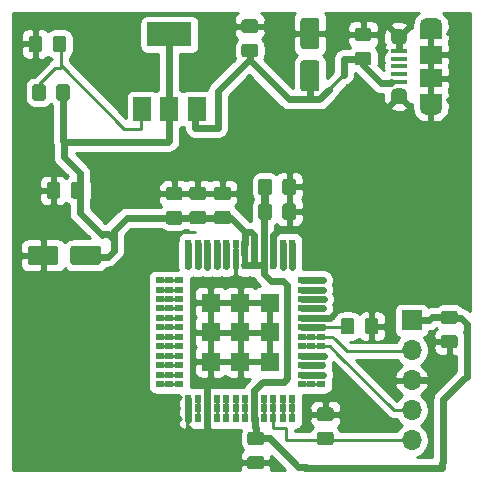
<source format=gbr>
G04 #@! TF.GenerationSoftware,KiCad,Pcbnew,(5.1.5)-3*
G04 #@! TF.CreationDate,2020-02-03T12:38:55+01:00*
G04 #@! TF.ProjectId,Lab_1,4c61625f-312e-46b6-9963-61645f706362,rev?*
G04 #@! TF.SameCoordinates,Original*
G04 #@! TF.FileFunction,Copper,L1,Top*
G04 #@! TF.FilePolarity,Positive*
%FSLAX46Y46*%
G04 Gerber Fmt 4.6, Leading zero omitted, Abs format (unit mm)*
G04 Created by KiCad (PCBNEW (5.1.5)-3) date 2020-02-03 12:38:55*
%MOMM*%
%LPD*%
G04 APERTURE LIST*
%ADD10R,0.800000X0.500000*%
%ADD11R,0.500000X0.800000*%
%ADD12R,1.600000X1.600000*%
%ADD13R,0.500000X1.000000*%
%ADD14R,1.700000X1.700000*%
%ADD15O,1.700000X1.700000*%
%ADD16C,0.100000*%
%ADD17R,1.900000X1.500000*%
%ADD18C,1.450000*%
%ADD19R,1.350000X0.400000*%
%ADD20O,1.900000X1.200000*%
%ADD21R,1.900000X1.200000*%
%ADD22R,3.800000X2.000000*%
%ADD23R,1.500000X2.000000*%
%ADD24C,0.800000*%
%ADD25C,0.600000*%
%ADD26C,0.350000*%
%ADD27C,0.250000*%
%ADD28C,0.254000*%
G04 APERTURE END LIST*
D10*
X471100000Y-15300000D03*
D11*
X462300000Y-17350000D03*
X461500000Y-17350000D03*
D10*
X460700000Y-16100000D03*
X460700000Y-15300000D03*
X460700000Y-14500000D03*
X460700000Y-13700000D03*
X460700000Y-12900000D03*
X460700000Y-12100000D03*
X460700000Y-11300000D03*
X460700000Y-10500000D03*
X460700000Y-9700000D03*
X460700000Y-8900000D03*
X460700000Y-8100000D03*
X460700000Y-7300000D03*
D11*
X461500000Y-6050000D03*
D10*
X471100000Y-12900000D03*
X471100000Y-13700000D03*
X471100000Y-14500000D03*
X471100000Y-16100000D03*
D11*
X470300000Y-17350000D03*
X469500000Y-17350000D03*
X468700000Y-17350000D03*
X467900000Y-17350000D03*
X467100000Y-17350000D03*
X466300000Y-17350000D03*
X465500000Y-17350000D03*
X464700000Y-17350000D03*
X463900000Y-17350000D03*
X463100000Y-17350000D03*
X462300000Y-6050000D03*
X463100000Y-6050000D03*
X463900000Y-6050000D03*
X464700000Y-6050000D03*
X465500000Y-6050000D03*
X466300000Y-6050000D03*
X467100000Y-6050000D03*
X467900000Y-6050000D03*
X468700000Y-6050000D03*
X469500000Y-6050000D03*
X470300000Y-6050000D03*
D10*
X471100000Y-12100000D03*
X471100000Y-11300000D03*
X471100000Y-10500000D03*
X471100000Y-9700000D03*
X471100000Y-8900000D03*
X471100000Y-8100000D03*
X471100000Y-7300000D03*
D12*
X468400000Y-9200000D03*
X468400000Y-11700000D03*
X468400000Y-14200000D03*
X465900000Y-9200000D03*
X465900000Y-11700000D03*
X465900000Y-14200000D03*
X463400000Y-9200000D03*
X463400000Y-11700000D03*
X463400000Y-14200000D03*
D13*
X470300000Y-5150000D03*
X469500000Y-5150000D03*
X468700000Y-5150000D03*
X467900000Y-5150000D03*
X467100000Y-5150000D03*
X466300000Y-5150000D03*
X465500000Y-5160000D03*
X464700000Y-5150000D03*
X463900000Y-5150000D03*
X463100000Y-5150000D03*
X462300000Y-5150000D03*
X461500000Y-5150000D03*
D11*
X464700000Y-4250000D03*
X465500000Y-4260000D03*
X468700000Y-4250000D03*
X466300000Y-4250000D03*
X463900000Y-4250000D03*
X461500000Y-4250000D03*
X469500000Y-4250000D03*
X467900000Y-4250000D03*
X470300000Y-4250000D03*
X467100000Y-4250000D03*
X463100000Y-4250000D03*
X462300000Y-4250000D03*
X467900000Y-18150000D03*
X462300000Y-18150000D03*
X463100000Y-18150000D03*
X468700000Y-18150000D03*
X464700000Y-18150000D03*
X470300000Y-18150000D03*
X465500000Y-18150000D03*
X469500000Y-18150000D03*
X463900000Y-18150000D03*
X466300000Y-18150000D03*
X461500000Y-18150000D03*
X467100000Y-18150000D03*
X467901044Y-18944333D03*
X462301044Y-18944333D03*
X463101044Y-18944333D03*
X468701044Y-18944333D03*
X464701044Y-18944333D03*
X470301044Y-18944333D03*
X465501044Y-18944333D03*
X469501044Y-18944333D03*
X463901044Y-18944333D03*
X466301044Y-18944333D03*
X461501044Y-18944333D03*
X467101044Y-18944333D03*
D10*
X459910000Y-7300000D03*
X459910000Y-10500000D03*
X459910000Y-16100000D03*
X459910000Y-11300000D03*
X459910000Y-8900000D03*
X459910000Y-12900000D03*
X459910000Y-12100000D03*
X459910000Y-13700000D03*
X459910000Y-8100000D03*
X459910000Y-15300000D03*
X459910000Y-9700000D03*
X459910000Y-14500000D03*
X459110000Y-14500000D03*
X459110000Y-10500000D03*
X459110000Y-15300000D03*
X459110000Y-8100000D03*
X459110000Y-12900000D03*
X459110000Y-16100000D03*
X459110000Y-7300000D03*
X459110000Y-13700000D03*
X459110000Y-11300000D03*
X459110000Y-12100000D03*
X459110000Y-8900000D03*
X459110000Y-9700000D03*
X471900000Y-11300000D03*
X471900000Y-14500000D03*
X471900000Y-15300000D03*
X471900000Y-7300000D03*
X471900000Y-8100000D03*
X471900000Y-8900000D03*
X471900000Y-10500000D03*
X471900000Y-12900000D03*
X471900000Y-16100000D03*
X471900000Y-9700000D03*
X471900000Y-12100000D03*
X471900000Y-13700000D03*
X472700000Y-11300000D03*
X472700000Y-14500000D03*
X472700000Y-15300000D03*
X472700000Y-7300000D03*
X472700000Y-8100000D03*
X472700000Y-8900000D03*
X472700000Y-10500000D03*
X472700000Y-12900000D03*
X472700000Y-16100000D03*
X472700000Y-9700000D03*
X472700000Y-12100000D03*
X472700000Y-13700000D03*
D14*
X480400000Y-10700000D03*
D15*
X480400000Y-13240000D03*
X480400000Y-15780000D03*
X480400000Y-18320000D03*
X480400000Y-20860000D03*
G04 #@! TA.AperFunction,SMDPad,CuDef*
D16*
G36*
X484074505Y-11926204D02*
G01*
X484098773Y-11929804D01*
X484122572Y-11935765D01*
X484145671Y-11944030D01*
X484167850Y-11954520D01*
X484188893Y-11967132D01*
X484208599Y-11981747D01*
X484226777Y-11998223D01*
X484243253Y-12016401D01*
X484257868Y-12036107D01*
X484270480Y-12057150D01*
X484280970Y-12079329D01*
X484289235Y-12102428D01*
X484295196Y-12126227D01*
X484298796Y-12150495D01*
X484300000Y-12174999D01*
X484300000Y-12825001D01*
X484298796Y-12849505D01*
X484295196Y-12873773D01*
X484289235Y-12897572D01*
X484280970Y-12920671D01*
X484270480Y-12942850D01*
X484257868Y-12963893D01*
X484243253Y-12983599D01*
X484226777Y-13001777D01*
X484208599Y-13018253D01*
X484188893Y-13032868D01*
X484167850Y-13045480D01*
X484145671Y-13055970D01*
X484122572Y-13064235D01*
X484098773Y-13070196D01*
X484074505Y-13073796D01*
X484050001Y-13075000D01*
X483149999Y-13075000D01*
X483125495Y-13073796D01*
X483101227Y-13070196D01*
X483077428Y-13064235D01*
X483054329Y-13055970D01*
X483032150Y-13045480D01*
X483011107Y-13032868D01*
X482991401Y-13018253D01*
X482973223Y-13001777D01*
X482956747Y-12983599D01*
X482942132Y-12963893D01*
X482929520Y-12942850D01*
X482919030Y-12920671D01*
X482910765Y-12897572D01*
X482904804Y-12873773D01*
X482901204Y-12849505D01*
X482900000Y-12825001D01*
X482900000Y-12174999D01*
X482901204Y-12150495D01*
X482904804Y-12126227D01*
X482910765Y-12102428D01*
X482919030Y-12079329D01*
X482929520Y-12057150D01*
X482942132Y-12036107D01*
X482956747Y-12016401D01*
X482973223Y-11998223D01*
X482991401Y-11981747D01*
X483011107Y-11967132D01*
X483032150Y-11954520D01*
X483054329Y-11944030D01*
X483077428Y-11935765D01*
X483101227Y-11929804D01*
X483125495Y-11926204D01*
X483149999Y-11925000D01*
X484050001Y-11925000D01*
X484074505Y-11926204D01*
G37*
G04 #@! TD.AperFunction*
G04 #@! TA.AperFunction,SMDPad,CuDef*
G36*
X484074505Y-9876204D02*
G01*
X484098773Y-9879804D01*
X484122572Y-9885765D01*
X484145671Y-9894030D01*
X484167850Y-9904520D01*
X484188893Y-9917132D01*
X484208599Y-9931747D01*
X484226777Y-9948223D01*
X484243253Y-9966401D01*
X484257868Y-9986107D01*
X484270480Y-10007150D01*
X484280970Y-10029329D01*
X484289235Y-10052428D01*
X484295196Y-10076227D01*
X484298796Y-10100495D01*
X484300000Y-10124999D01*
X484300000Y-10775001D01*
X484298796Y-10799505D01*
X484295196Y-10823773D01*
X484289235Y-10847572D01*
X484280970Y-10870671D01*
X484270480Y-10892850D01*
X484257868Y-10913893D01*
X484243253Y-10933599D01*
X484226777Y-10951777D01*
X484208599Y-10968253D01*
X484188893Y-10982868D01*
X484167850Y-10995480D01*
X484145671Y-11005970D01*
X484122572Y-11014235D01*
X484098773Y-11020196D01*
X484074505Y-11023796D01*
X484050001Y-11025000D01*
X483149999Y-11025000D01*
X483125495Y-11023796D01*
X483101227Y-11020196D01*
X483077428Y-11014235D01*
X483054329Y-11005970D01*
X483032150Y-10995480D01*
X483011107Y-10982868D01*
X482991401Y-10968253D01*
X482973223Y-10951777D01*
X482956747Y-10933599D01*
X482942132Y-10913893D01*
X482929520Y-10892850D01*
X482919030Y-10870671D01*
X482910765Y-10847572D01*
X482904804Y-10823773D01*
X482901204Y-10799505D01*
X482900000Y-10775001D01*
X482900000Y-10124999D01*
X482901204Y-10100495D01*
X482904804Y-10076227D01*
X482910765Y-10052428D01*
X482919030Y-10029329D01*
X482929520Y-10007150D01*
X482942132Y-9986107D01*
X482956747Y-9966401D01*
X482973223Y-9948223D01*
X482991401Y-9931747D01*
X483011107Y-9917132D01*
X483032150Y-9904520D01*
X483054329Y-9894030D01*
X483077428Y-9885765D01*
X483101227Y-9879804D01*
X483125495Y-9876204D01*
X483149999Y-9875000D01*
X484050001Y-9875000D01*
X484074505Y-9876204D01*
G37*
G04 #@! TD.AperFunction*
G04 #@! TA.AperFunction,SMDPad,CuDef*
G36*
X468349505Y-801204D02*
G01*
X468373773Y-804804D01*
X468397572Y-810765D01*
X468420671Y-819030D01*
X468442850Y-829520D01*
X468463893Y-842132D01*
X468483599Y-856747D01*
X468501777Y-873223D01*
X468518253Y-891401D01*
X468532868Y-911107D01*
X468545480Y-932150D01*
X468555970Y-954329D01*
X468564235Y-977428D01*
X468570196Y-1001227D01*
X468573796Y-1025495D01*
X468575000Y-1049999D01*
X468575000Y-1950001D01*
X468573796Y-1974505D01*
X468570196Y-1998773D01*
X468564235Y-2022572D01*
X468555970Y-2045671D01*
X468545480Y-2067850D01*
X468532868Y-2088893D01*
X468518253Y-2108599D01*
X468501777Y-2126777D01*
X468483599Y-2143253D01*
X468463893Y-2157868D01*
X468442850Y-2170480D01*
X468420671Y-2180970D01*
X468397572Y-2189235D01*
X468373773Y-2195196D01*
X468349505Y-2198796D01*
X468325001Y-2200000D01*
X467674999Y-2200000D01*
X467650495Y-2198796D01*
X467626227Y-2195196D01*
X467602428Y-2189235D01*
X467579329Y-2180970D01*
X467557150Y-2170480D01*
X467536107Y-2157868D01*
X467516401Y-2143253D01*
X467498223Y-2126777D01*
X467481747Y-2108599D01*
X467467132Y-2088893D01*
X467454520Y-2067850D01*
X467444030Y-2045671D01*
X467435765Y-2022572D01*
X467429804Y-1998773D01*
X467426204Y-1974505D01*
X467425000Y-1950001D01*
X467425000Y-1049999D01*
X467426204Y-1025495D01*
X467429804Y-1001227D01*
X467435765Y-977428D01*
X467444030Y-954329D01*
X467454520Y-932150D01*
X467467132Y-911107D01*
X467481747Y-891401D01*
X467498223Y-873223D01*
X467516401Y-856747D01*
X467536107Y-842132D01*
X467557150Y-829520D01*
X467579329Y-819030D01*
X467602428Y-810765D01*
X467626227Y-804804D01*
X467650495Y-801204D01*
X467674999Y-800000D01*
X468325001Y-800000D01*
X468349505Y-801204D01*
G37*
G04 #@! TD.AperFunction*
G04 #@! TA.AperFunction,SMDPad,CuDef*
G36*
X470399505Y-801204D02*
G01*
X470423773Y-804804D01*
X470447572Y-810765D01*
X470470671Y-819030D01*
X470492850Y-829520D01*
X470513893Y-842132D01*
X470533599Y-856747D01*
X470551777Y-873223D01*
X470568253Y-891401D01*
X470582868Y-911107D01*
X470595480Y-932150D01*
X470605970Y-954329D01*
X470614235Y-977428D01*
X470620196Y-1001227D01*
X470623796Y-1025495D01*
X470625000Y-1049999D01*
X470625000Y-1950001D01*
X470623796Y-1974505D01*
X470620196Y-1998773D01*
X470614235Y-2022572D01*
X470605970Y-2045671D01*
X470595480Y-2067850D01*
X470582868Y-2088893D01*
X470568253Y-2108599D01*
X470551777Y-2126777D01*
X470533599Y-2143253D01*
X470513893Y-2157868D01*
X470492850Y-2170480D01*
X470470671Y-2180970D01*
X470447572Y-2189235D01*
X470423773Y-2195196D01*
X470399505Y-2198796D01*
X470375001Y-2200000D01*
X469724999Y-2200000D01*
X469700495Y-2198796D01*
X469676227Y-2195196D01*
X469652428Y-2189235D01*
X469629329Y-2180970D01*
X469607150Y-2170480D01*
X469586107Y-2157868D01*
X469566401Y-2143253D01*
X469548223Y-2126777D01*
X469531747Y-2108599D01*
X469517132Y-2088893D01*
X469504520Y-2067850D01*
X469494030Y-2045671D01*
X469485765Y-2022572D01*
X469479804Y-1998773D01*
X469476204Y-1974505D01*
X469475000Y-1950001D01*
X469475000Y-1049999D01*
X469476204Y-1025495D01*
X469479804Y-1001227D01*
X469485765Y-977428D01*
X469494030Y-954329D01*
X469504520Y-932150D01*
X469517132Y-911107D01*
X469531747Y-891401D01*
X469548223Y-873223D01*
X469566401Y-856747D01*
X469586107Y-842132D01*
X469607150Y-829520D01*
X469629329Y-819030D01*
X469652428Y-810765D01*
X469676227Y-804804D01*
X469700495Y-801204D01*
X469724999Y-800000D01*
X470375001Y-800000D01*
X470399505Y-801204D01*
G37*
G04 #@! TD.AperFunction*
G04 #@! TA.AperFunction,SMDPad,CuDef*
G36*
X470399505Y1298796D02*
G01*
X470423773Y1295196D01*
X470447572Y1289235D01*
X470470671Y1280970D01*
X470492850Y1270480D01*
X470513893Y1257868D01*
X470533599Y1243253D01*
X470551777Y1226777D01*
X470568253Y1208599D01*
X470582868Y1188893D01*
X470595480Y1167850D01*
X470605970Y1145671D01*
X470614235Y1122572D01*
X470620196Y1098773D01*
X470623796Y1074505D01*
X470625000Y1050001D01*
X470625000Y149999D01*
X470623796Y125495D01*
X470620196Y101227D01*
X470614235Y77428D01*
X470605970Y54329D01*
X470595480Y32150D01*
X470582868Y11107D01*
X470568253Y-8599D01*
X470551777Y-26777D01*
X470533599Y-43253D01*
X470513893Y-57868D01*
X470492850Y-70480D01*
X470470671Y-80970D01*
X470447572Y-89235D01*
X470423773Y-95196D01*
X470399505Y-98796D01*
X470375001Y-100000D01*
X469724999Y-100000D01*
X469700495Y-98796D01*
X469676227Y-95196D01*
X469652428Y-89235D01*
X469629329Y-80970D01*
X469607150Y-70480D01*
X469586107Y-57868D01*
X469566401Y-43253D01*
X469548223Y-26777D01*
X469531747Y-8599D01*
X469517132Y11107D01*
X469504520Y32150D01*
X469494030Y54329D01*
X469485765Y77428D01*
X469479804Y101227D01*
X469476204Y125495D01*
X469475000Y149999D01*
X469475000Y1050001D01*
X469476204Y1074505D01*
X469479804Y1098773D01*
X469485765Y1122572D01*
X469494030Y1145671D01*
X469504520Y1167850D01*
X469517132Y1188893D01*
X469531747Y1208599D01*
X469548223Y1226777D01*
X469566401Y1243253D01*
X469586107Y1257868D01*
X469607150Y1270480D01*
X469629329Y1280970D01*
X469652428Y1289235D01*
X469676227Y1295196D01*
X469700495Y1298796D01*
X469724999Y1300000D01*
X470375001Y1300000D01*
X470399505Y1298796D01*
G37*
G04 #@! TD.AperFunction*
G04 #@! TA.AperFunction,SMDPad,CuDef*
G36*
X468349505Y1298796D02*
G01*
X468373773Y1295196D01*
X468397572Y1289235D01*
X468420671Y1280970D01*
X468442850Y1270480D01*
X468463893Y1257868D01*
X468483599Y1243253D01*
X468501777Y1226777D01*
X468518253Y1208599D01*
X468532868Y1188893D01*
X468545480Y1167850D01*
X468555970Y1145671D01*
X468564235Y1122572D01*
X468570196Y1098773D01*
X468573796Y1074505D01*
X468575000Y1050001D01*
X468575000Y149999D01*
X468573796Y125495D01*
X468570196Y101227D01*
X468564235Y77428D01*
X468555970Y54329D01*
X468545480Y32150D01*
X468532868Y11107D01*
X468518253Y-8599D01*
X468501777Y-26777D01*
X468483599Y-43253D01*
X468463893Y-57868D01*
X468442850Y-70480D01*
X468420671Y-80970D01*
X468397572Y-89235D01*
X468373773Y-95196D01*
X468349505Y-98796D01*
X468325001Y-100000D01*
X467674999Y-100000D01*
X467650495Y-98796D01*
X467626227Y-95196D01*
X467602428Y-89235D01*
X467579329Y-80970D01*
X467557150Y-70480D01*
X467536107Y-57868D01*
X467516401Y-43253D01*
X467498223Y-26777D01*
X467481747Y-8599D01*
X467467132Y11107D01*
X467454520Y32150D01*
X467444030Y54329D01*
X467435765Y77428D01*
X467429804Y101227D01*
X467426204Y125495D01*
X467425000Y149999D01*
X467425000Y1050001D01*
X467426204Y1074505D01*
X467429804Y1098773D01*
X467435765Y1122572D01*
X467444030Y1145671D01*
X467454520Y1167850D01*
X467467132Y1188893D01*
X467481747Y1208599D01*
X467498223Y1226777D01*
X467516401Y1243253D01*
X467536107Y1257868D01*
X467557150Y1270480D01*
X467579329Y1280970D01*
X467602428Y1289235D01*
X467626227Y1295196D01*
X467650495Y1298796D01*
X467674999Y1300000D01*
X468325001Y1300000D01*
X468349505Y1298796D01*
G37*
G04 #@! TD.AperFunction*
G04 #@! TA.AperFunction,SMDPad,CuDef*
G36*
X460774505Y-1451204D02*
G01*
X460798773Y-1454804D01*
X460822572Y-1460765D01*
X460845671Y-1469030D01*
X460867850Y-1479520D01*
X460888893Y-1492132D01*
X460908599Y-1506747D01*
X460926777Y-1523223D01*
X460943253Y-1541401D01*
X460957868Y-1561107D01*
X460970480Y-1582150D01*
X460980970Y-1604329D01*
X460989235Y-1627428D01*
X460995196Y-1651227D01*
X460998796Y-1675495D01*
X461000000Y-1699999D01*
X461000000Y-2350001D01*
X460998796Y-2374505D01*
X460995196Y-2398773D01*
X460989235Y-2422572D01*
X460980970Y-2445671D01*
X460970480Y-2467850D01*
X460957868Y-2488893D01*
X460943253Y-2508599D01*
X460926777Y-2526777D01*
X460908599Y-2543253D01*
X460888893Y-2557868D01*
X460867850Y-2570480D01*
X460845671Y-2580970D01*
X460822572Y-2589235D01*
X460798773Y-2595196D01*
X460774505Y-2598796D01*
X460750001Y-2600000D01*
X459849999Y-2600000D01*
X459825495Y-2598796D01*
X459801227Y-2595196D01*
X459777428Y-2589235D01*
X459754329Y-2580970D01*
X459732150Y-2570480D01*
X459711107Y-2557868D01*
X459691401Y-2543253D01*
X459673223Y-2526777D01*
X459656747Y-2508599D01*
X459642132Y-2488893D01*
X459629520Y-2467850D01*
X459619030Y-2445671D01*
X459610765Y-2422572D01*
X459604804Y-2398773D01*
X459601204Y-2374505D01*
X459600000Y-2350001D01*
X459600000Y-1699999D01*
X459601204Y-1675495D01*
X459604804Y-1651227D01*
X459610765Y-1627428D01*
X459619030Y-1604329D01*
X459629520Y-1582150D01*
X459642132Y-1561107D01*
X459656747Y-1541401D01*
X459673223Y-1523223D01*
X459691401Y-1506747D01*
X459711107Y-1492132D01*
X459732150Y-1479520D01*
X459754329Y-1469030D01*
X459777428Y-1460765D01*
X459801227Y-1454804D01*
X459825495Y-1451204D01*
X459849999Y-1450000D01*
X460750001Y-1450000D01*
X460774505Y-1451204D01*
G37*
G04 #@! TD.AperFunction*
G04 #@! TA.AperFunction,SMDPad,CuDef*
G36*
X460774505Y598796D02*
G01*
X460798773Y595196D01*
X460822572Y589235D01*
X460845671Y580970D01*
X460867850Y570480D01*
X460888893Y557868D01*
X460908599Y543253D01*
X460926777Y526777D01*
X460943253Y508599D01*
X460957868Y488893D01*
X460970480Y467850D01*
X460980970Y445671D01*
X460989235Y422572D01*
X460995196Y398773D01*
X460998796Y374505D01*
X461000000Y350001D01*
X461000000Y-300001D01*
X460998796Y-324505D01*
X460995196Y-348773D01*
X460989235Y-372572D01*
X460980970Y-395671D01*
X460970480Y-417850D01*
X460957868Y-438893D01*
X460943253Y-458599D01*
X460926777Y-476777D01*
X460908599Y-493253D01*
X460888893Y-507868D01*
X460867850Y-520480D01*
X460845671Y-530970D01*
X460822572Y-539235D01*
X460798773Y-545196D01*
X460774505Y-548796D01*
X460750001Y-550000D01*
X459849999Y-550000D01*
X459825495Y-548796D01*
X459801227Y-545196D01*
X459777428Y-539235D01*
X459754329Y-530970D01*
X459732150Y-520480D01*
X459711107Y-507868D01*
X459691401Y-493253D01*
X459673223Y-476777D01*
X459656747Y-458599D01*
X459642132Y-438893D01*
X459629520Y-417850D01*
X459619030Y-395671D01*
X459610765Y-372572D01*
X459604804Y-348773D01*
X459601204Y-324505D01*
X459600000Y-300001D01*
X459600000Y350001D01*
X459601204Y374505D01*
X459604804Y398773D01*
X459610765Y422572D01*
X459619030Y445671D01*
X459629520Y467850D01*
X459642132Y488893D01*
X459656747Y508599D01*
X459673223Y526777D01*
X459691401Y543253D01*
X459711107Y557868D01*
X459732150Y570480D01*
X459754329Y580970D01*
X459777428Y589235D01*
X459801227Y595196D01*
X459825495Y598796D01*
X459849999Y600000D01*
X460750001Y600000D01*
X460774505Y598796D01*
G37*
G04 #@! TD.AperFunction*
G04 #@! TA.AperFunction,SMDPad,CuDef*
G36*
X462774505Y623796D02*
G01*
X462798773Y620196D01*
X462822572Y614235D01*
X462845671Y605970D01*
X462867850Y595480D01*
X462888893Y582868D01*
X462908599Y568253D01*
X462926777Y551777D01*
X462943253Y533599D01*
X462957868Y513893D01*
X462970480Y492850D01*
X462980970Y470671D01*
X462989235Y447572D01*
X462995196Y423773D01*
X462998796Y399505D01*
X463000000Y375001D01*
X463000000Y-275001D01*
X462998796Y-299505D01*
X462995196Y-323773D01*
X462989235Y-347572D01*
X462980970Y-370671D01*
X462970480Y-392850D01*
X462957868Y-413893D01*
X462943253Y-433599D01*
X462926777Y-451777D01*
X462908599Y-468253D01*
X462888893Y-482868D01*
X462867850Y-495480D01*
X462845671Y-505970D01*
X462822572Y-514235D01*
X462798773Y-520196D01*
X462774505Y-523796D01*
X462750001Y-525000D01*
X461849999Y-525000D01*
X461825495Y-523796D01*
X461801227Y-520196D01*
X461777428Y-514235D01*
X461754329Y-505970D01*
X461732150Y-495480D01*
X461711107Y-482868D01*
X461691401Y-468253D01*
X461673223Y-451777D01*
X461656747Y-433599D01*
X461642132Y-413893D01*
X461629520Y-392850D01*
X461619030Y-370671D01*
X461610765Y-347572D01*
X461604804Y-323773D01*
X461601204Y-299505D01*
X461600000Y-275001D01*
X461600000Y375001D01*
X461601204Y399505D01*
X461604804Y423773D01*
X461610765Y447572D01*
X461619030Y470671D01*
X461629520Y492850D01*
X461642132Y513893D01*
X461656747Y533599D01*
X461673223Y551777D01*
X461691401Y568253D01*
X461711107Y582868D01*
X461732150Y595480D01*
X461754329Y605970D01*
X461777428Y614235D01*
X461801227Y620196D01*
X461825495Y623796D01*
X461849999Y625000D01*
X462750001Y625000D01*
X462774505Y623796D01*
G37*
G04 #@! TD.AperFunction*
G04 #@! TA.AperFunction,SMDPad,CuDef*
G36*
X462774505Y-1426204D02*
G01*
X462798773Y-1429804D01*
X462822572Y-1435765D01*
X462845671Y-1444030D01*
X462867850Y-1454520D01*
X462888893Y-1467132D01*
X462908599Y-1481747D01*
X462926777Y-1498223D01*
X462943253Y-1516401D01*
X462957868Y-1536107D01*
X462970480Y-1557150D01*
X462980970Y-1579329D01*
X462989235Y-1602428D01*
X462995196Y-1626227D01*
X462998796Y-1650495D01*
X463000000Y-1674999D01*
X463000000Y-2325001D01*
X462998796Y-2349505D01*
X462995196Y-2373773D01*
X462989235Y-2397572D01*
X462980970Y-2420671D01*
X462970480Y-2442850D01*
X462957868Y-2463893D01*
X462943253Y-2483599D01*
X462926777Y-2501777D01*
X462908599Y-2518253D01*
X462888893Y-2532868D01*
X462867850Y-2545480D01*
X462845671Y-2555970D01*
X462822572Y-2564235D01*
X462798773Y-2570196D01*
X462774505Y-2573796D01*
X462750001Y-2575000D01*
X461849999Y-2575000D01*
X461825495Y-2573796D01*
X461801227Y-2570196D01*
X461777428Y-2564235D01*
X461754329Y-2555970D01*
X461732150Y-2545480D01*
X461711107Y-2532868D01*
X461691401Y-2518253D01*
X461673223Y-2501777D01*
X461656747Y-2483599D01*
X461642132Y-2463893D01*
X461629520Y-2442850D01*
X461619030Y-2420671D01*
X461610765Y-2397572D01*
X461604804Y-2373773D01*
X461601204Y-2349505D01*
X461600000Y-2325001D01*
X461600000Y-1674999D01*
X461601204Y-1650495D01*
X461604804Y-1626227D01*
X461610765Y-1602428D01*
X461619030Y-1579329D01*
X461629520Y-1557150D01*
X461642132Y-1536107D01*
X461656747Y-1516401D01*
X461673223Y-1498223D01*
X461691401Y-1481747D01*
X461711107Y-1467132D01*
X461732150Y-1454520D01*
X461754329Y-1444030D01*
X461777428Y-1435765D01*
X461801227Y-1429804D01*
X461825495Y-1426204D01*
X461849999Y-1425000D01*
X462750001Y-1425000D01*
X462774505Y-1426204D01*
G37*
G04 #@! TD.AperFunction*
G04 #@! TA.AperFunction,SMDPad,CuDef*
G36*
X464874505Y623796D02*
G01*
X464898773Y620196D01*
X464922572Y614235D01*
X464945671Y605970D01*
X464967850Y595480D01*
X464988893Y582868D01*
X465008599Y568253D01*
X465026777Y551777D01*
X465043253Y533599D01*
X465057868Y513893D01*
X465070480Y492850D01*
X465080970Y470671D01*
X465089235Y447572D01*
X465095196Y423773D01*
X465098796Y399505D01*
X465100000Y375001D01*
X465100000Y-275001D01*
X465098796Y-299505D01*
X465095196Y-323773D01*
X465089235Y-347572D01*
X465080970Y-370671D01*
X465070480Y-392850D01*
X465057868Y-413893D01*
X465043253Y-433599D01*
X465026777Y-451777D01*
X465008599Y-468253D01*
X464988893Y-482868D01*
X464967850Y-495480D01*
X464945671Y-505970D01*
X464922572Y-514235D01*
X464898773Y-520196D01*
X464874505Y-523796D01*
X464850001Y-525000D01*
X463949999Y-525000D01*
X463925495Y-523796D01*
X463901227Y-520196D01*
X463877428Y-514235D01*
X463854329Y-505970D01*
X463832150Y-495480D01*
X463811107Y-482868D01*
X463791401Y-468253D01*
X463773223Y-451777D01*
X463756747Y-433599D01*
X463742132Y-413893D01*
X463729520Y-392850D01*
X463719030Y-370671D01*
X463710765Y-347572D01*
X463704804Y-323773D01*
X463701204Y-299505D01*
X463700000Y-275001D01*
X463700000Y375001D01*
X463701204Y399505D01*
X463704804Y423773D01*
X463710765Y447572D01*
X463719030Y470671D01*
X463729520Y492850D01*
X463742132Y513893D01*
X463756747Y533599D01*
X463773223Y551777D01*
X463791401Y568253D01*
X463811107Y582868D01*
X463832150Y595480D01*
X463854329Y605970D01*
X463877428Y614235D01*
X463901227Y620196D01*
X463925495Y623796D01*
X463949999Y625000D01*
X464850001Y625000D01*
X464874505Y623796D01*
G37*
G04 #@! TD.AperFunction*
G04 #@! TA.AperFunction,SMDPad,CuDef*
G36*
X464874505Y-1426204D02*
G01*
X464898773Y-1429804D01*
X464922572Y-1435765D01*
X464945671Y-1444030D01*
X464967850Y-1454520D01*
X464988893Y-1467132D01*
X465008599Y-1481747D01*
X465026777Y-1498223D01*
X465043253Y-1516401D01*
X465057868Y-1536107D01*
X465070480Y-1557150D01*
X465080970Y-1579329D01*
X465089235Y-1602428D01*
X465095196Y-1626227D01*
X465098796Y-1650495D01*
X465100000Y-1674999D01*
X465100000Y-2325001D01*
X465098796Y-2349505D01*
X465095196Y-2373773D01*
X465089235Y-2397572D01*
X465080970Y-2420671D01*
X465070480Y-2442850D01*
X465057868Y-2463893D01*
X465043253Y-2483599D01*
X465026777Y-2501777D01*
X465008599Y-2518253D01*
X464988893Y-2532868D01*
X464967850Y-2545480D01*
X464945671Y-2555970D01*
X464922572Y-2564235D01*
X464898773Y-2570196D01*
X464874505Y-2573796D01*
X464850001Y-2575000D01*
X463949999Y-2575000D01*
X463925495Y-2573796D01*
X463901227Y-2570196D01*
X463877428Y-2564235D01*
X463854329Y-2555970D01*
X463832150Y-2545480D01*
X463811107Y-2532868D01*
X463791401Y-2518253D01*
X463773223Y-2501777D01*
X463756747Y-2483599D01*
X463742132Y-2463893D01*
X463729520Y-2442850D01*
X463719030Y-2420671D01*
X463710765Y-2397572D01*
X463704804Y-2373773D01*
X463701204Y-2349505D01*
X463700000Y-2325001D01*
X463700000Y-1674999D01*
X463701204Y-1650495D01*
X463704804Y-1626227D01*
X463710765Y-1602428D01*
X463719030Y-1579329D01*
X463729520Y-1557150D01*
X463742132Y-1536107D01*
X463756747Y-1516401D01*
X463773223Y-1498223D01*
X463791401Y-1481747D01*
X463811107Y-1467132D01*
X463832150Y-1454520D01*
X463854329Y-1444030D01*
X463877428Y-1435765D01*
X463901227Y-1429804D01*
X463925495Y-1426204D01*
X463949999Y-1425000D01*
X464850001Y-1425000D01*
X464874505Y-1426204D01*
G37*
G04 #@! TD.AperFunction*
G04 #@! TA.AperFunction,SMDPad,CuDef*
G36*
X467674505Y-20126204D02*
G01*
X467698773Y-20129804D01*
X467722572Y-20135765D01*
X467745671Y-20144030D01*
X467767850Y-20154520D01*
X467788893Y-20167132D01*
X467808599Y-20181747D01*
X467826777Y-20198223D01*
X467843253Y-20216401D01*
X467857868Y-20236107D01*
X467870480Y-20257150D01*
X467880970Y-20279329D01*
X467889235Y-20302428D01*
X467895196Y-20326227D01*
X467898796Y-20350495D01*
X467900000Y-20374999D01*
X467900000Y-21025001D01*
X467898796Y-21049505D01*
X467895196Y-21073773D01*
X467889235Y-21097572D01*
X467880970Y-21120671D01*
X467870480Y-21142850D01*
X467857868Y-21163893D01*
X467843253Y-21183599D01*
X467826777Y-21201777D01*
X467808599Y-21218253D01*
X467788893Y-21232868D01*
X467767850Y-21245480D01*
X467745671Y-21255970D01*
X467722572Y-21264235D01*
X467698773Y-21270196D01*
X467674505Y-21273796D01*
X467650001Y-21275000D01*
X466749999Y-21275000D01*
X466725495Y-21273796D01*
X466701227Y-21270196D01*
X466677428Y-21264235D01*
X466654329Y-21255970D01*
X466632150Y-21245480D01*
X466611107Y-21232868D01*
X466591401Y-21218253D01*
X466573223Y-21201777D01*
X466556747Y-21183599D01*
X466542132Y-21163893D01*
X466529520Y-21142850D01*
X466519030Y-21120671D01*
X466510765Y-21097572D01*
X466504804Y-21073773D01*
X466501204Y-21049505D01*
X466500000Y-21025001D01*
X466500000Y-20374999D01*
X466501204Y-20350495D01*
X466504804Y-20326227D01*
X466510765Y-20302428D01*
X466519030Y-20279329D01*
X466529520Y-20257150D01*
X466542132Y-20236107D01*
X466556747Y-20216401D01*
X466573223Y-20198223D01*
X466591401Y-20181747D01*
X466611107Y-20167132D01*
X466632150Y-20154520D01*
X466654329Y-20144030D01*
X466677428Y-20135765D01*
X466701227Y-20129804D01*
X466725495Y-20126204D01*
X466749999Y-20125000D01*
X467650001Y-20125000D01*
X467674505Y-20126204D01*
G37*
G04 #@! TD.AperFunction*
G04 #@! TA.AperFunction,SMDPad,CuDef*
G36*
X467674505Y-22176204D02*
G01*
X467698773Y-22179804D01*
X467722572Y-22185765D01*
X467745671Y-22194030D01*
X467767850Y-22204520D01*
X467788893Y-22217132D01*
X467808599Y-22231747D01*
X467826777Y-22248223D01*
X467843253Y-22266401D01*
X467857868Y-22286107D01*
X467870480Y-22307150D01*
X467880970Y-22329329D01*
X467889235Y-22352428D01*
X467895196Y-22376227D01*
X467898796Y-22400495D01*
X467900000Y-22424999D01*
X467900000Y-23075001D01*
X467898796Y-23099505D01*
X467895196Y-23123773D01*
X467889235Y-23147572D01*
X467880970Y-23170671D01*
X467870480Y-23192850D01*
X467857868Y-23213893D01*
X467843253Y-23233599D01*
X467826777Y-23251777D01*
X467808599Y-23268253D01*
X467788893Y-23282868D01*
X467767850Y-23295480D01*
X467745671Y-23305970D01*
X467722572Y-23314235D01*
X467698773Y-23320196D01*
X467674505Y-23323796D01*
X467650001Y-23325000D01*
X466749999Y-23325000D01*
X466725495Y-23323796D01*
X466701227Y-23320196D01*
X466677428Y-23314235D01*
X466654329Y-23305970D01*
X466632150Y-23295480D01*
X466611107Y-23282868D01*
X466591401Y-23268253D01*
X466573223Y-23251777D01*
X466556747Y-23233599D01*
X466542132Y-23213893D01*
X466529520Y-23192850D01*
X466519030Y-23170671D01*
X466510765Y-23147572D01*
X466504804Y-23123773D01*
X466501204Y-23099505D01*
X466500000Y-23075001D01*
X466500000Y-22424999D01*
X466501204Y-22400495D01*
X466504804Y-22376227D01*
X466510765Y-22352428D01*
X466519030Y-22329329D01*
X466529520Y-22307150D01*
X466542132Y-22286107D01*
X466556747Y-22266401D01*
X466573223Y-22248223D01*
X466591401Y-22231747D01*
X466611107Y-22217132D01*
X466632150Y-22204520D01*
X466654329Y-22194030D01*
X466677428Y-22185765D01*
X466701227Y-22179804D01*
X466725495Y-22176204D01*
X466749999Y-22175000D01*
X467650001Y-22175000D01*
X467674505Y-22176204D01*
G37*
G04 #@! TD.AperFunction*
G04 #@! TA.AperFunction,SMDPad,CuDef*
G36*
X476774505Y14073796D02*
G01*
X476798773Y14070196D01*
X476822572Y14064235D01*
X476845671Y14055970D01*
X476867850Y14045480D01*
X476888893Y14032868D01*
X476908599Y14018253D01*
X476926777Y14001777D01*
X476943253Y13983599D01*
X476957868Y13963893D01*
X476970480Y13942850D01*
X476980970Y13920671D01*
X476989235Y13897572D01*
X476995196Y13873773D01*
X476998796Y13849505D01*
X477000000Y13825001D01*
X477000000Y13174999D01*
X476998796Y13150495D01*
X476995196Y13126227D01*
X476989235Y13102428D01*
X476980970Y13079329D01*
X476970480Y13057150D01*
X476957868Y13036107D01*
X476943253Y13016401D01*
X476926777Y12998223D01*
X476908599Y12981747D01*
X476888893Y12967132D01*
X476867850Y12954520D01*
X476845671Y12944030D01*
X476822572Y12935765D01*
X476798773Y12929804D01*
X476774505Y12926204D01*
X476750001Y12925000D01*
X475849999Y12925000D01*
X475825495Y12926204D01*
X475801227Y12929804D01*
X475777428Y12935765D01*
X475754329Y12944030D01*
X475732150Y12954520D01*
X475711107Y12967132D01*
X475691401Y12981747D01*
X475673223Y12998223D01*
X475656747Y13016401D01*
X475642132Y13036107D01*
X475629520Y13057150D01*
X475619030Y13079329D01*
X475610765Y13102428D01*
X475604804Y13126227D01*
X475601204Y13150495D01*
X475600000Y13174999D01*
X475600000Y13825001D01*
X475601204Y13849505D01*
X475604804Y13873773D01*
X475610765Y13897572D01*
X475619030Y13920671D01*
X475629520Y13942850D01*
X475642132Y13963893D01*
X475656747Y13983599D01*
X475673223Y14001777D01*
X475691401Y14018253D01*
X475711107Y14032868D01*
X475732150Y14045480D01*
X475754329Y14055970D01*
X475777428Y14064235D01*
X475801227Y14070196D01*
X475825495Y14073796D01*
X475849999Y14075000D01*
X476750001Y14075000D01*
X476774505Y14073796D01*
G37*
G04 #@! TD.AperFunction*
G04 #@! TA.AperFunction,SMDPad,CuDef*
G36*
X476774505Y12023796D02*
G01*
X476798773Y12020196D01*
X476822572Y12014235D01*
X476845671Y12005970D01*
X476867850Y11995480D01*
X476888893Y11982868D01*
X476908599Y11968253D01*
X476926777Y11951777D01*
X476943253Y11933599D01*
X476957868Y11913893D01*
X476970480Y11892850D01*
X476980970Y11870671D01*
X476989235Y11847572D01*
X476995196Y11823773D01*
X476998796Y11799505D01*
X477000000Y11775001D01*
X477000000Y11124999D01*
X476998796Y11100495D01*
X476995196Y11076227D01*
X476989235Y11052428D01*
X476980970Y11029329D01*
X476970480Y11007150D01*
X476957868Y10986107D01*
X476943253Y10966401D01*
X476926777Y10948223D01*
X476908599Y10931747D01*
X476888893Y10917132D01*
X476867850Y10904520D01*
X476845671Y10894030D01*
X476822572Y10885765D01*
X476798773Y10879804D01*
X476774505Y10876204D01*
X476750001Y10875000D01*
X475849999Y10875000D01*
X475825495Y10876204D01*
X475801227Y10879804D01*
X475777428Y10885765D01*
X475754329Y10894030D01*
X475732150Y10904520D01*
X475711107Y10917132D01*
X475691401Y10931747D01*
X475673223Y10948223D01*
X475656747Y10966401D01*
X475642132Y10986107D01*
X475629520Y11007150D01*
X475619030Y11029329D01*
X475610765Y11052428D01*
X475604804Y11076227D01*
X475601204Y11100495D01*
X475600000Y11124999D01*
X475600000Y11775001D01*
X475601204Y11799505D01*
X475604804Y11823773D01*
X475610765Y11847572D01*
X475619030Y11870671D01*
X475629520Y11892850D01*
X475642132Y11913893D01*
X475656747Y11933599D01*
X475673223Y11951777D01*
X475691401Y11968253D01*
X475711107Y11982868D01*
X475732150Y11995480D01*
X475754329Y12005970D01*
X475777428Y12014235D01*
X475801227Y12020196D01*
X475825495Y12023796D01*
X475849999Y12025000D01*
X476750001Y12025000D01*
X476774505Y12023796D01*
G37*
G04 #@! TD.AperFunction*
G04 #@! TA.AperFunction,SMDPad,CuDef*
G36*
X472374504Y14898796D02*
G01*
X472398773Y14895196D01*
X472422571Y14889235D01*
X472445671Y14880970D01*
X472467849Y14870480D01*
X472488893Y14857867D01*
X472508598Y14843253D01*
X472526777Y14826777D01*
X472543253Y14808598D01*
X472557867Y14788893D01*
X472570480Y14767849D01*
X472580970Y14745671D01*
X472589235Y14722571D01*
X472595196Y14698773D01*
X472598796Y14674504D01*
X472600000Y14650000D01*
X472600000Y12550000D01*
X472598796Y12525496D01*
X472595196Y12501227D01*
X472589235Y12477429D01*
X472580970Y12454329D01*
X472570480Y12432151D01*
X472557867Y12411107D01*
X472543253Y12391402D01*
X472526777Y12373223D01*
X472508598Y12356747D01*
X472488893Y12342133D01*
X472467849Y12329520D01*
X472445671Y12319030D01*
X472422571Y12310765D01*
X472398773Y12304804D01*
X472374504Y12301204D01*
X472350000Y12300000D01*
X471250000Y12300000D01*
X471225496Y12301204D01*
X471201227Y12304804D01*
X471177429Y12310765D01*
X471154329Y12319030D01*
X471132151Y12329520D01*
X471111107Y12342133D01*
X471091402Y12356747D01*
X471073223Y12373223D01*
X471056747Y12391402D01*
X471042133Y12411107D01*
X471029520Y12432151D01*
X471019030Y12454329D01*
X471010765Y12477429D01*
X471004804Y12501227D01*
X471001204Y12525496D01*
X471000000Y12550000D01*
X471000000Y14650000D01*
X471001204Y14674504D01*
X471004804Y14698773D01*
X471010765Y14722571D01*
X471019030Y14745671D01*
X471029520Y14767849D01*
X471042133Y14788893D01*
X471056747Y14808598D01*
X471073223Y14826777D01*
X471091402Y14843253D01*
X471111107Y14857867D01*
X471132151Y14870480D01*
X471154329Y14880970D01*
X471177429Y14889235D01*
X471201227Y14895196D01*
X471225496Y14898796D01*
X471250000Y14900000D01*
X472350000Y14900000D01*
X472374504Y14898796D01*
G37*
G04 #@! TD.AperFunction*
G04 #@! TA.AperFunction,SMDPad,CuDef*
G36*
X472374504Y11298796D02*
G01*
X472398773Y11295196D01*
X472422571Y11289235D01*
X472445671Y11280970D01*
X472467849Y11270480D01*
X472488893Y11257867D01*
X472508598Y11243253D01*
X472526777Y11226777D01*
X472543253Y11208598D01*
X472557867Y11188893D01*
X472570480Y11167849D01*
X472580970Y11145671D01*
X472589235Y11122571D01*
X472595196Y11098773D01*
X472598796Y11074504D01*
X472600000Y11050000D01*
X472600000Y8950000D01*
X472598796Y8925496D01*
X472595196Y8901227D01*
X472589235Y8877429D01*
X472580970Y8854329D01*
X472570480Y8832151D01*
X472557867Y8811107D01*
X472543253Y8791402D01*
X472526777Y8773223D01*
X472508598Y8756747D01*
X472488893Y8742133D01*
X472467849Y8729520D01*
X472445671Y8719030D01*
X472422571Y8710765D01*
X472398773Y8704804D01*
X472374504Y8701204D01*
X472350000Y8700000D01*
X471250000Y8700000D01*
X471225496Y8701204D01*
X471201227Y8704804D01*
X471177429Y8710765D01*
X471154329Y8719030D01*
X471132151Y8729520D01*
X471111107Y8742133D01*
X471091402Y8756747D01*
X471073223Y8773223D01*
X471056747Y8791402D01*
X471042133Y8811107D01*
X471029520Y8832151D01*
X471019030Y8854329D01*
X471010765Y8877429D01*
X471004804Y8901227D01*
X471001204Y8925496D01*
X471000000Y8950000D01*
X471000000Y11050000D01*
X471001204Y11074504D01*
X471004804Y11098773D01*
X471010765Y11122571D01*
X471019030Y11145671D01*
X471029520Y11167849D01*
X471042133Y11188893D01*
X471056747Y11208598D01*
X471073223Y11226777D01*
X471091402Y11243253D01*
X471111107Y11257867D01*
X471132151Y11270480D01*
X471154329Y11280970D01*
X471177429Y11289235D01*
X471201227Y11295196D01*
X471225496Y11298796D01*
X471250000Y11300000D01*
X472350000Y11300000D01*
X472374504Y11298796D01*
G37*
G04 #@! TD.AperFunction*
G04 #@! TA.AperFunction,SMDPad,CuDef*
G36*
X467174505Y14773796D02*
G01*
X467198773Y14770196D01*
X467222572Y14764235D01*
X467245671Y14755970D01*
X467267850Y14745480D01*
X467288893Y14732868D01*
X467308599Y14718253D01*
X467326777Y14701777D01*
X467343253Y14683599D01*
X467357868Y14663893D01*
X467370480Y14642850D01*
X467380970Y14620671D01*
X467389235Y14597572D01*
X467395196Y14573773D01*
X467398796Y14549505D01*
X467400000Y14525001D01*
X467400000Y13874999D01*
X467398796Y13850495D01*
X467395196Y13826227D01*
X467389235Y13802428D01*
X467380970Y13779329D01*
X467370480Y13757150D01*
X467357868Y13736107D01*
X467343253Y13716401D01*
X467326777Y13698223D01*
X467308599Y13681747D01*
X467288893Y13667132D01*
X467267850Y13654520D01*
X467245671Y13644030D01*
X467222572Y13635765D01*
X467198773Y13629804D01*
X467174505Y13626204D01*
X467150001Y13625000D01*
X466249999Y13625000D01*
X466225495Y13626204D01*
X466201227Y13629804D01*
X466177428Y13635765D01*
X466154329Y13644030D01*
X466132150Y13654520D01*
X466111107Y13667132D01*
X466091401Y13681747D01*
X466073223Y13698223D01*
X466056747Y13716401D01*
X466042132Y13736107D01*
X466029520Y13757150D01*
X466019030Y13779329D01*
X466010765Y13802428D01*
X466004804Y13826227D01*
X466001204Y13850495D01*
X466000000Y13874999D01*
X466000000Y14525001D01*
X466001204Y14549505D01*
X466004804Y14573773D01*
X466010765Y14597572D01*
X466019030Y14620671D01*
X466029520Y14642850D01*
X466042132Y14663893D01*
X466056747Y14683599D01*
X466073223Y14701777D01*
X466091401Y14718253D01*
X466111107Y14732868D01*
X466132150Y14745480D01*
X466154329Y14755970D01*
X466177428Y14764235D01*
X466201227Y14770196D01*
X466225495Y14773796D01*
X466249999Y14775000D01*
X467150001Y14775000D01*
X467174505Y14773796D01*
G37*
G04 #@! TD.AperFunction*
G04 #@! TA.AperFunction,SMDPad,CuDef*
G36*
X467174505Y12723796D02*
G01*
X467198773Y12720196D01*
X467222572Y12714235D01*
X467245671Y12705970D01*
X467267850Y12695480D01*
X467288893Y12682868D01*
X467308599Y12668253D01*
X467326777Y12651777D01*
X467343253Y12633599D01*
X467357868Y12613893D01*
X467370480Y12592850D01*
X467380970Y12570671D01*
X467389235Y12547572D01*
X467395196Y12523773D01*
X467398796Y12499505D01*
X467400000Y12475001D01*
X467400000Y11824999D01*
X467398796Y11800495D01*
X467395196Y11776227D01*
X467389235Y11752428D01*
X467380970Y11729329D01*
X467370480Y11707150D01*
X467357868Y11686107D01*
X467343253Y11666401D01*
X467326777Y11648223D01*
X467308599Y11631747D01*
X467288893Y11617132D01*
X467267850Y11604520D01*
X467245671Y11594030D01*
X467222572Y11585765D01*
X467198773Y11579804D01*
X467174505Y11576204D01*
X467150001Y11575000D01*
X466249999Y11575000D01*
X466225495Y11576204D01*
X466201227Y11579804D01*
X466177428Y11585765D01*
X466154329Y11594030D01*
X466132150Y11604520D01*
X466111107Y11617132D01*
X466091401Y11631747D01*
X466073223Y11648223D01*
X466056747Y11666401D01*
X466042132Y11686107D01*
X466029520Y11707150D01*
X466019030Y11729329D01*
X466010765Y11752428D01*
X466004804Y11776227D01*
X466001204Y11800495D01*
X466000000Y11824999D01*
X466000000Y12475001D01*
X466001204Y12499505D01*
X466004804Y12523773D01*
X466010765Y12547572D01*
X466019030Y12570671D01*
X466029520Y12592850D01*
X466042132Y12613893D01*
X466056747Y12633599D01*
X466073223Y12651777D01*
X466091401Y12668253D01*
X466111107Y12682868D01*
X466132150Y12695480D01*
X466154329Y12705970D01*
X466177428Y12714235D01*
X466201227Y12720196D01*
X466225495Y12723796D01*
X466249999Y12725000D01*
X467150001Y12725000D01*
X467174505Y12723796D01*
G37*
G04 #@! TD.AperFunction*
G04 #@! TA.AperFunction,SMDPad,CuDef*
G36*
X452474505Y998796D02*
G01*
X452498773Y995196D01*
X452522572Y989235D01*
X452545671Y980970D01*
X452567850Y970480D01*
X452588893Y957868D01*
X452608599Y943253D01*
X452626777Y926777D01*
X452643253Y908599D01*
X452657868Y888893D01*
X452670480Y867850D01*
X452680970Y845671D01*
X452689235Y822572D01*
X452695196Y798773D01*
X452698796Y774505D01*
X452700000Y750001D01*
X452700000Y-150001D01*
X452698796Y-174505D01*
X452695196Y-198773D01*
X452689235Y-222572D01*
X452680970Y-245671D01*
X452670480Y-267850D01*
X452657868Y-288893D01*
X452643253Y-308599D01*
X452626777Y-326777D01*
X452608599Y-343253D01*
X452588893Y-357868D01*
X452567850Y-370480D01*
X452545671Y-380970D01*
X452522572Y-389235D01*
X452498773Y-395196D01*
X452474505Y-398796D01*
X452450001Y-400000D01*
X451799999Y-400000D01*
X451775495Y-398796D01*
X451751227Y-395196D01*
X451727428Y-389235D01*
X451704329Y-380970D01*
X451682150Y-370480D01*
X451661107Y-357868D01*
X451641401Y-343253D01*
X451623223Y-326777D01*
X451606747Y-308599D01*
X451592132Y-288893D01*
X451579520Y-267850D01*
X451569030Y-245671D01*
X451560765Y-222572D01*
X451554804Y-198773D01*
X451551204Y-174505D01*
X451550000Y-150001D01*
X451550000Y750001D01*
X451551204Y774505D01*
X451554804Y798773D01*
X451560765Y822572D01*
X451569030Y845671D01*
X451579520Y867850D01*
X451592132Y888893D01*
X451606747Y908599D01*
X451623223Y926777D01*
X451641401Y943253D01*
X451661107Y957868D01*
X451682150Y970480D01*
X451704329Y980970D01*
X451727428Y989235D01*
X451751227Y995196D01*
X451775495Y998796D01*
X451799999Y1000000D01*
X452450001Y1000000D01*
X452474505Y998796D01*
G37*
G04 #@! TD.AperFunction*
G04 #@! TA.AperFunction,SMDPad,CuDef*
G36*
X450424505Y998796D02*
G01*
X450448773Y995196D01*
X450472572Y989235D01*
X450495671Y980970D01*
X450517850Y970480D01*
X450538893Y957868D01*
X450558599Y943253D01*
X450576777Y926777D01*
X450593253Y908599D01*
X450607868Y888893D01*
X450620480Y867850D01*
X450630970Y845671D01*
X450639235Y822572D01*
X450645196Y798773D01*
X450648796Y774505D01*
X450650000Y750001D01*
X450650000Y-150001D01*
X450648796Y-174505D01*
X450645196Y-198773D01*
X450639235Y-222572D01*
X450630970Y-245671D01*
X450620480Y-267850D01*
X450607868Y-288893D01*
X450593253Y-308599D01*
X450576777Y-326777D01*
X450558599Y-343253D01*
X450538893Y-357868D01*
X450517850Y-370480D01*
X450495671Y-380970D01*
X450472572Y-389235D01*
X450448773Y-395196D01*
X450424505Y-398796D01*
X450400001Y-400000D01*
X449749999Y-400000D01*
X449725495Y-398796D01*
X449701227Y-395196D01*
X449677428Y-389235D01*
X449654329Y-380970D01*
X449632150Y-370480D01*
X449611107Y-357868D01*
X449591401Y-343253D01*
X449573223Y-326777D01*
X449556747Y-308599D01*
X449542132Y-288893D01*
X449529520Y-267850D01*
X449519030Y-245671D01*
X449510765Y-222572D01*
X449504804Y-198773D01*
X449501204Y-174505D01*
X449500000Y-150001D01*
X449500000Y750001D01*
X449501204Y774505D01*
X449504804Y798773D01*
X449510765Y822572D01*
X449519030Y845671D01*
X449529520Y867850D01*
X449542132Y888893D01*
X449556747Y908599D01*
X449573223Y926777D01*
X449591401Y943253D01*
X449611107Y957868D01*
X449632150Y970480D01*
X449654329Y980970D01*
X449677428Y989235D01*
X449701227Y995196D01*
X449725495Y998796D01*
X449749999Y1000000D01*
X450400001Y1000000D01*
X450424505Y998796D01*
G37*
G04 #@! TD.AperFunction*
G04 #@! TA.AperFunction,SMDPad,CuDef*
G36*
X453874504Y-4401204D02*
G01*
X453898773Y-4404804D01*
X453922571Y-4410765D01*
X453945671Y-4419030D01*
X453967849Y-4429520D01*
X453988893Y-4442133D01*
X454008598Y-4456747D01*
X454026777Y-4473223D01*
X454043253Y-4491402D01*
X454057867Y-4511107D01*
X454070480Y-4532151D01*
X454080970Y-4554329D01*
X454089235Y-4577429D01*
X454095196Y-4601227D01*
X454098796Y-4625496D01*
X454100000Y-4650000D01*
X454100000Y-5750000D01*
X454098796Y-5774504D01*
X454095196Y-5798773D01*
X454089235Y-5822571D01*
X454080970Y-5845671D01*
X454070480Y-5867849D01*
X454057867Y-5888893D01*
X454043253Y-5908598D01*
X454026777Y-5926777D01*
X454008598Y-5943253D01*
X453988893Y-5957867D01*
X453967849Y-5970480D01*
X453945671Y-5980970D01*
X453922571Y-5989235D01*
X453898773Y-5995196D01*
X453874504Y-5998796D01*
X453850000Y-6000000D01*
X451750000Y-6000000D01*
X451725496Y-5998796D01*
X451701227Y-5995196D01*
X451677429Y-5989235D01*
X451654329Y-5980970D01*
X451632151Y-5970480D01*
X451611107Y-5957867D01*
X451591402Y-5943253D01*
X451573223Y-5926777D01*
X451556747Y-5908598D01*
X451542133Y-5888893D01*
X451529520Y-5867849D01*
X451519030Y-5845671D01*
X451510765Y-5822571D01*
X451504804Y-5798773D01*
X451501204Y-5774504D01*
X451500000Y-5750000D01*
X451500000Y-4650000D01*
X451501204Y-4625496D01*
X451504804Y-4601227D01*
X451510765Y-4577429D01*
X451519030Y-4554329D01*
X451529520Y-4532151D01*
X451542133Y-4511107D01*
X451556747Y-4491402D01*
X451573223Y-4473223D01*
X451591402Y-4456747D01*
X451611107Y-4442133D01*
X451632151Y-4429520D01*
X451654329Y-4419030D01*
X451677429Y-4410765D01*
X451701227Y-4404804D01*
X451725496Y-4401204D01*
X451750000Y-4400000D01*
X453850000Y-4400000D01*
X453874504Y-4401204D01*
G37*
G04 #@! TD.AperFunction*
G04 #@! TA.AperFunction,SMDPad,CuDef*
G36*
X450274504Y-4401204D02*
G01*
X450298773Y-4404804D01*
X450322571Y-4410765D01*
X450345671Y-4419030D01*
X450367849Y-4429520D01*
X450388893Y-4442133D01*
X450408598Y-4456747D01*
X450426777Y-4473223D01*
X450443253Y-4491402D01*
X450457867Y-4511107D01*
X450470480Y-4532151D01*
X450480970Y-4554329D01*
X450489235Y-4577429D01*
X450495196Y-4601227D01*
X450498796Y-4625496D01*
X450500000Y-4650000D01*
X450500000Y-5750000D01*
X450498796Y-5774504D01*
X450495196Y-5798773D01*
X450489235Y-5822571D01*
X450480970Y-5845671D01*
X450470480Y-5867849D01*
X450457867Y-5888893D01*
X450443253Y-5908598D01*
X450426777Y-5926777D01*
X450408598Y-5943253D01*
X450388893Y-5957867D01*
X450367849Y-5970480D01*
X450345671Y-5980970D01*
X450322571Y-5989235D01*
X450298773Y-5995196D01*
X450274504Y-5998796D01*
X450250000Y-6000000D01*
X448150000Y-6000000D01*
X448125496Y-5998796D01*
X448101227Y-5995196D01*
X448077429Y-5989235D01*
X448054329Y-5980970D01*
X448032151Y-5970480D01*
X448011107Y-5957867D01*
X447991402Y-5943253D01*
X447973223Y-5926777D01*
X447956747Y-5908598D01*
X447942133Y-5888893D01*
X447929520Y-5867849D01*
X447919030Y-5845671D01*
X447910765Y-5822571D01*
X447904804Y-5798773D01*
X447901204Y-5774504D01*
X447900000Y-5750000D01*
X447900000Y-4650000D01*
X447901204Y-4625496D01*
X447904804Y-4601227D01*
X447910765Y-4577429D01*
X447919030Y-4554329D01*
X447929520Y-4532151D01*
X447942133Y-4511107D01*
X447956747Y-4491402D01*
X447973223Y-4473223D01*
X447991402Y-4456747D01*
X448011107Y-4442133D01*
X448032151Y-4429520D01*
X448054329Y-4419030D01*
X448077429Y-4410765D01*
X448101227Y-4404804D01*
X448125496Y-4401204D01*
X448150000Y-4400000D01*
X450250000Y-4400000D01*
X450274504Y-4401204D01*
G37*
G04 #@! TD.AperFunction*
D17*
X482037500Y11800000D03*
D18*
X479337500Y8300000D03*
D19*
X479337500Y10150000D03*
X479337500Y9500000D03*
X479337500Y12100000D03*
X479337500Y11450000D03*
X479337500Y10800000D03*
D18*
X479337500Y13300000D03*
D17*
X482037500Y9800000D03*
D20*
X482037500Y7300000D03*
X482037500Y14300000D03*
D21*
X482037500Y13700000D03*
X482037500Y7900000D03*
G04 #@! TA.AperFunction,SMDPad,CuDef*
D16*
G36*
X473574505Y-18076204D02*
G01*
X473598773Y-18079804D01*
X473622572Y-18085765D01*
X473645671Y-18094030D01*
X473667850Y-18104520D01*
X473688893Y-18117132D01*
X473708599Y-18131747D01*
X473726777Y-18148223D01*
X473743253Y-18166401D01*
X473757868Y-18186107D01*
X473770480Y-18207150D01*
X473780970Y-18229329D01*
X473789235Y-18252428D01*
X473795196Y-18276227D01*
X473798796Y-18300495D01*
X473800000Y-18324999D01*
X473800000Y-18975001D01*
X473798796Y-18999505D01*
X473795196Y-19023773D01*
X473789235Y-19047572D01*
X473780970Y-19070671D01*
X473770480Y-19092850D01*
X473757868Y-19113893D01*
X473743253Y-19133599D01*
X473726777Y-19151777D01*
X473708599Y-19168253D01*
X473688893Y-19182868D01*
X473667850Y-19195480D01*
X473645671Y-19205970D01*
X473622572Y-19214235D01*
X473598773Y-19220196D01*
X473574505Y-19223796D01*
X473550001Y-19225000D01*
X472649999Y-19225000D01*
X472625495Y-19223796D01*
X472601227Y-19220196D01*
X472577428Y-19214235D01*
X472554329Y-19205970D01*
X472532150Y-19195480D01*
X472511107Y-19182868D01*
X472491401Y-19168253D01*
X472473223Y-19151777D01*
X472456747Y-19133599D01*
X472442132Y-19113893D01*
X472429520Y-19092850D01*
X472419030Y-19070671D01*
X472410765Y-19047572D01*
X472404804Y-19023773D01*
X472401204Y-18999505D01*
X472400000Y-18975001D01*
X472400000Y-18324999D01*
X472401204Y-18300495D01*
X472404804Y-18276227D01*
X472410765Y-18252428D01*
X472419030Y-18229329D01*
X472429520Y-18207150D01*
X472442132Y-18186107D01*
X472456747Y-18166401D01*
X472473223Y-18148223D01*
X472491401Y-18131747D01*
X472511107Y-18117132D01*
X472532150Y-18104520D01*
X472554329Y-18094030D01*
X472577428Y-18085765D01*
X472601227Y-18079804D01*
X472625495Y-18076204D01*
X472649999Y-18075000D01*
X473550001Y-18075000D01*
X473574505Y-18076204D01*
G37*
G04 #@! TD.AperFunction*
G04 #@! TA.AperFunction,SMDPad,CuDef*
G36*
X473574505Y-20126204D02*
G01*
X473598773Y-20129804D01*
X473622572Y-20135765D01*
X473645671Y-20144030D01*
X473667850Y-20154520D01*
X473688893Y-20167132D01*
X473708599Y-20181747D01*
X473726777Y-20198223D01*
X473743253Y-20216401D01*
X473757868Y-20236107D01*
X473770480Y-20257150D01*
X473780970Y-20279329D01*
X473789235Y-20302428D01*
X473795196Y-20326227D01*
X473798796Y-20350495D01*
X473800000Y-20374999D01*
X473800000Y-21025001D01*
X473798796Y-21049505D01*
X473795196Y-21073773D01*
X473789235Y-21097572D01*
X473780970Y-21120671D01*
X473770480Y-21142850D01*
X473757868Y-21163893D01*
X473743253Y-21183599D01*
X473726777Y-21201777D01*
X473708599Y-21218253D01*
X473688893Y-21232868D01*
X473667850Y-21245480D01*
X473645671Y-21255970D01*
X473622572Y-21264235D01*
X473598773Y-21270196D01*
X473574505Y-21273796D01*
X473550001Y-21275000D01*
X472649999Y-21275000D01*
X472625495Y-21273796D01*
X472601227Y-21270196D01*
X472577428Y-21264235D01*
X472554329Y-21255970D01*
X472532150Y-21245480D01*
X472511107Y-21232868D01*
X472491401Y-21218253D01*
X472473223Y-21201777D01*
X472456747Y-21183599D01*
X472442132Y-21163893D01*
X472429520Y-21142850D01*
X472419030Y-21120671D01*
X472410765Y-21097572D01*
X472404804Y-21073773D01*
X472401204Y-21049505D01*
X472400000Y-21025001D01*
X472400000Y-20374999D01*
X472401204Y-20350495D01*
X472404804Y-20326227D01*
X472410765Y-20302428D01*
X472419030Y-20279329D01*
X472429520Y-20257150D01*
X472442132Y-20236107D01*
X472456747Y-20216401D01*
X472473223Y-20198223D01*
X472491401Y-20181747D01*
X472511107Y-20167132D01*
X472532150Y-20154520D01*
X472554329Y-20144030D01*
X472577428Y-20135765D01*
X472601227Y-20129804D01*
X472625495Y-20126204D01*
X472649999Y-20125000D01*
X473550001Y-20125000D01*
X473574505Y-20126204D01*
G37*
G04 #@! TD.AperFunction*
G04 #@! TA.AperFunction,SMDPad,CuDef*
G36*
X475324505Y-10501204D02*
G01*
X475348773Y-10504804D01*
X475372572Y-10510765D01*
X475395671Y-10519030D01*
X475417850Y-10529520D01*
X475438893Y-10542132D01*
X475458599Y-10556747D01*
X475476777Y-10573223D01*
X475493253Y-10591401D01*
X475507868Y-10611107D01*
X475520480Y-10632150D01*
X475530970Y-10654329D01*
X475539235Y-10677428D01*
X475545196Y-10701227D01*
X475548796Y-10725495D01*
X475550000Y-10749999D01*
X475550000Y-11650001D01*
X475548796Y-11674505D01*
X475545196Y-11698773D01*
X475539235Y-11722572D01*
X475530970Y-11745671D01*
X475520480Y-11767850D01*
X475507868Y-11788893D01*
X475493253Y-11808599D01*
X475476777Y-11826777D01*
X475458599Y-11843253D01*
X475438893Y-11857868D01*
X475417850Y-11870480D01*
X475395671Y-11880970D01*
X475372572Y-11889235D01*
X475348773Y-11895196D01*
X475324505Y-11898796D01*
X475300001Y-11900000D01*
X474649999Y-11900000D01*
X474625495Y-11898796D01*
X474601227Y-11895196D01*
X474577428Y-11889235D01*
X474554329Y-11880970D01*
X474532150Y-11870480D01*
X474511107Y-11857868D01*
X474491401Y-11843253D01*
X474473223Y-11826777D01*
X474456747Y-11808599D01*
X474442132Y-11788893D01*
X474429520Y-11767850D01*
X474419030Y-11745671D01*
X474410765Y-11722572D01*
X474404804Y-11698773D01*
X474401204Y-11674505D01*
X474400000Y-11650001D01*
X474400000Y-10749999D01*
X474401204Y-10725495D01*
X474404804Y-10701227D01*
X474410765Y-10677428D01*
X474419030Y-10654329D01*
X474429520Y-10632150D01*
X474442132Y-10611107D01*
X474456747Y-10591401D01*
X474473223Y-10573223D01*
X474491401Y-10556747D01*
X474511107Y-10542132D01*
X474532150Y-10529520D01*
X474554329Y-10519030D01*
X474577428Y-10510765D01*
X474601227Y-10504804D01*
X474625495Y-10501204D01*
X474649999Y-10500000D01*
X475300001Y-10500000D01*
X475324505Y-10501204D01*
G37*
G04 #@! TD.AperFunction*
G04 #@! TA.AperFunction,SMDPad,CuDef*
G36*
X477374505Y-10501204D02*
G01*
X477398773Y-10504804D01*
X477422572Y-10510765D01*
X477445671Y-10519030D01*
X477467850Y-10529520D01*
X477488893Y-10542132D01*
X477508599Y-10556747D01*
X477526777Y-10573223D01*
X477543253Y-10591401D01*
X477557868Y-10611107D01*
X477570480Y-10632150D01*
X477580970Y-10654329D01*
X477589235Y-10677428D01*
X477595196Y-10701227D01*
X477598796Y-10725495D01*
X477600000Y-10749999D01*
X477600000Y-11650001D01*
X477598796Y-11674505D01*
X477595196Y-11698773D01*
X477589235Y-11722572D01*
X477580970Y-11745671D01*
X477570480Y-11767850D01*
X477557868Y-11788893D01*
X477543253Y-11808599D01*
X477526777Y-11826777D01*
X477508599Y-11843253D01*
X477488893Y-11857868D01*
X477467850Y-11870480D01*
X477445671Y-11880970D01*
X477422572Y-11889235D01*
X477398773Y-11895196D01*
X477374505Y-11898796D01*
X477350001Y-11900000D01*
X476699999Y-11900000D01*
X476675495Y-11898796D01*
X476651227Y-11895196D01*
X476627428Y-11889235D01*
X476604329Y-11880970D01*
X476582150Y-11870480D01*
X476561107Y-11857868D01*
X476541401Y-11843253D01*
X476523223Y-11826777D01*
X476506747Y-11808599D01*
X476492132Y-11788893D01*
X476479520Y-11767850D01*
X476469030Y-11745671D01*
X476460765Y-11722572D01*
X476454804Y-11698773D01*
X476451204Y-11674505D01*
X476450000Y-11650001D01*
X476450000Y-10749999D01*
X476451204Y-10725495D01*
X476454804Y-10701227D01*
X476460765Y-10677428D01*
X476469030Y-10654329D01*
X476479520Y-10632150D01*
X476492132Y-10611107D01*
X476506747Y-10591401D01*
X476523223Y-10573223D01*
X476541401Y-10556747D01*
X476561107Y-10542132D01*
X476582150Y-10529520D01*
X476604329Y-10519030D01*
X476627428Y-10510765D01*
X476651227Y-10504804D01*
X476675495Y-10501204D01*
X476699999Y-10500000D01*
X477350001Y-10500000D01*
X477374505Y-10501204D01*
G37*
G04 #@! TD.AperFunction*
G04 #@! TA.AperFunction,SMDPad,CuDef*
G36*
X449199505Y9298796D02*
G01*
X449223773Y9295196D01*
X449247572Y9289235D01*
X449270671Y9280970D01*
X449292850Y9270480D01*
X449313893Y9257868D01*
X449333599Y9243253D01*
X449351777Y9226777D01*
X449368253Y9208599D01*
X449382868Y9188893D01*
X449395480Y9167850D01*
X449405970Y9145671D01*
X449414235Y9122572D01*
X449420196Y9098773D01*
X449423796Y9074505D01*
X449425000Y9050001D01*
X449425000Y8149999D01*
X449423796Y8125495D01*
X449420196Y8101227D01*
X449414235Y8077428D01*
X449405970Y8054329D01*
X449395480Y8032150D01*
X449382868Y8011107D01*
X449368253Y7991401D01*
X449351777Y7973223D01*
X449333599Y7956747D01*
X449313893Y7942132D01*
X449292850Y7929520D01*
X449270671Y7919030D01*
X449247572Y7910765D01*
X449223773Y7904804D01*
X449199505Y7901204D01*
X449175001Y7900000D01*
X448524999Y7900000D01*
X448500495Y7901204D01*
X448476227Y7904804D01*
X448452428Y7910765D01*
X448429329Y7919030D01*
X448407150Y7929520D01*
X448386107Y7942132D01*
X448366401Y7956747D01*
X448348223Y7973223D01*
X448331747Y7991401D01*
X448317132Y8011107D01*
X448304520Y8032150D01*
X448294030Y8054329D01*
X448285765Y8077428D01*
X448279804Y8101227D01*
X448276204Y8125495D01*
X448275000Y8149999D01*
X448275000Y9050001D01*
X448276204Y9074505D01*
X448279804Y9098773D01*
X448285765Y9122572D01*
X448294030Y9145671D01*
X448304520Y9167850D01*
X448317132Y9188893D01*
X448331747Y9208599D01*
X448348223Y9226777D01*
X448366401Y9243253D01*
X448386107Y9257868D01*
X448407150Y9270480D01*
X448429329Y9280970D01*
X448452428Y9289235D01*
X448476227Y9295196D01*
X448500495Y9298796D01*
X448524999Y9300000D01*
X449175001Y9300000D01*
X449199505Y9298796D01*
G37*
G04 #@! TD.AperFunction*
G04 #@! TA.AperFunction,SMDPad,CuDef*
G36*
X451249505Y9298796D02*
G01*
X451273773Y9295196D01*
X451297572Y9289235D01*
X451320671Y9280970D01*
X451342850Y9270480D01*
X451363893Y9257868D01*
X451383599Y9243253D01*
X451401777Y9226777D01*
X451418253Y9208599D01*
X451432868Y9188893D01*
X451445480Y9167850D01*
X451455970Y9145671D01*
X451464235Y9122572D01*
X451470196Y9098773D01*
X451473796Y9074505D01*
X451475000Y9050001D01*
X451475000Y8149999D01*
X451473796Y8125495D01*
X451470196Y8101227D01*
X451464235Y8077428D01*
X451455970Y8054329D01*
X451445480Y8032150D01*
X451432868Y8011107D01*
X451418253Y7991401D01*
X451401777Y7973223D01*
X451383599Y7956747D01*
X451363893Y7942132D01*
X451342850Y7929520D01*
X451320671Y7919030D01*
X451297572Y7910765D01*
X451273773Y7904804D01*
X451249505Y7901204D01*
X451225001Y7900000D01*
X450574999Y7900000D01*
X450550495Y7901204D01*
X450526227Y7904804D01*
X450502428Y7910765D01*
X450479329Y7919030D01*
X450457150Y7929520D01*
X450436107Y7942132D01*
X450416401Y7956747D01*
X450398223Y7973223D01*
X450381747Y7991401D01*
X450367132Y8011107D01*
X450354520Y8032150D01*
X450344030Y8054329D01*
X450335765Y8077428D01*
X450329804Y8101227D01*
X450326204Y8125495D01*
X450325000Y8149999D01*
X450325000Y9050001D01*
X450326204Y9074505D01*
X450329804Y9098773D01*
X450335765Y9122572D01*
X450344030Y9145671D01*
X450354520Y9167850D01*
X450367132Y9188893D01*
X450381747Y9208599D01*
X450398223Y9226777D01*
X450416401Y9243253D01*
X450436107Y9257868D01*
X450457150Y9270480D01*
X450479329Y9280970D01*
X450502428Y9289235D01*
X450526227Y9295196D01*
X450550495Y9298796D01*
X450574999Y9300000D01*
X451225001Y9300000D01*
X451249505Y9298796D01*
G37*
G04 #@! TD.AperFunction*
G04 #@! TA.AperFunction,SMDPad,CuDef*
G36*
X450949505Y13398796D02*
G01*
X450973773Y13395196D01*
X450997572Y13389235D01*
X451020671Y13380970D01*
X451042850Y13370480D01*
X451063893Y13357868D01*
X451083599Y13343253D01*
X451101777Y13326777D01*
X451118253Y13308599D01*
X451132868Y13288893D01*
X451145480Y13267850D01*
X451155970Y13245671D01*
X451164235Y13222572D01*
X451170196Y13198773D01*
X451173796Y13174505D01*
X451175000Y13150001D01*
X451175000Y12249999D01*
X451173796Y12225495D01*
X451170196Y12201227D01*
X451164235Y12177428D01*
X451155970Y12154329D01*
X451145480Y12132150D01*
X451132868Y12111107D01*
X451118253Y12091401D01*
X451101777Y12073223D01*
X451083599Y12056747D01*
X451063893Y12042132D01*
X451042850Y12029520D01*
X451020671Y12019030D01*
X450997572Y12010765D01*
X450973773Y12004804D01*
X450949505Y12001204D01*
X450925001Y12000000D01*
X450274999Y12000000D01*
X450250495Y12001204D01*
X450226227Y12004804D01*
X450202428Y12010765D01*
X450179329Y12019030D01*
X450157150Y12029520D01*
X450136107Y12042132D01*
X450116401Y12056747D01*
X450098223Y12073223D01*
X450081747Y12091401D01*
X450067132Y12111107D01*
X450054520Y12132150D01*
X450044030Y12154329D01*
X450035765Y12177428D01*
X450029804Y12201227D01*
X450026204Y12225495D01*
X450025000Y12249999D01*
X450025000Y13150001D01*
X450026204Y13174505D01*
X450029804Y13198773D01*
X450035765Y13222572D01*
X450044030Y13245671D01*
X450054520Y13267850D01*
X450067132Y13288893D01*
X450081747Y13308599D01*
X450098223Y13326777D01*
X450116401Y13343253D01*
X450136107Y13357868D01*
X450157150Y13370480D01*
X450179329Y13380970D01*
X450202428Y13389235D01*
X450226227Y13395196D01*
X450250495Y13398796D01*
X450274999Y13400000D01*
X450925001Y13400000D01*
X450949505Y13398796D01*
G37*
G04 #@! TD.AperFunction*
G04 #@! TA.AperFunction,SMDPad,CuDef*
G36*
X448899505Y13398796D02*
G01*
X448923773Y13395196D01*
X448947572Y13389235D01*
X448970671Y13380970D01*
X448992850Y13370480D01*
X449013893Y13357868D01*
X449033599Y13343253D01*
X449051777Y13326777D01*
X449068253Y13308599D01*
X449082868Y13288893D01*
X449095480Y13267850D01*
X449105970Y13245671D01*
X449114235Y13222572D01*
X449120196Y13198773D01*
X449123796Y13174505D01*
X449125000Y13150001D01*
X449125000Y12249999D01*
X449123796Y12225495D01*
X449120196Y12201227D01*
X449114235Y12177428D01*
X449105970Y12154329D01*
X449095480Y12132150D01*
X449082868Y12111107D01*
X449068253Y12091401D01*
X449051777Y12073223D01*
X449033599Y12056747D01*
X449013893Y12042132D01*
X448992850Y12029520D01*
X448970671Y12019030D01*
X448947572Y12010765D01*
X448923773Y12004804D01*
X448899505Y12001204D01*
X448875001Y12000000D01*
X448224999Y12000000D01*
X448200495Y12001204D01*
X448176227Y12004804D01*
X448152428Y12010765D01*
X448129329Y12019030D01*
X448107150Y12029520D01*
X448086107Y12042132D01*
X448066401Y12056747D01*
X448048223Y12073223D01*
X448031747Y12091401D01*
X448017132Y12111107D01*
X448004520Y12132150D01*
X447994030Y12154329D01*
X447985765Y12177428D01*
X447979804Y12201227D01*
X447976204Y12225495D01*
X447975000Y12249999D01*
X447975000Y13150001D01*
X447976204Y13174505D01*
X447979804Y13198773D01*
X447985765Y13222572D01*
X447994030Y13245671D01*
X448004520Y13267850D01*
X448017132Y13288893D01*
X448031747Y13308599D01*
X448048223Y13326777D01*
X448066401Y13343253D01*
X448086107Y13357868D01*
X448107150Y13370480D01*
X448129329Y13380970D01*
X448152428Y13389235D01*
X448176227Y13395196D01*
X448200495Y13398796D01*
X448224999Y13400000D01*
X448875001Y13400000D01*
X448899505Y13398796D01*
G37*
G04 #@! TD.AperFunction*
D22*
X459900000Y13500000D03*
D23*
X459900000Y7200000D03*
X462200000Y7200000D03*
X457600000Y7200000D03*
D24*
X475400000Y-18200000D03*
X464700000Y-21800000D03*
D25*
X471100000Y-10500000D02*
X472900000Y-10500000D01*
X463100000Y-17350000D02*
X463100000Y-18000000D01*
X463100000Y-18000000D02*
X463100000Y-19000000D01*
X461500000Y-17350000D02*
X461500000Y-18350000D01*
X461500000Y-18350000D02*
X461500000Y-19100000D01*
X468700000Y-4250000D02*
X468700000Y-6000000D01*
X468700000Y-3499998D02*
X469099998Y-3100000D01*
X468700000Y-4250000D02*
X468700000Y-3499998D01*
X472700000Y-10500000D02*
X473500000Y-10500000D01*
X473500000Y-10500000D02*
X473800000Y-10200000D01*
X463100000Y-17350000D02*
X463100000Y-16500000D01*
X463101044Y-19944333D02*
X463100000Y-19945377D01*
X463101044Y-18944333D02*
X463101044Y-19944333D01*
X480400000Y-15780000D02*
X482020000Y-15780000D01*
X482020000Y-15780000D02*
X481900000Y-15900000D01*
X479337500Y13300000D02*
X479337500Y12337500D01*
D26*
X465500000Y-6050000D02*
X465500000Y-6800000D01*
X465500000Y-6800000D02*
X465500000Y-7300000D01*
X465500000Y-4260000D02*
X465500000Y-5900000D01*
D25*
X467100000Y-4250000D02*
X467100000Y-5250000D01*
X467100000Y-5250000D02*
X467100000Y-5900000D01*
X467900000Y-4250000D02*
X467900000Y-5250000D01*
X467900000Y-5250000D02*
X467900000Y-6200000D01*
X481850000Y-10700000D02*
X482100000Y-10450000D01*
X480400000Y-10700000D02*
X481850000Y-10700000D01*
X482100000Y-10450000D02*
X482150000Y-10450000D01*
X482150000Y-10450000D02*
X482200000Y-10400000D01*
X482200000Y-10400000D02*
X483700000Y-10400000D01*
X482300000Y-23200000D02*
X471400000Y-23200000D01*
X459900000Y13500000D02*
X459900000Y7100000D01*
X459900000Y7100000D02*
X459900000Y6849998D01*
X459900000Y6849998D02*
X459900000Y4500000D01*
X459900000Y4500000D02*
X459800000Y4400000D01*
X459800000Y4400000D02*
X451000000Y4400000D01*
X451000000Y4400000D02*
X450900000Y4500000D01*
X450900000Y4500000D02*
X450900000Y8600000D01*
X451000000Y4400000D02*
X451000000Y3100000D01*
X451000000Y3100000D02*
X452300000Y1800000D01*
X452300000Y1800000D02*
X452300000Y200000D01*
X452300000Y200000D02*
X452300000Y-1600000D01*
X452300000Y-1600000D02*
X454100000Y-3400000D01*
X454100000Y-3400000D02*
X454200000Y-3500000D01*
X454100000Y-3400000D02*
X454700000Y-3400000D01*
X455200000Y-3900000D02*
X455200000Y-4800000D01*
X467900000Y-4250000D02*
X467900000Y-2200000D01*
X467900000Y-2200000D02*
X467900000Y-200000D01*
X466300000Y-3200000D02*
X465100000Y-2000000D01*
X466300000Y-4250000D02*
X466300000Y-3200000D01*
X465100000Y-2000000D02*
X464100000Y-2000000D01*
X464100000Y-2000000D02*
X462100000Y-2000000D01*
X462100000Y-2000000D02*
X460400000Y-2000000D01*
X460400000Y-2000000D02*
X460300000Y-2000000D01*
X467100000Y-4250000D02*
X467100000Y-3500000D01*
X466800000Y-3200000D02*
X466300000Y-3200000D01*
X467100000Y-3500000D02*
X466800000Y-3200000D01*
X454700000Y-3400000D02*
X455200000Y-3900000D01*
X455200000Y-3900000D02*
X455200000Y-3100000D01*
X455200000Y-3100000D02*
X456200000Y-2100000D01*
X456200000Y-2100000D02*
X456300000Y-2000000D01*
X456300000Y-2000000D02*
X460300000Y-2000000D01*
X468000000Y600000D02*
X468000000Y-1200000D01*
X485100000Y-11700000D02*
X485050000Y-11650000D01*
X485100000Y-15500000D02*
X485100000Y-11700000D01*
X485000000Y-15500000D02*
X485100000Y-15500000D01*
X483000000Y-23200000D02*
X483000000Y-22800000D01*
X483000000Y-22800000D02*
X483100000Y-22700000D01*
X482500000Y-23200000D02*
X483000000Y-23200000D01*
X483100000Y-22700000D02*
X483100000Y-17400000D01*
X483100000Y-17400000D02*
X485000000Y-15500000D01*
X468400000Y-20700000D02*
X467100000Y-20700000D01*
X471500000Y-23100000D02*
X470800000Y-23100000D01*
X470800000Y-23100000D02*
X468400000Y-20700000D01*
X466250001Y-5060001D02*
X466250001Y-4100000D01*
X467151043Y-19744334D02*
X467151043Y-18951045D01*
X467200000Y-20700000D02*
X467200000Y-19793291D01*
X467100000Y-18900002D02*
X467100000Y-16599998D01*
X469831374Y-15531374D02*
X469831374Y-7731374D01*
X467151043Y-18951045D02*
X467100000Y-18900002D01*
X467200000Y-19793291D02*
X467151043Y-19744334D01*
X467100000Y-16599998D02*
X467799998Y-15900000D01*
X469900000Y-15600000D02*
X469831374Y-15531374D01*
X469600000Y-15900000D02*
X469900000Y-15600000D01*
X467799998Y-15900000D02*
X469600000Y-15900000D01*
X469831374Y-7731374D02*
X469500000Y-7400000D01*
X485100000Y-11700000D02*
X485100000Y-11000000D01*
X485100000Y-11000000D02*
X484600000Y-10500000D01*
X484600000Y-10500000D02*
X483900000Y-10500000D01*
X455200000Y-4800000D02*
X454700000Y-5300000D01*
X454700000Y-5300000D02*
X453300000Y-5300000D01*
X468499998Y-7400000D02*
X467900000Y-6800002D01*
X469500000Y-7400000D02*
X468499998Y-7400000D01*
X467900000Y-6331384D02*
X467899990Y-6331374D01*
X467900000Y-6800002D02*
X467900000Y-6331384D01*
X467899990Y-6331374D02*
X467899990Y-6000000D01*
X467899990Y-6000000D02*
X466250001Y-6000000D01*
X477775000Y9400000D02*
X478624498Y9400000D01*
X476300000Y11450000D02*
X476300000Y10875000D01*
X476300000Y10875000D02*
X477775000Y9400000D01*
X478624498Y9400000D02*
X478674497Y9449999D01*
X475600000Y11450000D02*
X475550000Y11400000D01*
X476300000Y11450000D02*
X475600000Y11450000D01*
X475550000Y11400000D02*
X474700000Y11400000D01*
X474700000Y11400000D02*
X474700000Y10100000D01*
D26*
X474700000Y10100000D02*
X473400000Y8800000D01*
D25*
X473400000Y8800000D02*
X472600000Y8000000D01*
X472600000Y8000000D02*
X471800000Y8000000D01*
X471800000Y8000000D02*
X471800000Y9200000D01*
X471800000Y10000000D02*
X471800000Y8000000D01*
X471800000Y8000000D02*
X470000000Y8000000D01*
X470000000Y8000000D02*
X466700000Y11300000D01*
X466700000Y11300000D02*
X466700000Y12000000D01*
X466700000Y12000000D02*
X466700000Y11400000D01*
X466700000Y11400000D02*
X464000000Y8700000D01*
X464000000Y8700000D02*
X464000000Y5600000D01*
X464000000Y5600000D02*
X462100000Y5600000D01*
X462100000Y5600000D02*
X462100000Y6900000D01*
D27*
X471100000Y-12100000D02*
X473000000Y-12100000D01*
X473000000Y-12100000D02*
X473700000Y-12100000D01*
X473700000Y-12100000D02*
X473900000Y-12300000D01*
X473900000Y-12300000D02*
X474900000Y-13300000D01*
X474900000Y-13300000D02*
X480300000Y-13300000D01*
X471100000Y-12900000D02*
X472800000Y-12900000D01*
X472800000Y-12900000D02*
X473400000Y-12900000D01*
X473400000Y-12900000D02*
X473500000Y-12900000D01*
X473500000Y-12900000D02*
X474200000Y-13600000D01*
X474200000Y-13600000D02*
X478900000Y-18300000D01*
X478900000Y-18300000D02*
X480400000Y-18300000D01*
X468701044Y-18944333D02*
X468701044Y-19798956D01*
X468701044Y-19798956D02*
X468702088Y-19800000D01*
X468702088Y-19800000D02*
X469800000Y-19800000D01*
X469800000Y-19800000D02*
X469800000Y-20700000D01*
X469800000Y-20700000D02*
X469800000Y-20800000D01*
X469800000Y-20800000D02*
X480400000Y-20800000D01*
X468701044Y-18294333D02*
X468700000Y-18293289D01*
X468701044Y-18944333D02*
X468701044Y-18294333D01*
X468700000Y-18293289D02*
X468700000Y-17200000D01*
X471100000Y-11300000D02*
X473000000Y-11300000D01*
X473000000Y-11300000D02*
X475000000Y-11300000D01*
X475000000Y-11300000D02*
X475100000Y-11200000D01*
D25*
X471100000Y-11300000D02*
X472900000Y-11300000D01*
D27*
X448850000Y9300000D02*
X450250000Y10700000D01*
X448850000Y8600000D02*
X448850000Y9300000D01*
X450250000Y10700000D02*
X450700000Y10700000D01*
X450700000Y10700000D02*
X450700000Y12600000D01*
X450700000Y12600000D02*
X450700000Y10900000D01*
X450700000Y10900000D02*
X456100000Y5500000D01*
X456100000Y5500000D02*
X457500000Y5500000D01*
X457500000Y5500000D02*
X457500000Y6900000D01*
D25*
X471100000Y-15300000D02*
X472900000Y-15300000D01*
D27*
X462300000Y-17350000D02*
X462300000Y-19000000D01*
X459110000Y-16100000D02*
X460800000Y-16100000D01*
X459110000Y-15300000D02*
X460800000Y-15300000D01*
X459110000Y-14500000D02*
X460900000Y-14500000D01*
X459110000Y-13700000D02*
X460800000Y-13700000D01*
X459110000Y-12900000D02*
X459760000Y-12900000D01*
X459760000Y-12900000D02*
X460900000Y-12900000D01*
X460900000Y-12900000D02*
X460800000Y-12900000D01*
X459110000Y-12100000D02*
X460800000Y-12100000D01*
X459110000Y-11300000D02*
X460800000Y-11300000D01*
X459110000Y-10500000D02*
X460800000Y-10500000D01*
X459110000Y-9700000D02*
X460800000Y-9700000D01*
X459110000Y-8900000D02*
X460800000Y-8900000D01*
X459110000Y-8100000D02*
X460900000Y-8100000D01*
X459110000Y-7300000D02*
X460700000Y-7300000D01*
D25*
X461500000Y-4250000D02*
X461500000Y-5250000D01*
X461500000Y-5250000D02*
X461500000Y-6100000D01*
X471100000Y-13700000D02*
X473000000Y-13700000D01*
X471100000Y-14500000D02*
X472800000Y-14500000D01*
D27*
X471100000Y-16100000D02*
X472900000Y-16100000D01*
X470300000Y-17350000D02*
X470300000Y-19000000D01*
X469500000Y-17350000D02*
X469500000Y-19100000D01*
X467900000Y-17350000D02*
X467900000Y-18000000D01*
X467900000Y-18150000D02*
X467900000Y-19000000D01*
X466300000Y-17350000D02*
X466300000Y-19000000D01*
X465500000Y-17350000D02*
X465500000Y-19000000D01*
X464700000Y-17350000D02*
X464700000Y-19000000D01*
X463900000Y-17350000D02*
X463900000Y-19000000D01*
D25*
X462300000Y-4250000D02*
X462300000Y-4200000D01*
X462300000Y-4200000D02*
X462300000Y-6100000D01*
X463100000Y-4250000D02*
X463100000Y-6200000D01*
X463900000Y-4250000D02*
X463900000Y-4800000D01*
X463900000Y-4800000D02*
X463900000Y-6100000D01*
X464700000Y-4250000D02*
X464700000Y-6099990D01*
X469500000Y-4250000D02*
X469500000Y-4300000D01*
X469500000Y-4300000D02*
X469500000Y-6200000D01*
X470300000Y-4250000D02*
X470300000Y-6200000D01*
X471100000Y-9700000D02*
X472900000Y-9700000D01*
X471100000Y-8900000D02*
X473000000Y-8900000D01*
X471100000Y-8100000D02*
X472900000Y-8100000D01*
X471100000Y-7300000D02*
X472900000Y-7300000D01*
D28*
G36*
X465645506Y15305537D02*
G01*
X465548815Y15226185D01*
X465469463Y15129494D01*
X465410498Y15019180D01*
X465374188Y14899482D01*
X465361928Y14775000D01*
X465365000Y14485750D01*
X465523750Y14327000D01*
X466573000Y14327000D01*
X466573000Y14347000D01*
X466827000Y14347000D01*
X466827000Y14327000D01*
X467876250Y14327000D01*
X468035000Y14485750D01*
X468038072Y14775000D01*
X468025812Y14899482D01*
X467989502Y15019180D01*
X467930537Y15129494D01*
X467851185Y15226185D01*
X467754494Y15305537D01*
X467690019Y15340000D01*
X470539636Y15340000D01*
X470469463Y15254494D01*
X470410498Y15144180D01*
X470374188Y15024482D01*
X470361928Y14900000D01*
X470365000Y13885750D01*
X470523750Y13727000D01*
X471673000Y13727000D01*
X471673000Y13747000D01*
X471927000Y13747000D01*
X471927000Y13727000D01*
X473076250Y13727000D01*
X473235000Y13885750D01*
X473235573Y14075000D01*
X474961928Y14075000D01*
X474965000Y13785750D01*
X475123750Y13627000D01*
X476173000Y13627000D01*
X476173000Y14551250D01*
X476427000Y14551250D01*
X476427000Y13627000D01*
X477476250Y13627000D01*
X477635000Y13785750D01*
X477638072Y14075000D01*
X477625812Y14199482D01*
X477613784Y14239133D01*
X478577972Y14239133D01*
X479337500Y13479605D01*
X480097028Y14239133D01*
X480034535Y14475450D01*
X479791822Y14588850D01*
X479531651Y14652719D01*
X479264018Y14664604D01*
X478999209Y14624048D01*
X478747400Y14532609D01*
X478640465Y14475450D01*
X478577972Y14239133D01*
X477613784Y14239133D01*
X477589502Y14319180D01*
X477530537Y14429494D01*
X477451185Y14526185D01*
X477354494Y14605537D01*
X477244180Y14664502D01*
X477124482Y14700812D01*
X477000000Y14713072D01*
X476585750Y14710000D01*
X476427000Y14551250D01*
X476173000Y14551250D01*
X476014250Y14710000D01*
X475600000Y14713072D01*
X475475518Y14700812D01*
X475355820Y14664502D01*
X475245506Y14605537D01*
X475148815Y14526185D01*
X475069463Y14429494D01*
X475010498Y14319180D01*
X474974188Y14199482D01*
X474961928Y14075000D01*
X473235573Y14075000D01*
X473238072Y14900000D01*
X473225812Y15024482D01*
X473189502Y15144180D01*
X473130537Y15254494D01*
X473060364Y15340000D01*
X481019872Y15340000D01*
X480895775Y15256307D01*
X480724422Y15083474D01*
X480590079Y14880533D01*
X480497909Y14655282D01*
X480494038Y14617609D01*
X480517821Y14581265D01*
X480497998Y14544180D01*
X480462452Y14427002D01*
X480452500Y14427002D01*
X480452500Y14331192D01*
X480449428Y14300000D01*
X480452233Y14013091D01*
X480276633Y14059528D01*
X479517105Y13300000D01*
X479531248Y13285858D01*
X479351643Y13106253D01*
X479337500Y13120395D01*
X479323358Y13106253D01*
X479143753Y13285858D01*
X479157895Y13300000D01*
X478398367Y14059528D01*
X478162050Y13997035D01*
X478048650Y13754322D01*
X477984781Y13494151D01*
X477972896Y13226518D01*
X478013452Y12961709D01*
X478104891Y12709900D01*
X478133775Y12655864D01*
X478076979Y12553576D01*
X478038759Y12434474D01*
X478027500Y12331750D01*
X478186250Y12173000D01*
X478298822Y12173000D01*
X478211315Y12101185D01*
X478131963Y12004494D01*
X478095468Y11936218D01*
X478027500Y11868250D01*
X478037488Y11777120D01*
X478036688Y11774482D01*
X478024428Y11650000D01*
X478024428Y11250000D01*
X478036688Y11125518D01*
X478036845Y11125000D01*
X478036688Y11124482D01*
X478024428Y11000000D01*
X478024428Y10600000D01*
X478036688Y10475518D01*
X478036845Y10475000D01*
X478036688Y10474482D01*
X478035444Y10461846D01*
X477603444Y10893845D01*
X477621008Y10951745D01*
X477638072Y11124999D01*
X477638072Y11775001D01*
X477621008Y11948255D01*
X477570472Y12114851D01*
X477488405Y12268387D01*
X477377962Y12402962D01*
X477371406Y12408342D01*
X477451185Y12473815D01*
X477530537Y12570506D01*
X477589502Y12680820D01*
X477625812Y12800518D01*
X477638072Y12925000D01*
X477635000Y13214250D01*
X477476250Y13373000D01*
X476427000Y13373000D01*
X476427000Y13353000D01*
X476173000Y13353000D01*
X476173000Y13373000D01*
X475123750Y13373000D01*
X474965000Y13214250D01*
X474961928Y12925000D01*
X474974188Y12800518D01*
X475010498Y12680820D01*
X475069463Y12570506D01*
X475148815Y12473815D01*
X475228594Y12408342D01*
X475222038Y12402962D01*
X475166263Y12335000D01*
X474745932Y12335000D01*
X474700000Y12339524D01*
X474654068Y12335000D01*
X474516708Y12321471D01*
X474340460Y12268007D01*
X474178028Y12181186D01*
X474035656Y12064344D01*
X473918814Y11921972D01*
X473831993Y11759540D01*
X473778529Y11583292D01*
X473760476Y11400000D01*
X473765000Y11354068D01*
X473765001Y10310514D01*
X473238072Y9783584D01*
X473238072Y11050000D01*
X473221008Y11223254D01*
X473170472Y11389850D01*
X473088405Y11543386D01*
X472977962Y11677962D01*
X472901187Y11740969D01*
X472954494Y11769463D01*
X473051185Y11848815D01*
X473130537Y11945506D01*
X473189502Y12055820D01*
X473225812Y12175518D01*
X473238072Y12300000D01*
X473235000Y13314250D01*
X473076250Y13473000D01*
X471927000Y13473000D01*
X471927000Y13453000D01*
X471673000Y13453000D01*
X471673000Y13473000D01*
X470523750Y13473000D01*
X470365000Y13314250D01*
X470361928Y12300000D01*
X470374188Y12175518D01*
X470410498Y12055820D01*
X470469463Y11945506D01*
X470548815Y11848815D01*
X470645506Y11769463D01*
X470698813Y11740969D01*
X470622038Y11677962D01*
X470511595Y11543386D01*
X470429528Y11389850D01*
X470378992Y11223254D01*
X470361928Y11050000D01*
X470361928Y8960361D01*
X467924029Y11398260D01*
X467970472Y11485149D01*
X468021008Y11651745D01*
X468038072Y11824999D01*
X468038072Y12475001D01*
X468021008Y12648255D01*
X467970472Y12814851D01*
X467888405Y12968387D01*
X467777962Y13102962D01*
X467771406Y13108342D01*
X467851185Y13173815D01*
X467930537Y13270506D01*
X467989502Y13380820D01*
X468025812Y13500518D01*
X468038072Y13625000D01*
X468035000Y13914250D01*
X467876250Y14073000D01*
X466827000Y14073000D01*
X466827000Y14053000D01*
X466573000Y14053000D01*
X466573000Y14073000D01*
X465523750Y14073000D01*
X465365000Y13914250D01*
X465361928Y13625000D01*
X465374188Y13500518D01*
X465410498Y13380820D01*
X465469463Y13270506D01*
X465548815Y13173815D01*
X465628594Y13108342D01*
X465622038Y13102962D01*
X465511595Y12968387D01*
X465429528Y12814851D01*
X465378992Y12648255D01*
X465361928Y12475001D01*
X465361928Y11824999D01*
X465378992Y11651745D01*
X465429528Y11485149D01*
X465441138Y11463427D01*
X463371341Y9393630D01*
X463335656Y9364344D01*
X463218814Y9221971D01*
X463131993Y9059539D01*
X463078529Y8883292D01*
X463078529Y8883291D01*
X463072883Y8825969D01*
X462950000Y8838072D01*
X461450000Y8838072D01*
X461325518Y8825812D01*
X461205820Y8789502D01*
X461095506Y8730537D01*
X461050000Y8693191D01*
X461004494Y8730537D01*
X460894180Y8789502D01*
X460835000Y8807454D01*
X460835000Y11861928D01*
X461800000Y11861928D01*
X461924482Y11874188D01*
X462044180Y11910498D01*
X462154494Y11969463D01*
X462251185Y12048815D01*
X462330537Y12145506D01*
X462389502Y12255820D01*
X462425812Y12375518D01*
X462438072Y12500000D01*
X462438072Y14500000D01*
X462425812Y14624482D01*
X462389502Y14744180D01*
X462330537Y14854494D01*
X462251185Y14951185D01*
X462154494Y15030537D01*
X462044180Y15089502D01*
X461924482Y15125812D01*
X461800000Y15138072D01*
X458000000Y15138072D01*
X457875518Y15125812D01*
X457755820Y15089502D01*
X457645506Y15030537D01*
X457548815Y14951185D01*
X457469463Y14854494D01*
X457410498Y14744180D01*
X457374188Y14624482D01*
X457361928Y14500000D01*
X457361928Y12500000D01*
X457374188Y12375518D01*
X457410498Y12255820D01*
X457469463Y12145506D01*
X457548815Y12048815D01*
X457645506Y11969463D01*
X457755820Y11910498D01*
X457875518Y11874188D01*
X458000000Y11861928D01*
X458965000Y11861928D01*
X458965001Y8807454D01*
X458905820Y8789502D01*
X458795506Y8730537D01*
X458750000Y8693191D01*
X458704494Y8730537D01*
X458594180Y8789502D01*
X458474482Y8825812D01*
X458350000Y8838072D01*
X456850000Y8838072D01*
X456725518Y8825812D01*
X456605820Y8789502D01*
X456495506Y8730537D01*
X456398815Y8651185D01*
X456319463Y8554494D01*
X456260498Y8444180D01*
X456224188Y8324482D01*
X456211928Y8200000D01*
X456211928Y6462874D01*
X451460000Y11214801D01*
X451460000Y11545746D01*
X451552962Y11622038D01*
X451663405Y11756613D01*
X451745472Y11910149D01*
X451796008Y12076745D01*
X451813072Y12249999D01*
X451813072Y13150001D01*
X451796008Y13323255D01*
X451745472Y13489851D01*
X451663405Y13643387D01*
X451552962Y13777962D01*
X451418387Y13888405D01*
X451264851Y13970472D01*
X451098255Y14021008D01*
X450925001Y14038072D01*
X450274999Y14038072D01*
X450101745Y14021008D01*
X449935149Y13970472D01*
X449781613Y13888405D01*
X449647038Y13777962D01*
X449641658Y13771406D01*
X449576185Y13851185D01*
X449479494Y13930537D01*
X449369180Y13989502D01*
X449249482Y14025812D01*
X449125000Y14038072D01*
X448835750Y14035000D01*
X448677000Y13876250D01*
X448677000Y12827000D01*
X448697000Y12827000D01*
X448697000Y12573000D01*
X448677000Y12573000D01*
X448677000Y11523750D01*
X448835750Y11365000D01*
X449125000Y11361928D01*
X449249482Y11374188D01*
X449369180Y11410498D01*
X449479494Y11469463D01*
X449576185Y11548815D01*
X449641658Y11628594D01*
X449647038Y11622038D01*
X449781613Y11511595D01*
X449935149Y11429528D01*
X449940000Y11428056D01*
X449940000Y11396057D01*
X449825723Y11334974D01*
X449812688Y11324276D01*
X449709999Y11240001D01*
X449686201Y11211003D01*
X448401064Y9925866D01*
X448351745Y9921008D01*
X448185149Y9870472D01*
X448031613Y9788405D01*
X447897038Y9677962D01*
X447786595Y9543387D01*
X447704528Y9389851D01*
X447653992Y9223255D01*
X447636928Y9050001D01*
X447636928Y8149999D01*
X447653992Y7976745D01*
X447704528Y7810149D01*
X447786595Y7656613D01*
X447897038Y7522038D01*
X448031613Y7411595D01*
X448185149Y7329528D01*
X448351745Y7278992D01*
X448524999Y7261928D01*
X449175001Y7261928D01*
X449348255Y7278992D01*
X449514851Y7329528D01*
X449668387Y7411595D01*
X449802962Y7522038D01*
X449875000Y7609816D01*
X449947038Y7522038D01*
X449965001Y7507296D01*
X449965000Y4545932D01*
X449960476Y4500000D01*
X449970325Y4400001D01*
X449978529Y4316709D01*
X450031993Y4140461D01*
X450065000Y4078708D01*
X450065001Y3145941D01*
X450060476Y3100000D01*
X450078529Y2916709D01*
X450131994Y2740460D01*
X450218815Y2578028D01*
X450335657Y2435656D01*
X450371336Y2406375D01*
X451297107Y1480604D01*
X451172038Y1377962D01*
X451166658Y1371406D01*
X451101185Y1451185D01*
X451004494Y1530537D01*
X450894180Y1589502D01*
X450774482Y1625812D01*
X450650000Y1638072D01*
X450360750Y1635000D01*
X450202000Y1476250D01*
X450202000Y427000D01*
X450222000Y427000D01*
X450222000Y173000D01*
X450202000Y173000D01*
X450202000Y-876250D01*
X450360750Y-1035000D01*
X450650000Y-1038072D01*
X450774482Y-1025812D01*
X450894180Y-989502D01*
X451004494Y-930537D01*
X451101185Y-851185D01*
X451166658Y-771406D01*
X451172038Y-777962D01*
X451306613Y-888405D01*
X451365001Y-919614D01*
X451365001Y-1554058D01*
X451360476Y-1600000D01*
X451378529Y-1783291D01*
X451419001Y-1916708D01*
X451431994Y-1959540D01*
X451518815Y-2121972D01*
X451635657Y-2264344D01*
X451671336Y-2293625D01*
X453139638Y-3761928D01*
X451750000Y-3761928D01*
X451576746Y-3778992D01*
X451410150Y-3829528D01*
X451256614Y-3911595D01*
X451122038Y-4022038D01*
X451059031Y-4098813D01*
X451030537Y-4045506D01*
X450951185Y-3948815D01*
X450854494Y-3869463D01*
X450744180Y-3810498D01*
X450624482Y-3774188D01*
X450500000Y-3761928D01*
X449485750Y-3765000D01*
X449327000Y-3923750D01*
X449327000Y-5073000D01*
X449347000Y-5073000D01*
X449347000Y-5327000D01*
X449327000Y-5327000D01*
X449327000Y-6476250D01*
X449485750Y-6635000D01*
X450500000Y-6638072D01*
X450624482Y-6625812D01*
X450744180Y-6589502D01*
X450854494Y-6530537D01*
X450951185Y-6451185D01*
X451030537Y-6354494D01*
X451059031Y-6301187D01*
X451122038Y-6377962D01*
X451256614Y-6488405D01*
X451410150Y-6570472D01*
X451576746Y-6621008D01*
X451750000Y-6638072D01*
X453850000Y-6638072D01*
X454023254Y-6621008D01*
X454189850Y-6570472D01*
X454343386Y-6488405D01*
X454477962Y-6377962D01*
X454588405Y-6243386D01*
X454592887Y-6235000D01*
X454654068Y-6235000D01*
X454700000Y-6239524D01*
X454745932Y-6235000D01*
X454883292Y-6221471D01*
X455059540Y-6168007D01*
X455221972Y-6081186D01*
X455364344Y-5964344D01*
X455393631Y-5928658D01*
X455828654Y-5493634D01*
X455864344Y-5464344D01*
X455981186Y-5321972D01*
X456068007Y-5159540D01*
X456098058Y-5060476D01*
X456121472Y-4983292D01*
X456139524Y-4800000D01*
X456135000Y-4754065D01*
X456135000Y-3945931D01*
X456139524Y-3900000D01*
X456135000Y-3854065D01*
X456135000Y-3487289D01*
X456687289Y-2935000D01*
X459186780Y-2935000D01*
X459222038Y-2977962D01*
X459356613Y-3088405D01*
X459510149Y-3170472D01*
X459676745Y-3221008D01*
X459849999Y-3238072D01*
X460750001Y-3238072D01*
X460923255Y-3221008D01*
X461089851Y-3170472D01*
X461243387Y-3088405D01*
X461315231Y-3029444D01*
X461356613Y-3063405D01*
X461510149Y-3145472D01*
X461676745Y-3196008D01*
X461849999Y-3213072D01*
X462038384Y-3213072D01*
X461925518Y-3224188D01*
X461900000Y-3231929D01*
X461874482Y-3224188D01*
X461750000Y-3211928D01*
X461250000Y-3211928D01*
X461125518Y-3224188D01*
X461005820Y-3260498D01*
X460895506Y-3319463D01*
X460798815Y-3398815D01*
X460719463Y-3495506D01*
X460660498Y-3605820D01*
X460624188Y-3725518D01*
X460611928Y-3850000D01*
X460611928Y-3956607D01*
X460578529Y-4066709D01*
X460565000Y-4204069D01*
X460565001Y-5204060D01*
X460565000Y-5204069D01*
X460565000Y-6145932D01*
X460578530Y-6283292D01*
X460611928Y-6393391D01*
X460611928Y-6411928D01*
X458710000Y-6411928D01*
X458585518Y-6424188D01*
X458465820Y-6460498D01*
X458355506Y-6519463D01*
X458258815Y-6598815D01*
X458179463Y-6695506D01*
X458120498Y-6805820D01*
X458084188Y-6925518D01*
X458071928Y-7050000D01*
X458071928Y-7550000D01*
X458084188Y-7674482D01*
X458091929Y-7700000D01*
X458084188Y-7725518D01*
X458071928Y-7850000D01*
X458071928Y-8350000D01*
X458084188Y-8474482D01*
X458091929Y-8500000D01*
X458084188Y-8525518D01*
X458071928Y-8650000D01*
X458071928Y-9150000D01*
X458084188Y-9274482D01*
X458091929Y-9300000D01*
X458084188Y-9325518D01*
X458071928Y-9450000D01*
X458071928Y-9950000D01*
X458084188Y-10074482D01*
X458091929Y-10100000D01*
X458084188Y-10125518D01*
X458071928Y-10250000D01*
X458071928Y-10750000D01*
X458084188Y-10874482D01*
X458091929Y-10900000D01*
X458084188Y-10925518D01*
X458071928Y-11050000D01*
X458071928Y-11550000D01*
X458084188Y-11674482D01*
X458091929Y-11700000D01*
X458084188Y-11725518D01*
X458071928Y-11850000D01*
X458071928Y-12350000D01*
X458084188Y-12474482D01*
X458091929Y-12500000D01*
X458084188Y-12525518D01*
X458071928Y-12650000D01*
X458071928Y-13150000D01*
X458084188Y-13274482D01*
X458091929Y-13300000D01*
X458084188Y-13325518D01*
X458071928Y-13450000D01*
X458071928Y-13950000D01*
X458084188Y-14074482D01*
X458091929Y-14100000D01*
X458084188Y-14125518D01*
X458071928Y-14250000D01*
X458071928Y-14750000D01*
X458084188Y-14874482D01*
X458091929Y-14900000D01*
X458084188Y-14925518D01*
X458071928Y-15050000D01*
X458071928Y-15550000D01*
X458084188Y-15674482D01*
X458091929Y-15700000D01*
X458084188Y-15725518D01*
X458071928Y-15850000D01*
X458071928Y-16350000D01*
X458084188Y-16474482D01*
X458120498Y-16594180D01*
X458179463Y-16704494D01*
X458258815Y-16801185D01*
X458355506Y-16880537D01*
X458465820Y-16939502D01*
X458585518Y-16975812D01*
X458710000Y-16988072D01*
X460612782Y-16988072D01*
X460615000Y-17064250D01*
X460773750Y-17223000D01*
X460891728Y-17223000D01*
X460883857Y-17227434D01*
X460788945Y-17308906D01*
X460711751Y-17407328D01*
X460655241Y-17518920D01*
X460625553Y-17625197D01*
X460615000Y-17635750D01*
X460612084Y-17735886D01*
X460613160Y-17750000D01*
X460612084Y-17764114D01*
X460615000Y-17864250D01*
X460625553Y-17874803D01*
X460655241Y-17981080D01*
X460711751Y-18092672D01*
X460755014Y-18147832D01*
X460712795Y-18201661D01*
X460656285Y-18313253D01*
X460624805Y-18425945D01*
X460615000Y-18435750D01*
X460612084Y-18535886D01*
X460613466Y-18554017D01*
X460613128Y-18558447D01*
X460616044Y-18658583D01*
X460622952Y-18665491D01*
X460655241Y-18781080D01*
X460711751Y-18892672D01*
X460788945Y-18991094D01*
X460882421Y-19071333D01*
X460774794Y-19071333D01*
X460616044Y-19230083D01*
X460613128Y-19330219D01*
X460622632Y-19454941D01*
X460656285Y-19575413D01*
X460712795Y-19687005D01*
X460789989Y-19785427D01*
X460884901Y-19866899D01*
X460993884Y-19928289D01*
X461112750Y-19967238D01*
X461219294Y-19979333D01*
X461378044Y-19820583D01*
X461378044Y-19185000D01*
X461412972Y-19185000D01*
X461412972Y-19344333D01*
X461425232Y-19468815D01*
X461461542Y-19588513D01*
X461520507Y-19698827D01*
X461599859Y-19795518D01*
X461624044Y-19815366D01*
X461624044Y-19820583D01*
X461782794Y-19979333D01*
X461889338Y-19967238D01*
X461902626Y-19962884D01*
X461926562Y-19970145D01*
X462051044Y-19982405D01*
X462551044Y-19982405D01*
X462675526Y-19970145D01*
X462699462Y-19962884D01*
X462712750Y-19967238D01*
X462819294Y-19979333D01*
X462978044Y-19820583D01*
X462978044Y-19815366D01*
X463002229Y-19795518D01*
X463081581Y-19698827D01*
X463101044Y-19662415D01*
X463120507Y-19698827D01*
X463199859Y-19795518D01*
X463224044Y-19815366D01*
X463224044Y-19820583D01*
X463382794Y-19979333D01*
X463489338Y-19967238D01*
X463502626Y-19962884D01*
X463526562Y-19970145D01*
X463651044Y-19982405D01*
X464151044Y-19982405D01*
X464275526Y-19970145D01*
X464301044Y-19962404D01*
X464326562Y-19970145D01*
X464451044Y-19982405D01*
X464951044Y-19982405D01*
X465075526Y-19970145D01*
X465101044Y-19962404D01*
X465126562Y-19970145D01*
X465251044Y-19982405D01*
X465751044Y-19982405D01*
X465875526Y-19970145D01*
X465901044Y-19962404D01*
X465926562Y-19970145D01*
X465962388Y-19973673D01*
X465929528Y-20035149D01*
X465878992Y-20201745D01*
X465861928Y-20374999D01*
X465861928Y-21025001D01*
X465878992Y-21198255D01*
X465929528Y-21364851D01*
X466011595Y-21518387D01*
X466122038Y-21652962D01*
X466128594Y-21658342D01*
X466048815Y-21723815D01*
X465969463Y-21820506D01*
X465910498Y-21930820D01*
X465874188Y-22050518D01*
X465861928Y-22175000D01*
X465865000Y-22464250D01*
X466023750Y-22623000D01*
X467073000Y-22623000D01*
X467073000Y-22603000D01*
X467327000Y-22603000D01*
X467327000Y-22623000D01*
X468376250Y-22623000D01*
X468535000Y-22464250D01*
X468538072Y-22175000D01*
X468536473Y-22158762D01*
X469717711Y-23340000D01*
X468536595Y-23340000D01*
X468538072Y-23325000D01*
X468535000Y-23035750D01*
X468376250Y-22877000D01*
X467327000Y-22877000D01*
X467327000Y-22897000D01*
X467073000Y-22897000D01*
X467073000Y-22877000D01*
X466023750Y-22877000D01*
X465865000Y-23035750D01*
X465861928Y-23325000D01*
X465863405Y-23340000D01*
X446660000Y-23340000D01*
X446660000Y-6000000D01*
X447261928Y-6000000D01*
X447274188Y-6124482D01*
X447310498Y-6244180D01*
X447369463Y-6354494D01*
X447448815Y-6451185D01*
X447545506Y-6530537D01*
X447655820Y-6589502D01*
X447775518Y-6625812D01*
X447900000Y-6638072D01*
X448914250Y-6635000D01*
X449073000Y-6476250D01*
X449073000Y-5327000D01*
X447423750Y-5327000D01*
X447265000Y-5485750D01*
X447261928Y-6000000D01*
X446660000Y-6000000D01*
X446660000Y-4400000D01*
X447261928Y-4400000D01*
X447265000Y-4914250D01*
X447423750Y-5073000D01*
X449073000Y-5073000D01*
X449073000Y-3923750D01*
X448914250Y-3765000D01*
X447900000Y-3761928D01*
X447775518Y-3774188D01*
X447655820Y-3810498D01*
X447545506Y-3869463D01*
X447448815Y-3948815D01*
X447369463Y-4045506D01*
X447310498Y-4155820D01*
X447274188Y-4275518D01*
X447261928Y-4400000D01*
X446660000Y-4400000D01*
X446660000Y-400000D01*
X448861928Y-400000D01*
X448874188Y-524482D01*
X448910498Y-644180D01*
X448969463Y-754494D01*
X449048815Y-851185D01*
X449145506Y-930537D01*
X449255820Y-989502D01*
X449375518Y-1025812D01*
X449500000Y-1038072D01*
X449789250Y-1035000D01*
X449948000Y-876250D01*
X449948000Y173000D01*
X449023750Y173000D01*
X448865000Y14250D01*
X448861928Y-400000D01*
X446660000Y-400000D01*
X446660000Y1000000D01*
X448861928Y1000000D01*
X448865000Y585750D01*
X449023750Y427000D01*
X449948000Y427000D01*
X449948000Y1476250D01*
X449789250Y1635000D01*
X449500000Y1638072D01*
X449375518Y1625812D01*
X449255820Y1589502D01*
X449145506Y1530537D01*
X449048815Y1451185D01*
X448969463Y1354494D01*
X448910498Y1244180D01*
X448874188Y1124482D01*
X448861928Y1000000D01*
X446660000Y1000000D01*
X446660000Y12000000D01*
X447336928Y12000000D01*
X447349188Y11875518D01*
X447385498Y11755820D01*
X447444463Y11645506D01*
X447523815Y11548815D01*
X447620506Y11469463D01*
X447730820Y11410498D01*
X447850518Y11374188D01*
X447975000Y11361928D01*
X448264250Y11365000D01*
X448423000Y11523750D01*
X448423000Y12573000D01*
X447498750Y12573000D01*
X447340000Y12414250D01*
X447336928Y12000000D01*
X446660000Y12000000D01*
X446660000Y13400000D01*
X447336928Y13400000D01*
X447340000Y12985750D01*
X447498750Y12827000D01*
X448423000Y12827000D01*
X448423000Y13876250D01*
X448264250Y14035000D01*
X447975000Y14038072D01*
X447850518Y14025812D01*
X447730820Y13989502D01*
X447620506Y13930537D01*
X447523815Y13851185D01*
X447444463Y13754494D01*
X447385498Y13644180D01*
X447349188Y13524482D01*
X447336928Y13400000D01*
X446660000Y13400000D01*
X446660000Y15340000D01*
X465709981Y15340000D01*
X465645506Y15305537D01*
G37*
X465645506Y15305537D02*
X465548815Y15226185D01*
X465469463Y15129494D01*
X465410498Y15019180D01*
X465374188Y14899482D01*
X465361928Y14775000D01*
X465365000Y14485750D01*
X465523750Y14327000D01*
X466573000Y14327000D01*
X466573000Y14347000D01*
X466827000Y14347000D01*
X466827000Y14327000D01*
X467876250Y14327000D01*
X468035000Y14485750D01*
X468038072Y14775000D01*
X468025812Y14899482D01*
X467989502Y15019180D01*
X467930537Y15129494D01*
X467851185Y15226185D01*
X467754494Y15305537D01*
X467690019Y15340000D01*
X470539636Y15340000D01*
X470469463Y15254494D01*
X470410498Y15144180D01*
X470374188Y15024482D01*
X470361928Y14900000D01*
X470365000Y13885750D01*
X470523750Y13727000D01*
X471673000Y13727000D01*
X471673000Y13747000D01*
X471927000Y13747000D01*
X471927000Y13727000D01*
X473076250Y13727000D01*
X473235000Y13885750D01*
X473235573Y14075000D01*
X474961928Y14075000D01*
X474965000Y13785750D01*
X475123750Y13627000D01*
X476173000Y13627000D01*
X476173000Y14551250D01*
X476427000Y14551250D01*
X476427000Y13627000D01*
X477476250Y13627000D01*
X477635000Y13785750D01*
X477638072Y14075000D01*
X477625812Y14199482D01*
X477613784Y14239133D01*
X478577972Y14239133D01*
X479337500Y13479605D01*
X480097028Y14239133D01*
X480034535Y14475450D01*
X479791822Y14588850D01*
X479531651Y14652719D01*
X479264018Y14664604D01*
X478999209Y14624048D01*
X478747400Y14532609D01*
X478640465Y14475450D01*
X478577972Y14239133D01*
X477613784Y14239133D01*
X477589502Y14319180D01*
X477530537Y14429494D01*
X477451185Y14526185D01*
X477354494Y14605537D01*
X477244180Y14664502D01*
X477124482Y14700812D01*
X477000000Y14713072D01*
X476585750Y14710000D01*
X476427000Y14551250D01*
X476173000Y14551250D01*
X476014250Y14710000D01*
X475600000Y14713072D01*
X475475518Y14700812D01*
X475355820Y14664502D01*
X475245506Y14605537D01*
X475148815Y14526185D01*
X475069463Y14429494D01*
X475010498Y14319180D01*
X474974188Y14199482D01*
X474961928Y14075000D01*
X473235573Y14075000D01*
X473238072Y14900000D01*
X473225812Y15024482D01*
X473189502Y15144180D01*
X473130537Y15254494D01*
X473060364Y15340000D01*
X481019872Y15340000D01*
X480895775Y15256307D01*
X480724422Y15083474D01*
X480590079Y14880533D01*
X480497909Y14655282D01*
X480494038Y14617609D01*
X480517821Y14581265D01*
X480497998Y14544180D01*
X480462452Y14427002D01*
X480452500Y14427002D01*
X480452500Y14331192D01*
X480449428Y14300000D01*
X480452233Y14013091D01*
X480276633Y14059528D01*
X479517105Y13300000D01*
X479531248Y13285858D01*
X479351643Y13106253D01*
X479337500Y13120395D01*
X479323358Y13106253D01*
X479143753Y13285858D01*
X479157895Y13300000D01*
X478398367Y14059528D01*
X478162050Y13997035D01*
X478048650Y13754322D01*
X477984781Y13494151D01*
X477972896Y13226518D01*
X478013452Y12961709D01*
X478104891Y12709900D01*
X478133775Y12655864D01*
X478076979Y12553576D01*
X478038759Y12434474D01*
X478027500Y12331750D01*
X478186250Y12173000D01*
X478298822Y12173000D01*
X478211315Y12101185D01*
X478131963Y12004494D01*
X478095468Y11936218D01*
X478027500Y11868250D01*
X478037488Y11777120D01*
X478036688Y11774482D01*
X478024428Y11650000D01*
X478024428Y11250000D01*
X478036688Y11125518D01*
X478036845Y11125000D01*
X478036688Y11124482D01*
X478024428Y11000000D01*
X478024428Y10600000D01*
X478036688Y10475518D01*
X478036845Y10475000D01*
X478036688Y10474482D01*
X478035444Y10461846D01*
X477603444Y10893845D01*
X477621008Y10951745D01*
X477638072Y11124999D01*
X477638072Y11775001D01*
X477621008Y11948255D01*
X477570472Y12114851D01*
X477488405Y12268387D01*
X477377962Y12402962D01*
X477371406Y12408342D01*
X477451185Y12473815D01*
X477530537Y12570506D01*
X477589502Y12680820D01*
X477625812Y12800518D01*
X477638072Y12925000D01*
X477635000Y13214250D01*
X477476250Y13373000D01*
X476427000Y13373000D01*
X476427000Y13353000D01*
X476173000Y13353000D01*
X476173000Y13373000D01*
X475123750Y13373000D01*
X474965000Y13214250D01*
X474961928Y12925000D01*
X474974188Y12800518D01*
X475010498Y12680820D01*
X475069463Y12570506D01*
X475148815Y12473815D01*
X475228594Y12408342D01*
X475222038Y12402962D01*
X475166263Y12335000D01*
X474745932Y12335000D01*
X474700000Y12339524D01*
X474654068Y12335000D01*
X474516708Y12321471D01*
X474340460Y12268007D01*
X474178028Y12181186D01*
X474035656Y12064344D01*
X473918814Y11921972D01*
X473831993Y11759540D01*
X473778529Y11583292D01*
X473760476Y11400000D01*
X473765000Y11354068D01*
X473765001Y10310514D01*
X473238072Y9783584D01*
X473238072Y11050000D01*
X473221008Y11223254D01*
X473170472Y11389850D01*
X473088405Y11543386D01*
X472977962Y11677962D01*
X472901187Y11740969D01*
X472954494Y11769463D01*
X473051185Y11848815D01*
X473130537Y11945506D01*
X473189502Y12055820D01*
X473225812Y12175518D01*
X473238072Y12300000D01*
X473235000Y13314250D01*
X473076250Y13473000D01*
X471927000Y13473000D01*
X471927000Y13453000D01*
X471673000Y13453000D01*
X471673000Y13473000D01*
X470523750Y13473000D01*
X470365000Y13314250D01*
X470361928Y12300000D01*
X470374188Y12175518D01*
X470410498Y12055820D01*
X470469463Y11945506D01*
X470548815Y11848815D01*
X470645506Y11769463D01*
X470698813Y11740969D01*
X470622038Y11677962D01*
X470511595Y11543386D01*
X470429528Y11389850D01*
X470378992Y11223254D01*
X470361928Y11050000D01*
X470361928Y8960361D01*
X467924029Y11398260D01*
X467970472Y11485149D01*
X468021008Y11651745D01*
X468038072Y11824999D01*
X468038072Y12475001D01*
X468021008Y12648255D01*
X467970472Y12814851D01*
X467888405Y12968387D01*
X467777962Y13102962D01*
X467771406Y13108342D01*
X467851185Y13173815D01*
X467930537Y13270506D01*
X467989502Y13380820D01*
X468025812Y13500518D01*
X468038072Y13625000D01*
X468035000Y13914250D01*
X467876250Y14073000D01*
X466827000Y14073000D01*
X466827000Y14053000D01*
X466573000Y14053000D01*
X466573000Y14073000D01*
X465523750Y14073000D01*
X465365000Y13914250D01*
X465361928Y13625000D01*
X465374188Y13500518D01*
X465410498Y13380820D01*
X465469463Y13270506D01*
X465548815Y13173815D01*
X465628594Y13108342D01*
X465622038Y13102962D01*
X465511595Y12968387D01*
X465429528Y12814851D01*
X465378992Y12648255D01*
X465361928Y12475001D01*
X465361928Y11824999D01*
X465378992Y11651745D01*
X465429528Y11485149D01*
X465441138Y11463427D01*
X463371341Y9393630D01*
X463335656Y9364344D01*
X463218814Y9221971D01*
X463131993Y9059539D01*
X463078529Y8883292D01*
X463078529Y8883291D01*
X463072883Y8825969D01*
X462950000Y8838072D01*
X461450000Y8838072D01*
X461325518Y8825812D01*
X461205820Y8789502D01*
X461095506Y8730537D01*
X461050000Y8693191D01*
X461004494Y8730537D01*
X460894180Y8789502D01*
X460835000Y8807454D01*
X460835000Y11861928D01*
X461800000Y11861928D01*
X461924482Y11874188D01*
X462044180Y11910498D01*
X462154494Y11969463D01*
X462251185Y12048815D01*
X462330537Y12145506D01*
X462389502Y12255820D01*
X462425812Y12375518D01*
X462438072Y12500000D01*
X462438072Y14500000D01*
X462425812Y14624482D01*
X462389502Y14744180D01*
X462330537Y14854494D01*
X462251185Y14951185D01*
X462154494Y15030537D01*
X462044180Y15089502D01*
X461924482Y15125812D01*
X461800000Y15138072D01*
X458000000Y15138072D01*
X457875518Y15125812D01*
X457755820Y15089502D01*
X457645506Y15030537D01*
X457548815Y14951185D01*
X457469463Y14854494D01*
X457410498Y14744180D01*
X457374188Y14624482D01*
X457361928Y14500000D01*
X457361928Y12500000D01*
X457374188Y12375518D01*
X457410498Y12255820D01*
X457469463Y12145506D01*
X457548815Y12048815D01*
X457645506Y11969463D01*
X457755820Y11910498D01*
X457875518Y11874188D01*
X458000000Y11861928D01*
X458965000Y11861928D01*
X458965001Y8807454D01*
X458905820Y8789502D01*
X458795506Y8730537D01*
X458750000Y8693191D01*
X458704494Y8730537D01*
X458594180Y8789502D01*
X458474482Y8825812D01*
X458350000Y8838072D01*
X456850000Y8838072D01*
X456725518Y8825812D01*
X456605820Y8789502D01*
X456495506Y8730537D01*
X456398815Y8651185D01*
X456319463Y8554494D01*
X456260498Y8444180D01*
X456224188Y8324482D01*
X456211928Y8200000D01*
X456211928Y6462874D01*
X451460000Y11214801D01*
X451460000Y11545746D01*
X451552962Y11622038D01*
X451663405Y11756613D01*
X451745472Y11910149D01*
X451796008Y12076745D01*
X451813072Y12249999D01*
X451813072Y13150001D01*
X451796008Y13323255D01*
X451745472Y13489851D01*
X451663405Y13643387D01*
X451552962Y13777962D01*
X451418387Y13888405D01*
X451264851Y13970472D01*
X451098255Y14021008D01*
X450925001Y14038072D01*
X450274999Y14038072D01*
X450101745Y14021008D01*
X449935149Y13970472D01*
X449781613Y13888405D01*
X449647038Y13777962D01*
X449641658Y13771406D01*
X449576185Y13851185D01*
X449479494Y13930537D01*
X449369180Y13989502D01*
X449249482Y14025812D01*
X449125000Y14038072D01*
X448835750Y14035000D01*
X448677000Y13876250D01*
X448677000Y12827000D01*
X448697000Y12827000D01*
X448697000Y12573000D01*
X448677000Y12573000D01*
X448677000Y11523750D01*
X448835750Y11365000D01*
X449125000Y11361928D01*
X449249482Y11374188D01*
X449369180Y11410498D01*
X449479494Y11469463D01*
X449576185Y11548815D01*
X449641658Y11628594D01*
X449647038Y11622038D01*
X449781613Y11511595D01*
X449935149Y11429528D01*
X449940000Y11428056D01*
X449940000Y11396057D01*
X449825723Y11334974D01*
X449812688Y11324276D01*
X449709999Y11240001D01*
X449686201Y11211003D01*
X448401064Y9925866D01*
X448351745Y9921008D01*
X448185149Y9870472D01*
X448031613Y9788405D01*
X447897038Y9677962D01*
X447786595Y9543387D01*
X447704528Y9389851D01*
X447653992Y9223255D01*
X447636928Y9050001D01*
X447636928Y8149999D01*
X447653992Y7976745D01*
X447704528Y7810149D01*
X447786595Y7656613D01*
X447897038Y7522038D01*
X448031613Y7411595D01*
X448185149Y7329528D01*
X448351745Y7278992D01*
X448524999Y7261928D01*
X449175001Y7261928D01*
X449348255Y7278992D01*
X449514851Y7329528D01*
X449668387Y7411595D01*
X449802962Y7522038D01*
X449875000Y7609816D01*
X449947038Y7522038D01*
X449965001Y7507296D01*
X449965000Y4545932D01*
X449960476Y4500000D01*
X449970325Y4400001D01*
X449978529Y4316709D01*
X450031993Y4140461D01*
X450065000Y4078708D01*
X450065001Y3145941D01*
X450060476Y3100000D01*
X450078529Y2916709D01*
X450131994Y2740460D01*
X450218815Y2578028D01*
X450335657Y2435656D01*
X450371336Y2406375D01*
X451297107Y1480604D01*
X451172038Y1377962D01*
X451166658Y1371406D01*
X451101185Y1451185D01*
X451004494Y1530537D01*
X450894180Y1589502D01*
X450774482Y1625812D01*
X450650000Y1638072D01*
X450360750Y1635000D01*
X450202000Y1476250D01*
X450202000Y427000D01*
X450222000Y427000D01*
X450222000Y173000D01*
X450202000Y173000D01*
X450202000Y-876250D01*
X450360750Y-1035000D01*
X450650000Y-1038072D01*
X450774482Y-1025812D01*
X450894180Y-989502D01*
X451004494Y-930537D01*
X451101185Y-851185D01*
X451166658Y-771406D01*
X451172038Y-777962D01*
X451306613Y-888405D01*
X451365001Y-919614D01*
X451365001Y-1554058D01*
X451360476Y-1600000D01*
X451378529Y-1783291D01*
X451419001Y-1916708D01*
X451431994Y-1959540D01*
X451518815Y-2121972D01*
X451635657Y-2264344D01*
X451671336Y-2293625D01*
X453139638Y-3761928D01*
X451750000Y-3761928D01*
X451576746Y-3778992D01*
X451410150Y-3829528D01*
X451256614Y-3911595D01*
X451122038Y-4022038D01*
X451059031Y-4098813D01*
X451030537Y-4045506D01*
X450951185Y-3948815D01*
X450854494Y-3869463D01*
X450744180Y-3810498D01*
X450624482Y-3774188D01*
X450500000Y-3761928D01*
X449485750Y-3765000D01*
X449327000Y-3923750D01*
X449327000Y-5073000D01*
X449347000Y-5073000D01*
X449347000Y-5327000D01*
X449327000Y-5327000D01*
X449327000Y-6476250D01*
X449485750Y-6635000D01*
X450500000Y-6638072D01*
X450624482Y-6625812D01*
X450744180Y-6589502D01*
X450854494Y-6530537D01*
X450951185Y-6451185D01*
X451030537Y-6354494D01*
X451059031Y-6301187D01*
X451122038Y-6377962D01*
X451256614Y-6488405D01*
X451410150Y-6570472D01*
X451576746Y-6621008D01*
X451750000Y-6638072D01*
X453850000Y-6638072D01*
X454023254Y-6621008D01*
X454189850Y-6570472D01*
X454343386Y-6488405D01*
X454477962Y-6377962D01*
X454588405Y-6243386D01*
X454592887Y-6235000D01*
X454654068Y-6235000D01*
X454700000Y-6239524D01*
X454745932Y-6235000D01*
X454883292Y-6221471D01*
X455059540Y-6168007D01*
X455221972Y-6081186D01*
X455364344Y-5964344D01*
X455393631Y-5928658D01*
X455828654Y-5493634D01*
X455864344Y-5464344D01*
X455981186Y-5321972D01*
X456068007Y-5159540D01*
X456098058Y-5060476D01*
X456121472Y-4983292D01*
X456139524Y-4800000D01*
X456135000Y-4754065D01*
X456135000Y-3945931D01*
X456139524Y-3900000D01*
X456135000Y-3854065D01*
X456135000Y-3487289D01*
X456687289Y-2935000D01*
X459186780Y-2935000D01*
X459222038Y-2977962D01*
X459356613Y-3088405D01*
X459510149Y-3170472D01*
X459676745Y-3221008D01*
X459849999Y-3238072D01*
X460750001Y-3238072D01*
X460923255Y-3221008D01*
X461089851Y-3170472D01*
X461243387Y-3088405D01*
X461315231Y-3029444D01*
X461356613Y-3063405D01*
X461510149Y-3145472D01*
X461676745Y-3196008D01*
X461849999Y-3213072D01*
X462038384Y-3213072D01*
X461925518Y-3224188D01*
X461900000Y-3231929D01*
X461874482Y-3224188D01*
X461750000Y-3211928D01*
X461250000Y-3211928D01*
X461125518Y-3224188D01*
X461005820Y-3260498D01*
X460895506Y-3319463D01*
X460798815Y-3398815D01*
X460719463Y-3495506D01*
X460660498Y-3605820D01*
X460624188Y-3725518D01*
X460611928Y-3850000D01*
X460611928Y-3956607D01*
X460578529Y-4066709D01*
X460565000Y-4204069D01*
X460565001Y-5204060D01*
X460565000Y-5204069D01*
X460565000Y-6145932D01*
X460578530Y-6283292D01*
X460611928Y-6393391D01*
X460611928Y-6411928D01*
X458710000Y-6411928D01*
X458585518Y-6424188D01*
X458465820Y-6460498D01*
X458355506Y-6519463D01*
X458258815Y-6598815D01*
X458179463Y-6695506D01*
X458120498Y-6805820D01*
X458084188Y-6925518D01*
X458071928Y-7050000D01*
X458071928Y-7550000D01*
X458084188Y-7674482D01*
X458091929Y-7700000D01*
X458084188Y-7725518D01*
X458071928Y-7850000D01*
X458071928Y-8350000D01*
X458084188Y-8474482D01*
X458091929Y-8500000D01*
X458084188Y-8525518D01*
X458071928Y-8650000D01*
X458071928Y-9150000D01*
X458084188Y-9274482D01*
X458091929Y-9300000D01*
X458084188Y-9325518D01*
X458071928Y-9450000D01*
X458071928Y-9950000D01*
X458084188Y-10074482D01*
X458091929Y-10100000D01*
X458084188Y-10125518D01*
X458071928Y-10250000D01*
X458071928Y-10750000D01*
X458084188Y-10874482D01*
X458091929Y-10900000D01*
X458084188Y-10925518D01*
X458071928Y-11050000D01*
X458071928Y-11550000D01*
X458084188Y-11674482D01*
X458091929Y-11700000D01*
X458084188Y-11725518D01*
X458071928Y-11850000D01*
X458071928Y-12350000D01*
X458084188Y-12474482D01*
X458091929Y-12500000D01*
X458084188Y-12525518D01*
X458071928Y-12650000D01*
X458071928Y-13150000D01*
X458084188Y-13274482D01*
X458091929Y-13300000D01*
X458084188Y-13325518D01*
X458071928Y-13450000D01*
X458071928Y-13950000D01*
X458084188Y-14074482D01*
X458091929Y-14100000D01*
X458084188Y-14125518D01*
X458071928Y-14250000D01*
X458071928Y-14750000D01*
X458084188Y-14874482D01*
X458091929Y-14900000D01*
X458084188Y-14925518D01*
X458071928Y-15050000D01*
X458071928Y-15550000D01*
X458084188Y-15674482D01*
X458091929Y-15700000D01*
X458084188Y-15725518D01*
X458071928Y-15850000D01*
X458071928Y-16350000D01*
X458084188Y-16474482D01*
X458120498Y-16594180D01*
X458179463Y-16704494D01*
X458258815Y-16801185D01*
X458355506Y-16880537D01*
X458465820Y-16939502D01*
X458585518Y-16975812D01*
X458710000Y-16988072D01*
X460612782Y-16988072D01*
X460615000Y-17064250D01*
X460773750Y-17223000D01*
X460891728Y-17223000D01*
X460883857Y-17227434D01*
X460788945Y-17308906D01*
X460711751Y-17407328D01*
X460655241Y-17518920D01*
X460625553Y-17625197D01*
X460615000Y-17635750D01*
X460612084Y-17735886D01*
X460613160Y-17750000D01*
X460612084Y-17764114D01*
X460615000Y-17864250D01*
X460625553Y-17874803D01*
X460655241Y-17981080D01*
X460711751Y-18092672D01*
X460755014Y-18147832D01*
X460712795Y-18201661D01*
X460656285Y-18313253D01*
X460624805Y-18425945D01*
X460615000Y-18435750D01*
X460612084Y-18535886D01*
X460613466Y-18554017D01*
X460613128Y-18558447D01*
X460616044Y-18658583D01*
X460622952Y-18665491D01*
X460655241Y-18781080D01*
X460711751Y-18892672D01*
X460788945Y-18991094D01*
X460882421Y-19071333D01*
X460774794Y-19071333D01*
X460616044Y-19230083D01*
X460613128Y-19330219D01*
X460622632Y-19454941D01*
X460656285Y-19575413D01*
X460712795Y-19687005D01*
X460789989Y-19785427D01*
X460884901Y-19866899D01*
X460993884Y-19928289D01*
X461112750Y-19967238D01*
X461219294Y-19979333D01*
X461378044Y-19820583D01*
X461378044Y-19185000D01*
X461412972Y-19185000D01*
X461412972Y-19344333D01*
X461425232Y-19468815D01*
X461461542Y-19588513D01*
X461520507Y-19698827D01*
X461599859Y-19795518D01*
X461624044Y-19815366D01*
X461624044Y-19820583D01*
X461782794Y-19979333D01*
X461889338Y-19967238D01*
X461902626Y-19962884D01*
X461926562Y-19970145D01*
X462051044Y-19982405D01*
X462551044Y-19982405D01*
X462675526Y-19970145D01*
X462699462Y-19962884D01*
X462712750Y-19967238D01*
X462819294Y-19979333D01*
X462978044Y-19820583D01*
X462978044Y-19815366D01*
X463002229Y-19795518D01*
X463081581Y-19698827D01*
X463101044Y-19662415D01*
X463120507Y-19698827D01*
X463199859Y-19795518D01*
X463224044Y-19815366D01*
X463224044Y-19820583D01*
X463382794Y-19979333D01*
X463489338Y-19967238D01*
X463502626Y-19962884D01*
X463526562Y-19970145D01*
X463651044Y-19982405D01*
X464151044Y-19982405D01*
X464275526Y-19970145D01*
X464301044Y-19962404D01*
X464326562Y-19970145D01*
X464451044Y-19982405D01*
X464951044Y-19982405D01*
X465075526Y-19970145D01*
X465101044Y-19962404D01*
X465126562Y-19970145D01*
X465251044Y-19982405D01*
X465751044Y-19982405D01*
X465875526Y-19970145D01*
X465901044Y-19962404D01*
X465926562Y-19970145D01*
X465962388Y-19973673D01*
X465929528Y-20035149D01*
X465878992Y-20201745D01*
X465861928Y-20374999D01*
X465861928Y-21025001D01*
X465878992Y-21198255D01*
X465929528Y-21364851D01*
X466011595Y-21518387D01*
X466122038Y-21652962D01*
X466128594Y-21658342D01*
X466048815Y-21723815D01*
X465969463Y-21820506D01*
X465910498Y-21930820D01*
X465874188Y-22050518D01*
X465861928Y-22175000D01*
X465865000Y-22464250D01*
X466023750Y-22623000D01*
X467073000Y-22623000D01*
X467073000Y-22603000D01*
X467327000Y-22603000D01*
X467327000Y-22623000D01*
X468376250Y-22623000D01*
X468535000Y-22464250D01*
X468538072Y-22175000D01*
X468536473Y-22158762D01*
X469717711Y-23340000D01*
X468536595Y-23340000D01*
X468538072Y-23325000D01*
X468535000Y-23035750D01*
X468376250Y-22877000D01*
X467327000Y-22877000D01*
X467327000Y-22897000D01*
X467073000Y-22897000D01*
X467073000Y-22877000D01*
X466023750Y-22877000D01*
X465865000Y-23035750D01*
X465861928Y-23325000D01*
X465863405Y-23340000D01*
X446660000Y-23340000D01*
X446660000Y-6000000D01*
X447261928Y-6000000D01*
X447274188Y-6124482D01*
X447310498Y-6244180D01*
X447369463Y-6354494D01*
X447448815Y-6451185D01*
X447545506Y-6530537D01*
X447655820Y-6589502D01*
X447775518Y-6625812D01*
X447900000Y-6638072D01*
X448914250Y-6635000D01*
X449073000Y-6476250D01*
X449073000Y-5327000D01*
X447423750Y-5327000D01*
X447265000Y-5485750D01*
X447261928Y-6000000D01*
X446660000Y-6000000D01*
X446660000Y-4400000D01*
X447261928Y-4400000D01*
X447265000Y-4914250D01*
X447423750Y-5073000D01*
X449073000Y-5073000D01*
X449073000Y-3923750D01*
X448914250Y-3765000D01*
X447900000Y-3761928D01*
X447775518Y-3774188D01*
X447655820Y-3810498D01*
X447545506Y-3869463D01*
X447448815Y-3948815D01*
X447369463Y-4045506D01*
X447310498Y-4155820D01*
X447274188Y-4275518D01*
X447261928Y-4400000D01*
X446660000Y-4400000D01*
X446660000Y-400000D01*
X448861928Y-400000D01*
X448874188Y-524482D01*
X448910498Y-644180D01*
X448969463Y-754494D01*
X449048815Y-851185D01*
X449145506Y-930537D01*
X449255820Y-989502D01*
X449375518Y-1025812D01*
X449500000Y-1038072D01*
X449789250Y-1035000D01*
X449948000Y-876250D01*
X449948000Y173000D01*
X449023750Y173000D01*
X448865000Y14250D01*
X448861928Y-400000D01*
X446660000Y-400000D01*
X446660000Y1000000D01*
X448861928Y1000000D01*
X448865000Y585750D01*
X449023750Y427000D01*
X449948000Y427000D01*
X449948000Y1476250D01*
X449789250Y1635000D01*
X449500000Y1638072D01*
X449375518Y1625812D01*
X449255820Y1589502D01*
X449145506Y1530537D01*
X449048815Y1451185D01*
X448969463Y1354494D01*
X448910498Y1244180D01*
X448874188Y1124482D01*
X448861928Y1000000D01*
X446660000Y1000000D01*
X446660000Y12000000D01*
X447336928Y12000000D01*
X447349188Y11875518D01*
X447385498Y11755820D01*
X447444463Y11645506D01*
X447523815Y11548815D01*
X447620506Y11469463D01*
X447730820Y11410498D01*
X447850518Y11374188D01*
X447975000Y11361928D01*
X448264250Y11365000D01*
X448423000Y11523750D01*
X448423000Y12573000D01*
X447498750Y12573000D01*
X447340000Y12414250D01*
X447336928Y12000000D01*
X446660000Y12000000D01*
X446660000Y13400000D01*
X447336928Y13400000D01*
X447340000Y12985750D01*
X447498750Y12827000D01*
X448423000Y12827000D01*
X448423000Y13876250D01*
X448264250Y14035000D01*
X447975000Y14038072D01*
X447850518Y14025812D01*
X447730820Y13989502D01*
X447620506Y13930537D01*
X447523815Y13851185D01*
X447444463Y13754494D01*
X447385498Y13644180D01*
X447349188Y13524482D01*
X447336928Y13400000D01*
X446660000Y13400000D01*
X446660000Y15340000D01*
X465709981Y15340000D01*
X465645506Y15305537D01*
G36*
X482522038Y-11402962D02*
G01*
X482528594Y-11408342D01*
X482448815Y-11473815D01*
X482369463Y-11570506D01*
X482310498Y-11680820D01*
X482274188Y-11800518D01*
X482261928Y-11925000D01*
X482265000Y-12214250D01*
X482423750Y-12373000D01*
X483473000Y-12373000D01*
X483473000Y-12353000D01*
X483727000Y-12353000D01*
X483727000Y-12373000D01*
X483747000Y-12373000D01*
X483747000Y-12627000D01*
X483727000Y-12627000D01*
X483727000Y-13551250D01*
X483885750Y-13710000D01*
X484165000Y-13712071D01*
X484165000Y-15012711D01*
X482471336Y-16706375D01*
X482435657Y-16735656D01*
X482318815Y-16878028D01*
X482266888Y-16975178D01*
X482231994Y-17040460D01*
X482178529Y-17216709D01*
X482160476Y-17400000D01*
X482165001Y-17445942D01*
X482165000Y-22265000D01*
X480888521Y-22265000D01*
X481103411Y-22175990D01*
X481346632Y-22013475D01*
X481553475Y-21806632D01*
X481715990Y-21563411D01*
X481827932Y-21293158D01*
X481885000Y-21006260D01*
X481885000Y-20713740D01*
X481827932Y-20426842D01*
X481715990Y-20156589D01*
X481553475Y-19913368D01*
X481346632Y-19706525D01*
X481172240Y-19590000D01*
X481346632Y-19473475D01*
X481553475Y-19266632D01*
X481715990Y-19023411D01*
X481827932Y-18753158D01*
X481885000Y-18466260D01*
X481885000Y-18173740D01*
X481827932Y-17886842D01*
X481715990Y-17616589D01*
X481553475Y-17373368D01*
X481346632Y-17166525D01*
X481164466Y-17044805D01*
X481281355Y-16975178D01*
X481497588Y-16780269D01*
X481671641Y-16546920D01*
X481796825Y-16284099D01*
X481841476Y-16136890D01*
X481720155Y-15907000D01*
X480527000Y-15907000D01*
X480527000Y-15927000D01*
X480273000Y-15927000D01*
X480273000Y-15907000D01*
X479079845Y-15907000D01*
X478958524Y-16136890D01*
X479003175Y-16284099D01*
X479128359Y-16546920D01*
X479302412Y-16780269D01*
X479518645Y-16975178D01*
X479635534Y-17044805D01*
X479453368Y-17166525D01*
X479246525Y-17373368D01*
X479167075Y-17492273D01*
X475734801Y-14060000D01*
X479161912Y-14060000D01*
X479246525Y-14186632D01*
X479453368Y-14393475D01*
X479635534Y-14515195D01*
X479518645Y-14584822D01*
X479302412Y-14779731D01*
X479128359Y-15013080D01*
X479003175Y-15275901D01*
X478958524Y-15423110D01*
X479079845Y-15653000D01*
X480273000Y-15653000D01*
X480273000Y-15633000D01*
X480527000Y-15633000D01*
X480527000Y-15653000D01*
X481720155Y-15653000D01*
X481841476Y-15423110D01*
X481796825Y-15275901D01*
X481671641Y-15013080D01*
X481497588Y-14779731D01*
X481281355Y-14584822D01*
X481164466Y-14515195D01*
X481346632Y-14393475D01*
X481553475Y-14186632D01*
X481715990Y-13943411D01*
X481827932Y-13673158D01*
X481885000Y-13386260D01*
X481885000Y-13093740D01*
X481881273Y-13075000D01*
X482261928Y-13075000D01*
X482274188Y-13199482D01*
X482310498Y-13319180D01*
X482369463Y-13429494D01*
X482448815Y-13526185D01*
X482545506Y-13605537D01*
X482655820Y-13664502D01*
X482775518Y-13700812D01*
X482900000Y-13713072D01*
X483314250Y-13710000D01*
X483473000Y-13551250D01*
X483473000Y-12627000D01*
X482423750Y-12627000D01*
X482265000Y-12785750D01*
X482261928Y-13075000D01*
X481881273Y-13075000D01*
X481827932Y-12806842D01*
X481715990Y-12536589D01*
X481553475Y-12293368D01*
X481421620Y-12161513D01*
X481494180Y-12139502D01*
X481604494Y-12080537D01*
X481701185Y-12001185D01*
X481780537Y-11904494D01*
X481839502Y-11794180D01*
X481875812Y-11674482D01*
X481879542Y-11636614D01*
X481895932Y-11635000D01*
X482033292Y-11621471D01*
X482209540Y-11568007D01*
X482371972Y-11481186D01*
X482500004Y-11376113D01*
X482522038Y-11402962D01*
G37*
X482522038Y-11402962D02*
X482528594Y-11408342D01*
X482448815Y-11473815D01*
X482369463Y-11570506D01*
X482310498Y-11680820D01*
X482274188Y-11800518D01*
X482261928Y-11925000D01*
X482265000Y-12214250D01*
X482423750Y-12373000D01*
X483473000Y-12373000D01*
X483473000Y-12353000D01*
X483727000Y-12353000D01*
X483727000Y-12373000D01*
X483747000Y-12373000D01*
X483747000Y-12627000D01*
X483727000Y-12627000D01*
X483727000Y-13551250D01*
X483885750Y-13710000D01*
X484165000Y-13712071D01*
X484165000Y-15012711D01*
X482471336Y-16706375D01*
X482435657Y-16735656D01*
X482318815Y-16878028D01*
X482266888Y-16975178D01*
X482231994Y-17040460D01*
X482178529Y-17216709D01*
X482160476Y-17400000D01*
X482165001Y-17445942D01*
X482165000Y-22265000D01*
X480888521Y-22265000D01*
X481103411Y-22175990D01*
X481346632Y-22013475D01*
X481553475Y-21806632D01*
X481715990Y-21563411D01*
X481827932Y-21293158D01*
X481885000Y-21006260D01*
X481885000Y-20713740D01*
X481827932Y-20426842D01*
X481715990Y-20156589D01*
X481553475Y-19913368D01*
X481346632Y-19706525D01*
X481172240Y-19590000D01*
X481346632Y-19473475D01*
X481553475Y-19266632D01*
X481715990Y-19023411D01*
X481827932Y-18753158D01*
X481885000Y-18466260D01*
X481885000Y-18173740D01*
X481827932Y-17886842D01*
X481715990Y-17616589D01*
X481553475Y-17373368D01*
X481346632Y-17166525D01*
X481164466Y-17044805D01*
X481281355Y-16975178D01*
X481497588Y-16780269D01*
X481671641Y-16546920D01*
X481796825Y-16284099D01*
X481841476Y-16136890D01*
X481720155Y-15907000D01*
X480527000Y-15907000D01*
X480527000Y-15927000D01*
X480273000Y-15927000D01*
X480273000Y-15907000D01*
X479079845Y-15907000D01*
X478958524Y-16136890D01*
X479003175Y-16284099D01*
X479128359Y-16546920D01*
X479302412Y-16780269D01*
X479518645Y-16975178D01*
X479635534Y-17044805D01*
X479453368Y-17166525D01*
X479246525Y-17373368D01*
X479167075Y-17492273D01*
X475734801Y-14060000D01*
X479161912Y-14060000D01*
X479246525Y-14186632D01*
X479453368Y-14393475D01*
X479635534Y-14515195D01*
X479518645Y-14584822D01*
X479302412Y-14779731D01*
X479128359Y-15013080D01*
X479003175Y-15275901D01*
X478958524Y-15423110D01*
X479079845Y-15653000D01*
X480273000Y-15653000D01*
X480273000Y-15633000D01*
X480527000Y-15633000D01*
X480527000Y-15653000D01*
X481720155Y-15653000D01*
X481841476Y-15423110D01*
X481796825Y-15275901D01*
X481671641Y-15013080D01*
X481497588Y-14779731D01*
X481281355Y-14584822D01*
X481164466Y-14515195D01*
X481346632Y-14393475D01*
X481553475Y-14186632D01*
X481715990Y-13943411D01*
X481827932Y-13673158D01*
X481885000Y-13386260D01*
X481885000Y-13093740D01*
X481881273Y-13075000D01*
X482261928Y-13075000D01*
X482274188Y-13199482D01*
X482310498Y-13319180D01*
X482369463Y-13429494D01*
X482448815Y-13526185D01*
X482545506Y-13605537D01*
X482655820Y-13664502D01*
X482775518Y-13700812D01*
X482900000Y-13713072D01*
X483314250Y-13710000D01*
X483473000Y-13551250D01*
X483473000Y-12627000D01*
X482423750Y-12627000D01*
X482265000Y-12785750D01*
X482261928Y-13075000D01*
X481881273Y-13075000D01*
X481827932Y-12806842D01*
X481715990Y-12536589D01*
X481553475Y-12293368D01*
X481421620Y-12161513D01*
X481494180Y-12139502D01*
X481604494Y-12080537D01*
X481701185Y-12001185D01*
X481780537Y-11904494D01*
X481839502Y-11794180D01*
X481875812Y-11674482D01*
X481879542Y-11636614D01*
X481895932Y-11635000D01*
X482033292Y-11621471D01*
X482209540Y-11568007D01*
X482371972Y-11481186D01*
X482500004Y-11376113D01*
X482522038Y-11402962D01*
G36*
X478336201Y-18811003D02*
G01*
X478359999Y-18840001D01*
X478475724Y-18934974D01*
X478607753Y-19005546D01*
X478751014Y-19049003D01*
X478862667Y-19060000D01*
X478862675Y-19060000D01*
X478900000Y-19063676D01*
X478937325Y-19060000D01*
X479108458Y-19060000D01*
X479246525Y-19266632D01*
X479453368Y-19473475D01*
X479627760Y-19590000D01*
X479453368Y-19706525D01*
X479246525Y-19913368D01*
X479161912Y-20040000D01*
X474371944Y-20040000D01*
X474370472Y-20035149D01*
X474288405Y-19881613D01*
X474177962Y-19747038D01*
X474171406Y-19741658D01*
X474251185Y-19676185D01*
X474330537Y-19579494D01*
X474389502Y-19469180D01*
X474425812Y-19349482D01*
X474438072Y-19225000D01*
X474435000Y-18935750D01*
X474276250Y-18777000D01*
X473227000Y-18777000D01*
X473227000Y-18797000D01*
X472973000Y-18797000D01*
X472973000Y-18777000D01*
X471923750Y-18777000D01*
X471765000Y-18935750D01*
X471761928Y-19225000D01*
X471774188Y-19349482D01*
X471810498Y-19469180D01*
X471869463Y-19579494D01*
X471948815Y-19676185D01*
X472028594Y-19741658D01*
X472022038Y-19747038D01*
X471911595Y-19881613D01*
X471829528Y-20035149D01*
X471828056Y-20040000D01*
X470560000Y-20040000D01*
X470560000Y-19981523D01*
X470675526Y-19970145D01*
X470795224Y-19933835D01*
X470905538Y-19874870D01*
X471002229Y-19795518D01*
X471081581Y-19698827D01*
X471140546Y-19588513D01*
X471176856Y-19468815D01*
X471189116Y-19344333D01*
X471189116Y-18544333D01*
X471188072Y-18533733D01*
X471188072Y-18075000D01*
X471761928Y-18075000D01*
X471765000Y-18364250D01*
X471923750Y-18523000D01*
X472973000Y-18523000D01*
X472973000Y-17598750D01*
X473227000Y-17598750D01*
X473227000Y-18523000D01*
X474276250Y-18523000D01*
X474435000Y-18364250D01*
X474438072Y-18075000D01*
X474425812Y-17950518D01*
X474389502Y-17830820D01*
X474330537Y-17720506D01*
X474251185Y-17623815D01*
X474154494Y-17544463D01*
X474044180Y-17485498D01*
X473924482Y-17449188D01*
X473800000Y-17436928D01*
X473385750Y-17440000D01*
X473227000Y-17598750D01*
X472973000Y-17598750D01*
X472814250Y-17440000D01*
X472400000Y-17436928D01*
X472275518Y-17449188D01*
X472155820Y-17485498D01*
X472045506Y-17544463D01*
X471948815Y-17623815D01*
X471869463Y-17720506D01*
X471810498Y-17830820D01*
X471774188Y-17950518D01*
X471761928Y-18075000D01*
X471188072Y-18075000D01*
X471188072Y-16988072D01*
X473100000Y-16988072D01*
X473224482Y-16975812D01*
X473344180Y-16939502D01*
X473454494Y-16880537D01*
X473551185Y-16801185D01*
X473630537Y-16704494D01*
X473689502Y-16594180D01*
X473725812Y-16474482D01*
X473738072Y-16350000D01*
X473738072Y-15850000D01*
X473726890Y-15736465D01*
X473768007Y-15659540D01*
X473821471Y-15483292D01*
X473839524Y-15300000D01*
X473821471Y-15116708D01*
X473768007Y-14940460D01*
X473726890Y-14863535D01*
X473738072Y-14750000D01*
X473738072Y-14514742D01*
X473739524Y-14500000D01*
X473738072Y-14485258D01*
X473738072Y-14274506D01*
X473765854Y-14240655D01*
X478336201Y-18811003D01*
G37*
X478336201Y-18811003D02*
X478359999Y-18840001D01*
X478475724Y-18934974D01*
X478607753Y-19005546D01*
X478751014Y-19049003D01*
X478862667Y-19060000D01*
X478862675Y-19060000D01*
X478900000Y-19063676D01*
X478937325Y-19060000D01*
X479108458Y-19060000D01*
X479246525Y-19266632D01*
X479453368Y-19473475D01*
X479627760Y-19590000D01*
X479453368Y-19706525D01*
X479246525Y-19913368D01*
X479161912Y-20040000D01*
X474371944Y-20040000D01*
X474370472Y-20035149D01*
X474288405Y-19881613D01*
X474177962Y-19747038D01*
X474171406Y-19741658D01*
X474251185Y-19676185D01*
X474330537Y-19579494D01*
X474389502Y-19469180D01*
X474425812Y-19349482D01*
X474438072Y-19225000D01*
X474435000Y-18935750D01*
X474276250Y-18777000D01*
X473227000Y-18777000D01*
X473227000Y-18797000D01*
X472973000Y-18797000D01*
X472973000Y-18777000D01*
X471923750Y-18777000D01*
X471765000Y-18935750D01*
X471761928Y-19225000D01*
X471774188Y-19349482D01*
X471810498Y-19469180D01*
X471869463Y-19579494D01*
X471948815Y-19676185D01*
X472028594Y-19741658D01*
X472022038Y-19747038D01*
X471911595Y-19881613D01*
X471829528Y-20035149D01*
X471828056Y-20040000D01*
X470560000Y-20040000D01*
X470560000Y-19981523D01*
X470675526Y-19970145D01*
X470795224Y-19933835D01*
X470905538Y-19874870D01*
X471002229Y-19795518D01*
X471081581Y-19698827D01*
X471140546Y-19588513D01*
X471176856Y-19468815D01*
X471189116Y-19344333D01*
X471189116Y-18544333D01*
X471188072Y-18533733D01*
X471188072Y-18075000D01*
X471761928Y-18075000D01*
X471765000Y-18364250D01*
X471923750Y-18523000D01*
X472973000Y-18523000D01*
X472973000Y-17598750D01*
X473227000Y-17598750D01*
X473227000Y-18523000D01*
X474276250Y-18523000D01*
X474435000Y-18364250D01*
X474438072Y-18075000D01*
X474425812Y-17950518D01*
X474389502Y-17830820D01*
X474330537Y-17720506D01*
X474251185Y-17623815D01*
X474154494Y-17544463D01*
X474044180Y-17485498D01*
X473924482Y-17449188D01*
X473800000Y-17436928D01*
X473385750Y-17440000D01*
X473227000Y-17598750D01*
X472973000Y-17598750D01*
X472814250Y-17440000D01*
X472400000Y-17436928D01*
X472275518Y-17449188D01*
X472155820Y-17485498D01*
X472045506Y-17544463D01*
X471948815Y-17623815D01*
X471869463Y-17720506D01*
X471810498Y-17830820D01*
X471774188Y-17950518D01*
X471761928Y-18075000D01*
X471188072Y-18075000D01*
X471188072Y-16988072D01*
X473100000Y-16988072D01*
X473224482Y-16975812D01*
X473344180Y-16939502D01*
X473454494Y-16880537D01*
X473551185Y-16801185D01*
X473630537Y-16704494D01*
X473689502Y-16594180D01*
X473725812Y-16474482D01*
X473738072Y-16350000D01*
X473738072Y-15850000D01*
X473726890Y-15736465D01*
X473768007Y-15659540D01*
X473821471Y-15483292D01*
X473839524Y-15300000D01*
X473821471Y-15116708D01*
X473768007Y-14940460D01*
X473726890Y-14863535D01*
X473738072Y-14750000D01*
X473738072Y-14514742D01*
X473739524Y-14500000D01*
X473738072Y-14485258D01*
X473738072Y-14274506D01*
X473765854Y-14240655D01*
X478336201Y-18811003D01*
G36*
X465519463Y-6804494D02*
G01*
X465598815Y-6901185D01*
X465623000Y-6921033D01*
X465623000Y-6926250D01*
X465781750Y-7085000D01*
X465888294Y-7072905D01*
X465901582Y-7068551D01*
X465925518Y-7075812D01*
X466050000Y-7088072D01*
X466550000Y-7088072D01*
X466674482Y-7075812D01*
X466700000Y-7068071D01*
X466725518Y-7075812D01*
X466850000Y-7088072D01*
X467010313Y-7088072D01*
X467031993Y-7159541D01*
X467118814Y-7321973D01*
X467235656Y-7464346D01*
X467271341Y-7493632D01*
X467545049Y-7767340D01*
X467475518Y-7774188D01*
X467355820Y-7810498D01*
X467245506Y-7869463D01*
X467150000Y-7947842D01*
X467054494Y-7869463D01*
X466944180Y-7810498D01*
X466824482Y-7774188D01*
X466700000Y-7761928D01*
X466185750Y-7765000D01*
X466027000Y-7923750D01*
X466027000Y-9073000D01*
X468273000Y-9073000D01*
X468273000Y-9053000D01*
X468527000Y-9053000D01*
X468527000Y-9073000D01*
X468547000Y-9073000D01*
X468547000Y-9327000D01*
X468527000Y-9327000D01*
X468527000Y-11573000D01*
X468547000Y-11573000D01*
X468547000Y-11827000D01*
X468527000Y-11827000D01*
X468527000Y-14073000D01*
X468547000Y-14073000D01*
X468547000Y-14327000D01*
X468527000Y-14327000D01*
X468527000Y-14347000D01*
X468273000Y-14347000D01*
X468273000Y-14327000D01*
X466027000Y-14327000D01*
X466027000Y-15476250D01*
X466185750Y-15635000D01*
X466700000Y-15638072D01*
X466743967Y-15633742D01*
X466471336Y-15906373D01*
X466435657Y-15935654D01*
X466318815Y-16078026D01*
X466270720Y-16168007D01*
X466231994Y-16240458D01*
X466210314Y-16311928D01*
X466050000Y-16311928D01*
X465925518Y-16324188D01*
X465900000Y-16331929D01*
X465874482Y-16324188D01*
X465750000Y-16311928D01*
X465250000Y-16311928D01*
X465125518Y-16324188D01*
X465100000Y-16331929D01*
X465074482Y-16324188D01*
X464950000Y-16311928D01*
X464450000Y-16311928D01*
X464325518Y-16324188D01*
X464300000Y-16331929D01*
X464274482Y-16324188D01*
X464150000Y-16311928D01*
X463650000Y-16311928D01*
X463525518Y-16324188D01*
X463501582Y-16331449D01*
X463488294Y-16327095D01*
X463381750Y-16315000D01*
X463223000Y-16473750D01*
X463223000Y-16478967D01*
X463198815Y-16498815D01*
X463119463Y-16595506D01*
X463100000Y-16631918D01*
X463080537Y-16595506D01*
X463001185Y-16498815D01*
X462977000Y-16478967D01*
X462977000Y-16473750D01*
X462818250Y-16315000D01*
X462711706Y-16327095D01*
X462698418Y-16331449D01*
X462674482Y-16324188D01*
X462550000Y-16311928D01*
X462050000Y-16311928D01*
X461925518Y-16324188D01*
X461901582Y-16331449D01*
X461888294Y-16327095D01*
X461781750Y-16315000D01*
X461737124Y-16359626D01*
X461738072Y-16350000D01*
X461738072Y-15850000D01*
X461725812Y-15725518D01*
X461718071Y-15700000D01*
X461725812Y-15674482D01*
X461738072Y-15550000D01*
X461738072Y-15050000D01*
X461733148Y-15000000D01*
X461961928Y-15000000D01*
X461974188Y-15124482D01*
X462010498Y-15244180D01*
X462069463Y-15354494D01*
X462148815Y-15451185D01*
X462245506Y-15530537D01*
X462355820Y-15589502D01*
X462475518Y-15625812D01*
X462600000Y-15638072D01*
X463114250Y-15635000D01*
X463273000Y-15476250D01*
X463273000Y-14327000D01*
X463527000Y-14327000D01*
X463527000Y-15476250D01*
X463685750Y-15635000D01*
X464200000Y-15638072D01*
X464324482Y-15625812D01*
X464444180Y-15589502D01*
X464554494Y-15530537D01*
X464650000Y-15452158D01*
X464745506Y-15530537D01*
X464855820Y-15589502D01*
X464975518Y-15625812D01*
X465100000Y-15638072D01*
X465614250Y-15635000D01*
X465773000Y-15476250D01*
X465773000Y-14327000D01*
X463527000Y-14327000D01*
X463273000Y-14327000D01*
X462123750Y-14327000D01*
X461965000Y-14485750D01*
X461961928Y-15000000D01*
X461733148Y-15000000D01*
X461725812Y-14925518D01*
X461718071Y-14900000D01*
X461725812Y-14874482D01*
X461738072Y-14750000D01*
X461738072Y-14250000D01*
X461725812Y-14125518D01*
X461718071Y-14100000D01*
X461725812Y-14074482D01*
X461738072Y-13950000D01*
X461738072Y-13450000D01*
X461725812Y-13325518D01*
X461718071Y-13300000D01*
X461725812Y-13274482D01*
X461738072Y-13150000D01*
X461738072Y-12650000D01*
X461725812Y-12525518D01*
X461718071Y-12500000D01*
X461961928Y-12500000D01*
X461974188Y-12624482D01*
X462010498Y-12744180D01*
X462069463Y-12854494D01*
X462147842Y-12950000D01*
X462069463Y-13045506D01*
X462010498Y-13155820D01*
X461974188Y-13275518D01*
X461961928Y-13400000D01*
X461965000Y-13914250D01*
X462123750Y-14073000D01*
X463273000Y-14073000D01*
X463273000Y-11827000D01*
X463527000Y-11827000D01*
X463527000Y-14073000D01*
X465773000Y-14073000D01*
X465773000Y-11827000D01*
X466027000Y-11827000D01*
X466027000Y-14073000D01*
X468273000Y-14073000D01*
X468273000Y-11827000D01*
X466027000Y-11827000D01*
X465773000Y-11827000D01*
X463527000Y-11827000D01*
X463273000Y-11827000D01*
X462123750Y-11827000D01*
X461965000Y-11985750D01*
X461961928Y-12500000D01*
X461718071Y-12500000D01*
X461725812Y-12474482D01*
X461738072Y-12350000D01*
X461738072Y-11850000D01*
X461725812Y-11725518D01*
X461718071Y-11700000D01*
X461725812Y-11674482D01*
X461738072Y-11550000D01*
X461738072Y-11050000D01*
X461725812Y-10925518D01*
X461718071Y-10900000D01*
X461725812Y-10874482D01*
X461738072Y-10750000D01*
X461738072Y-10250000D01*
X461725812Y-10125518D01*
X461718071Y-10100000D01*
X461725812Y-10074482D01*
X461733147Y-10000000D01*
X461961928Y-10000000D01*
X461974188Y-10124482D01*
X462010498Y-10244180D01*
X462069463Y-10354494D01*
X462147842Y-10450000D01*
X462069463Y-10545506D01*
X462010498Y-10655820D01*
X461974188Y-10775518D01*
X461961928Y-10900000D01*
X461965000Y-11414250D01*
X462123750Y-11573000D01*
X463273000Y-11573000D01*
X463273000Y-9327000D01*
X463527000Y-9327000D01*
X463527000Y-11573000D01*
X465773000Y-11573000D01*
X465773000Y-9327000D01*
X466027000Y-9327000D01*
X466027000Y-11573000D01*
X468273000Y-11573000D01*
X468273000Y-9327000D01*
X466027000Y-9327000D01*
X465773000Y-9327000D01*
X463527000Y-9327000D01*
X463273000Y-9327000D01*
X462123750Y-9327000D01*
X461965000Y-9485750D01*
X461961928Y-10000000D01*
X461733147Y-10000000D01*
X461738072Y-9950000D01*
X461738072Y-9450000D01*
X461725812Y-9325518D01*
X461718071Y-9300000D01*
X461725812Y-9274482D01*
X461738072Y-9150000D01*
X461738072Y-8650000D01*
X461725812Y-8525518D01*
X461718071Y-8500000D01*
X461725812Y-8474482D01*
X461733147Y-8400000D01*
X461961928Y-8400000D01*
X461965000Y-8914250D01*
X462123750Y-9073000D01*
X463273000Y-9073000D01*
X463273000Y-7923750D01*
X463527000Y-7923750D01*
X463527000Y-9073000D01*
X465773000Y-9073000D01*
X465773000Y-7923750D01*
X465614250Y-7765000D01*
X465100000Y-7761928D01*
X464975518Y-7774188D01*
X464855820Y-7810498D01*
X464745506Y-7869463D01*
X464650000Y-7947842D01*
X464554494Y-7869463D01*
X464444180Y-7810498D01*
X464324482Y-7774188D01*
X464200000Y-7761928D01*
X463685750Y-7765000D01*
X463527000Y-7923750D01*
X463273000Y-7923750D01*
X463114250Y-7765000D01*
X462600000Y-7761928D01*
X462475518Y-7774188D01*
X462355820Y-7810498D01*
X462245506Y-7869463D01*
X462148815Y-7948815D01*
X462069463Y-8045506D01*
X462010498Y-8155820D01*
X461974188Y-8275518D01*
X461961928Y-8400000D01*
X461733147Y-8400000D01*
X461738072Y-8350000D01*
X461738072Y-7850000D01*
X461725812Y-7725518D01*
X461718071Y-7700000D01*
X461725812Y-7674482D01*
X461738072Y-7550000D01*
X461738072Y-7088072D01*
X461750000Y-7088072D01*
X461874482Y-7075812D01*
X461900000Y-7068071D01*
X461925518Y-7075812D01*
X462050000Y-7088072D01*
X462550000Y-7088072D01*
X462674482Y-7075812D01*
X462700000Y-7068071D01*
X462725518Y-7075812D01*
X462785745Y-7081744D01*
X462916709Y-7121471D01*
X463100000Y-7139524D01*
X463283292Y-7121471D01*
X463414257Y-7081743D01*
X463474482Y-7075812D01*
X463500000Y-7068071D01*
X463525518Y-7075812D01*
X463650000Y-7088072D01*
X464150000Y-7088072D01*
X464274482Y-7075812D01*
X464300000Y-7068071D01*
X464325518Y-7075812D01*
X464450000Y-7088072D01*
X464950000Y-7088072D01*
X465074482Y-7075812D01*
X465098418Y-7068551D01*
X465111706Y-7072905D01*
X465218250Y-7085000D01*
X465377000Y-6926250D01*
X465377000Y-6921033D01*
X465401185Y-6901185D01*
X465480537Y-6804494D01*
X465500000Y-6768082D01*
X465519463Y-6804494D01*
G37*
X465519463Y-6804494D02*
X465598815Y-6901185D01*
X465623000Y-6921033D01*
X465623000Y-6926250D01*
X465781750Y-7085000D01*
X465888294Y-7072905D01*
X465901582Y-7068551D01*
X465925518Y-7075812D01*
X466050000Y-7088072D01*
X466550000Y-7088072D01*
X466674482Y-7075812D01*
X466700000Y-7068071D01*
X466725518Y-7075812D01*
X466850000Y-7088072D01*
X467010313Y-7088072D01*
X467031993Y-7159541D01*
X467118814Y-7321973D01*
X467235656Y-7464346D01*
X467271341Y-7493632D01*
X467545049Y-7767340D01*
X467475518Y-7774188D01*
X467355820Y-7810498D01*
X467245506Y-7869463D01*
X467150000Y-7947842D01*
X467054494Y-7869463D01*
X466944180Y-7810498D01*
X466824482Y-7774188D01*
X466700000Y-7761928D01*
X466185750Y-7765000D01*
X466027000Y-7923750D01*
X466027000Y-9073000D01*
X468273000Y-9073000D01*
X468273000Y-9053000D01*
X468527000Y-9053000D01*
X468527000Y-9073000D01*
X468547000Y-9073000D01*
X468547000Y-9327000D01*
X468527000Y-9327000D01*
X468527000Y-11573000D01*
X468547000Y-11573000D01*
X468547000Y-11827000D01*
X468527000Y-11827000D01*
X468527000Y-14073000D01*
X468547000Y-14073000D01*
X468547000Y-14327000D01*
X468527000Y-14327000D01*
X468527000Y-14347000D01*
X468273000Y-14347000D01*
X468273000Y-14327000D01*
X466027000Y-14327000D01*
X466027000Y-15476250D01*
X466185750Y-15635000D01*
X466700000Y-15638072D01*
X466743967Y-15633742D01*
X466471336Y-15906373D01*
X466435657Y-15935654D01*
X466318815Y-16078026D01*
X466270720Y-16168007D01*
X466231994Y-16240458D01*
X466210314Y-16311928D01*
X466050000Y-16311928D01*
X465925518Y-16324188D01*
X465900000Y-16331929D01*
X465874482Y-16324188D01*
X465750000Y-16311928D01*
X465250000Y-16311928D01*
X465125518Y-16324188D01*
X465100000Y-16331929D01*
X465074482Y-16324188D01*
X464950000Y-16311928D01*
X464450000Y-16311928D01*
X464325518Y-16324188D01*
X464300000Y-16331929D01*
X464274482Y-16324188D01*
X464150000Y-16311928D01*
X463650000Y-16311928D01*
X463525518Y-16324188D01*
X463501582Y-16331449D01*
X463488294Y-16327095D01*
X463381750Y-16315000D01*
X463223000Y-16473750D01*
X463223000Y-16478967D01*
X463198815Y-16498815D01*
X463119463Y-16595506D01*
X463100000Y-16631918D01*
X463080537Y-16595506D01*
X463001185Y-16498815D01*
X462977000Y-16478967D01*
X462977000Y-16473750D01*
X462818250Y-16315000D01*
X462711706Y-16327095D01*
X462698418Y-16331449D01*
X462674482Y-16324188D01*
X462550000Y-16311928D01*
X462050000Y-16311928D01*
X461925518Y-16324188D01*
X461901582Y-16331449D01*
X461888294Y-16327095D01*
X461781750Y-16315000D01*
X461737124Y-16359626D01*
X461738072Y-16350000D01*
X461738072Y-15850000D01*
X461725812Y-15725518D01*
X461718071Y-15700000D01*
X461725812Y-15674482D01*
X461738072Y-15550000D01*
X461738072Y-15050000D01*
X461733148Y-15000000D01*
X461961928Y-15000000D01*
X461974188Y-15124482D01*
X462010498Y-15244180D01*
X462069463Y-15354494D01*
X462148815Y-15451185D01*
X462245506Y-15530537D01*
X462355820Y-15589502D01*
X462475518Y-15625812D01*
X462600000Y-15638072D01*
X463114250Y-15635000D01*
X463273000Y-15476250D01*
X463273000Y-14327000D01*
X463527000Y-14327000D01*
X463527000Y-15476250D01*
X463685750Y-15635000D01*
X464200000Y-15638072D01*
X464324482Y-15625812D01*
X464444180Y-15589502D01*
X464554494Y-15530537D01*
X464650000Y-15452158D01*
X464745506Y-15530537D01*
X464855820Y-15589502D01*
X464975518Y-15625812D01*
X465100000Y-15638072D01*
X465614250Y-15635000D01*
X465773000Y-15476250D01*
X465773000Y-14327000D01*
X463527000Y-14327000D01*
X463273000Y-14327000D01*
X462123750Y-14327000D01*
X461965000Y-14485750D01*
X461961928Y-15000000D01*
X461733148Y-15000000D01*
X461725812Y-14925518D01*
X461718071Y-14900000D01*
X461725812Y-14874482D01*
X461738072Y-14750000D01*
X461738072Y-14250000D01*
X461725812Y-14125518D01*
X461718071Y-14100000D01*
X461725812Y-14074482D01*
X461738072Y-13950000D01*
X461738072Y-13450000D01*
X461725812Y-13325518D01*
X461718071Y-13300000D01*
X461725812Y-13274482D01*
X461738072Y-13150000D01*
X461738072Y-12650000D01*
X461725812Y-12525518D01*
X461718071Y-12500000D01*
X461961928Y-12500000D01*
X461974188Y-12624482D01*
X462010498Y-12744180D01*
X462069463Y-12854494D01*
X462147842Y-12950000D01*
X462069463Y-13045506D01*
X462010498Y-13155820D01*
X461974188Y-13275518D01*
X461961928Y-13400000D01*
X461965000Y-13914250D01*
X462123750Y-14073000D01*
X463273000Y-14073000D01*
X463273000Y-11827000D01*
X463527000Y-11827000D01*
X463527000Y-14073000D01*
X465773000Y-14073000D01*
X465773000Y-11827000D01*
X466027000Y-11827000D01*
X466027000Y-14073000D01*
X468273000Y-14073000D01*
X468273000Y-11827000D01*
X466027000Y-11827000D01*
X465773000Y-11827000D01*
X463527000Y-11827000D01*
X463273000Y-11827000D01*
X462123750Y-11827000D01*
X461965000Y-11985750D01*
X461961928Y-12500000D01*
X461718071Y-12500000D01*
X461725812Y-12474482D01*
X461738072Y-12350000D01*
X461738072Y-11850000D01*
X461725812Y-11725518D01*
X461718071Y-11700000D01*
X461725812Y-11674482D01*
X461738072Y-11550000D01*
X461738072Y-11050000D01*
X461725812Y-10925518D01*
X461718071Y-10900000D01*
X461725812Y-10874482D01*
X461738072Y-10750000D01*
X461738072Y-10250000D01*
X461725812Y-10125518D01*
X461718071Y-10100000D01*
X461725812Y-10074482D01*
X461733147Y-10000000D01*
X461961928Y-10000000D01*
X461974188Y-10124482D01*
X462010498Y-10244180D01*
X462069463Y-10354494D01*
X462147842Y-10450000D01*
X462069463Y-10545506D01*
X462010498Y-10655820D01*
X461974188Y-10775518D01*
X461961928Y-10900000D01*
X461965000Y-11414250D01*
X462123750Y-11573000D01*
X463273000Y-11573000D01*
X463273000Y-9327000D01*
X463527000Y-9327000D01*
X463527000Y-11573000D01*
X465773000Y-11573000D01*
X465773000Y-9327000D01*
X466027000Y-9327000D01*
X466027000Y-11573000D01*
X468273000Y-11573000D01*
X468273000Y-9327000D01*
X466027000Y-9327000D01*
X465773000Y-9327000D01*
X463527000Y-9327000D01*
X463273000Y-9327000D01*
X462123750Y-9327000D01*
X461965000Y-9485750D01*
X461961928Y-10000000D01*
X461733147Y-10000000D01*
X461738072Y-9950000D01*
X461738072Y-9450000D01*
X461725812Y-9325518D01*
X461718071Y-9300000D01*
X461725812Y-9274482D01*
X461738072Y-9150000D01*
X461738072Y-8650000D01*
X461725812Y-8525518D01*
X461718071Y-8500000D01*
X461725812Y-8474482D01*
X461733147Y-8400000D01*
X461961928Y-8400000D01*
X461965000Y-8914250D01*
X462123750Y-9073000D01*
X463273000Y-9073000D01*
X463273000Y-7923750D01*
X463527000Y-7923750D01*
X463527000Y-9073000D01*
X465773000Y-9073000D01*
X465773000Y-7923750D01*
X465614250Y-7765000D01*
X465100000Y-7761928D01*
X464975518Y-7774188D01*
X464855820Y-7810498D01*
X464745506Y-7869463D01*
X464650000Y-7947842D01*
X464554494Y-7869463D01*
X464444180Y-7810498D01*
X464324482Y-7774188D01*
X464200000Y-7761928D01*
X463685750Y-7765000D01*
X463527000Y-7923750D01*
X463273000Y-7923750D01*
X463114250Y-7765000D01*
X462600000Y-7761928D01*
X462475518Y-7774188D01*
X462355820Y-7810498D01*
X462245506Y-7869463D01*
X462148815Y-7948815D01*
X462069463Y-8045506D01*
X462010498Y-8155820D01*
X461974188Y-8275518D01*
X461961928Y-8400000D01*
X461733147Y-8400000D01*
X461738072Y-8350000D01*
X461738072Y-7850000D01*
X461725812Y-7725518D01*
X461718071Y-7700000D01*
X461725812Y-7674482D01*
X461738072Y-7550000D01*
X461738072Y-7088072D01*
X461750000Y-7088072D01*
X461874482Y-7075812D01*
X461900000Y-7068071D01*
X461925518Y-7075812D01*
X462050000Y-7088072D01*
X462550000Y-7088072D01*
X462674482Y-7075812D01*
X462700000Y-7068071D01*
X462725518Y-7075812D01*
X462785745Y-7081744D01*
X462916709Y-7121471D01*
X463100000Y-7139524D01*
X463283292Y-7121471D01*
X463414257Y-7081743D01*
X463474482Y-7075812D01*
X463500000Y-7068071D01*
X463525518Y-7075812D01*
X463650000Y-7088072D01*
X464150000Y-7088072D01*
X464274482Y-7075812D01*
X464300000Y-7068071D01*
X464325518Y-7075812D01*
X464450000Y-7088072D01*
X464950000Y-7088072D01*
X465074482Y-7075812D01*
X465098418Y-7068551D01*
X465111706Y-7072905D01*
X465218250Y-7085000D01*
X465377000Y-6926250D01*
X465377000Y-6921033D01*
X465401185Y-6901185D01*
X465480537Y-6804494D01*
X465500000Y-6768082D01*
X465519463Y-6804494D01*
G36*
X485340001Y-9917712D02*
G01*
X485293631Y-9871342D01*
X485264344Y-9835656D01*
X485121972Y-9718814D01*
X484959540Y-9631993D01*
X484783292Y-9578529D01*
X484741459Y-9574409D01*
X484677962Y-9497038D01*
X484543387Y-9386595D01*
X484389851Y-9304528D01*
X484223255Y-9253992D01*
X484050001Y-9236928D01*
X483149999Y-9236928D01*
X482976745Y-9253992D01*
X482810149Y-9304528D01*
X482656613Y-9386595D01*
X482561076Y-9465000D01*
X482245935Y-9465000D01*
X482200000Y-9460476D01*
X482016709Y-9478528D01*
X481851879Y-9528529D01*
X481840460Y-9531993D01*
X481809022Y-9548797D01*
X481780537Y-9495506D01*
X481701185Y-9398815D01*
X481604494Y-9319463D01*
X481494180Y-9260498D01*
X481374482Y-9224188D01*
X481250000Y-9211928D01*
X479550000Y-9211928D01*
X479425518Y-9224188D01*
X479305820Y-9260498D01*
X479195506Y-9319463D01*
X479098815Y-9398815D01*
X479019463Y-9495506D01*
X478960498Y-9605820D01*
X478924188Y-9725518D01*
X478911928Y-9850000D01*
X478911928Y-11550000D01*
X478924188Y-11674482D01*
X478960498Y-11794180D01*
X479019463Y-11904494D01*
X479098815Y-12001185D01*
X479195506Y-12080537D01*
X479305820Y-12139502D01*
X479378380Y-12161513D01*
X479246525Y-12293368D01*
X479084010Y-12536589D01*
X479082597Y-12540000D01*
X475214802Y-12540000D01*
X475212874Y-12538072D01*
X475300001Y-12538072D01*
X475473255Y-12521008D01*
X475639851Y-12470472D01*
X475793387Y-12388405D01*
X475927962Y-12277962D01*
X475933342Y-12271406D01*
X475998815Y-12351185D01*
X476095506Y-12430537D01*
X476205820Y-12489502D01*
X476325518Y-12525812D01*
X476450000Y-12538072D01*
X476739250Y-12535000D01*
X476898000Y-12376250D01*
X476898000Y-11327000D01*
X477152000Y-11327000D01*
X477152000Y-12376250D01*
X477310750Y-12535000D01*
X477600000Y-12538072D01*
X477724482Y-12525812D01*
X477844180Y-12489502D01*
X477954494Y-12430537D01*
X478051185Y-12351185D01*
X478130537Y-12254494D01*
X478189502Y-12144180D01*
X478225812Y-12024482D01*
X478238072Y-11900000D01*
X478235000Y-11485750D01*
X478076250Y-11327000D01*
X477152000Y-11327000D01*
X476898000Y-11327000D01*
X476878000Y-11327000D01*
X476878000Y-11073000D01*
X476898000Y-11073000D01*
X476898000Y-10023750D01*
X477152000Y-10023750D01*
X477152000Y-11073000D01*
X478076250Y-11073000D01*
X478235000Y-10914250D01*
X478238072Y-10500000D01*
X478225812Y-10375518D01*
X478189502Y-10255820D01*
X478130537Y-10145506D01*
X478051185Y-10048815D01*
X477954494Y-9969463D01*
X477844180Y-9910498D01*
X477724482Y-9874188D01*
X477600000Y-9861928D01*
X477310750Y-9865000D01*
X477152000Y-10023750D01*
X476898000Y-10023750D01*
X476739250Y-9865000D01*
X476450000Y-9861928D01*
X476325518Y-9874188D01*
X476205820Y-9910498D01*
X476095506Y-9969463D01*
X475998815Y-10048815D01*
X475933342Y-10128594D01*
X475927962Y-10122038D01*
X475793387Y-10011595D01*
X475639851Y-9929528D01*
X475473255Y-9878992D01*
X475300001Y-9861928D01*
X474649999Y-9861928D01*
X474476745Y-9878992D01*
X474310149Y-9929528D01*
X474156613Y-10011595D01*
X474022038Y-10122038D01*
X473911595Y-10256613D01*
X473829528Y-10410149D01*
X473790138Y-10540000D01*
X473479518Y-10540000D01*
X473454494Y-10519463D01*
X473418082Y-10500000D01*
X473454494Y-10480537D01*
X473551185Y-10401185D01*
X473571033Y-10377000D01*
X473576250Y-10377000D01*
X473735000Y-10218250D01*
X473725921Y-10138277D01*
X473768007Y-10059540D01*
X473821471Y-9883292D01*
X473839524Y-9700000D01*
X473821471Y-9516708D01*
X473788553Y-9408190D01*
X473868007Y-9259540D01*
X473921471Y-9083292D01*
X473939524Y-8900000D01*
X473921471Y-8716708D01*
X473868007Y-8540460D01*
X473788553Y-8391810D01*
X473821471Y-8283292D01*
X473839524Y-8100000D01*
X473821471Y-7916708D01*
X473768007Y-7740460D01*
X473746381Y-7700000D01*
X473768007Y-7659540D01*
X473821471Y-7483292D01*
X473839524Y-7300000D01*
X473821471Y-7116708D01*
X473768007Y-6940460D01*
X473681186Y-6778028D01*
X473662432Y-6755176D01*
X473630537Y-6695506D01*
X473551185Y-6598815D01*
X473454494Y-6519463D01*
X473344180Y-6460498D01*
X473271781Y-6438536D01*
X473259540Y-6431993D01*
X473083292Y-6378529D01*
X472945932Y-6365000D01*
X471223273Y-6365000D01*
X471235000Y-6245932D01*
X471235000Y-4204068D01*
X471221471Y-4066708D01*
X471188072Y-3956606D01*
X471188072Y-3850000D01*
X471175812Y-3725518D01*
X471139502Y-3605820D01*
X471080537Y-3495506D01*
X471001185Y-3398815D01*
X470904494Y-3319463D01*
X470794180Y-3260498D01*
X470674482Y-3224188D01*
X470550000Y-3211928D01*
X470050000Y-3211928D01*
X469925518Y-3224188D01*
X469900000Y-3231929D01*
X469874482Y-3224188D01*
X469750000Y-3211928D01*
X469250000Y-3211928D01*
X469125518Y-3224188D01*
X469101582Y-3231449D01*
X469088294Y-3227095D01*
X468981750Y-3215000D01*
X468835000Y-3361750D01*
X468835000Y-2674771D01*
X468952962Y-2577962D01*
X468958342Y-2571406D01*
X469023815Y-2651185D01*
X469120506Y-2730537D01*
X469230820Y-2789502D01*
X469350518Y-2825812D01*
X469475000Y-2838072D01*
X469764250Y-2835000D01*
X469923000Y-2676250D01*
X469923000Y-1627000D01*
X470177000Y-1627000D01*
X470177000Y-2676250D01*
X470335750Y-2835000D01*
X470625000Y-2838072D01*
X470749482Y-2825812D01*
X470869180Y-2789502D01*
X470979494Y-2730537D01*
X471076185Y-2651185D01*
X471155537Y-2554494D01*
X471214502Y-2444180D01*
X471250812Y-2324482D01*
X471263072Y-2200000D01*
X471260000Y-1785750D01*
X471101250Y-1627000D01*
X470177000Y-1627000D01*
X469923000Y-1627000D01*
X469903000Y-1627000D01*
X469903000Y-1373000D01*
X469923000Y-1373000D01*
X469923000Y473000D01*
X470177000Y473000D01*
X470177000Y-1373000D01*
X471101250Y-1373000D01*
X471260000Y-1214250D01*
X471263072Y-800000D01*
X471250812Y-675518D01*
X471214502Y-555820D01*
X471157939Y-450000D01*
X471214502Y-344180D01*
X471250812Y-224482D01*
X471263072Y-100000D01*
X471260000Y314250D01*
X471101250Y473000D01*
X470177000Y473000D01*
X469923000Y473000D01*
X469903000Y473000D01*
X469903000Y727000D01*
X469923000Y727000D01*
X469923000Y1776250D01*
X470177000Y1776250D01*
X470177000Y727000D01*
X471101250Y727000D01*
X471260000Y885750D01*
X471263072Y1300000D01*
X471250812Y1424482D01*
X471214502Y1544180D01*
X471155537Y1654494D01*
X471076185Y1751185D01*
X470979494Y1830537D01*
X470869180Y1889502D01*
X470749482Y1925812D01*
X470625000Y1938072D01*
X470335750Y1935000D01*
X470177000Y1776250D01*
X469923000Y1776250D01*
X469764250Y1935000D01*
X469475000Y1938072D01*
X469350518Y1925812D01*
X469230820Y1889502D01*
X469120506Y1830537D01*
X469023815Y1751185D01*
X468958342Y1671406D01*
X468952962Y1677962D01*
X468818387Y1788405D01*
X468664851Y1870472D01*
X468498255Y1921008D01*
X468325001Y1938072D01*
X467674999Y1938072D01*
X467501745Y1921008D01*
X467335149Y1870472D01*
X467181613Y1788405D01*
X467047038Y1677962D01*
X466936595Y1543387D01*
X466854528Y1389851D01*
X466803992Y1223255D01*
X466786928Y1050001D01*
X466786928Y149999D01*
X466803992Y-23255D01*
X466854528Y-189851D01*
X466936595Y-343387D01*
X466965001Y-378000D01*
X466965001Y-522000D01*
X466936595Y-556613D01*
X466854528Y-710149D01*
X466803992Y-876745D01*
X466786928Y-1049999D01*
X466786928Y-1950001D01*
X466803992Y-2123255D01*
X466847022Y-2265107D01*
X466845932Y-2265000D01*
X466800000Y-2260476D01*
X466754068Y-2265000D01*
X466687290Y-2265000D01*
X465793630Y-1371341D01*
X465764344Y-1335656D01*
X465621972Y-1218814D01*
X465602817Y-1208575D01*
X465588405Y-1181613D01*
X465477962Y-1047038D01*
X465471406Y-1041658D01*
X465551185Y-976185D01*
X465630537Y-879494D01*
X465689502Y-769180D01*
X465725812Y-649482D01*
X465738072Y-525000D01*
X465735000Y-235750D01*
X465576250Y-77000D01*
X464527000Y-77000D01*
X464527000Y-97000D01*
X464273000Y-97000D01*
X464273000Y-77000D01*
X462427000Y-77000D01*
X462427000Y-97000D01*
X462173000Y-97000D01*
X462173000Y-77000D01*
X461123750Y-77000D01*
X461098750Y-102000D01*
X460427000Y-102000D01*
X460427000Y-122000D01*
X460173000Y-122000D01*
X460173000Y-102000D01*
X459123750Y-102000D01*
X458965000Y-260750D01*
X458961928Y-550000D01*
X458974188Y-674482D01*
X459010498Y-794180D01*
X459069463Y-904494D01*
X459148815Y-1001185D01*
X459226574Y-1065000D01*
X456345931Y-1065000D01*
X456299999Y-1060476D01*
X456116708Y-1078529D01*
X455940460Y-1131993D01*
X455778028Y-1218814D01*
X455635656Y-1335656D01*
X455606370Y-1371341D01*
X454571336Y-2406375D01*
X454535657Y-2435656D01*
X454511575Y-2465000D01*
X454487290Y-2465000D01*
X453235000Y-1212711D01*
X453235000Y-556214D01*
X453270472Y-489851D01*
X453321008Y-323255D01*
X453338072Y-150001D01*
X453338072Y600000D01*
X458961928Y600000D01*
X458965000Y310750D01*
X459123750Y152000D01*
X460173000Y152000D01*
X460173000Y1076250D01*
X460427000Y1076250D01*
X460427000Y152000D01*
X461476250Y152000D01*
X461501250Y177000D01*
X462173000Y177000D01*
X462173000Y1101250D01*
X462427000Y1101250D01*
X462427000Y177000D01*
X464273000Y177000D01*
X464273000Y1101250D01*
X464527000Y1101250D01*
X464527000Y177000D01*
X465576250Y177000D01*
X465735000Y335750D01*
X465738072Y625000D01*
X465725812Y749482D01*
X465689502Y869180D01*
X465630537Y979494D01*
X465551185Y1076185D01*
X465454494Y1155537D01*
X465344180Y1214502D01*
X465224482Y1250812D01*
X465100000Y1263072D01*
X464685750Y1260000D01*
X464527000Y1101250D01*
X464273000Y1101250D01*
X464114250Y1260000D01*
X463700000Y1263072D01*
X463575518Y1250812D01*
X463455820Y1214502D01*
X463350000Y1157939D01*
X463244180Y1214502D01*
X463124482Y1250812D01*
X463000000Y1263072D01*
X462585750Y1260000D01*
X462427000Y1101250D01*
X462173000Y1101250D01*
X462014250Y1260000D01*
X461600000Y1263072D01*
X461475518Y1250812D01*
X461355820Y1214502D01*
X461276615Y1172165D01*
X461244180Y1189502D01*
X461124482Y1225812D01*
X461000000Y1238072D01*
X460585750Y1235000D01*
X460427000Y1076250D01*
X460173000Y1076250D01*
X460014250Y1235000D01*
X459600000Y1238072D01*
X459475518Y1225812D01*
X459355820Y1189502D01*
X459245506Y1130537D01*
X459148815Y1051185D01*
X459069463Y954494D01*
X459010498Y844180D01*
X458974188Y724482D01*
X458961928Y600000D01*
X453338072Y600000D01*
X453338072Y750001D01*
X453321008Y923255D01*
X453270472Y1089851D01*
X453235000Y1156214D01*
X453235000Y1754065D01*
X453239524Y1800000D01*
X453221472Y1983292D01*
X453168007Y2159541D01*
X453129280Y2231993D01*
X453081186Y2321972D01*
X452964344Y2464344D01*
X452928660Y2493629D01*
X451957289Y3465000D01*
X459754068Y3465000D01*
X459800000Y3460476D01*
X459845932Y3465000D01*
X459983292Y3478529D01*
X460159540Y3531993D01*
X460321972Y3618814D01*
X460464344Y3735656D01*
X460493630Y3771341D01*
X460528659Y3806370D01*
X460564344Y3835656D01*
X460681186Y3978028D01*
X460768007Y4140460D01*
X460821471Y4316708D01*
X460835000Y4454068D01*
X460835000Y4454069D01*
X460839524Y4499999D01*
X460835000Y4545931D01*
X460835000Y5592546D01*
X460894180Y5610498D01*
X461004494Y5669463D01*
X461050000Y5706809D01*
X461095506Y5669463D01*
X461163726Y5632998D01*
X461160476Y5600000D01*
X461178529Y5416708D01*
X461231993Y5240460D01*
X461318814Y5078028D01*
X461364819Y5021971D01*
X461435656Y4935656D01*
X461578028Y4818814D01*
X461740460Y4731993D01*
X461916708Y4678529D01*
X462100000Y4660476D01*
X462145932Y4665000D01*
X463954068Y4665000D01*
X464000000Y4660476D01*
X464045932Y4665000D01*
X464183292Y4678529D01*
X464359540Y4731993D01*
X464521972Y4818814D01*
X464664344Y4935656D01*
X464781186Y5078028D01*
X464868007Y5240460D01*
X464921471Y5416708D01*
X464939524Y5600000D01*
X464935000Y5645932D01*
X464935000Y8312711D01*
X466650000Y10027711D01*
X469306370Y7371341D01*
X469335656Y7335656D01*
X469478028Y7218814D01*
X469640460Y7131993D01*
X469712828Y7110041D01*
X469816708Y7078528D01*
X470000000Y7060476D01*
X470045935Y7065000D01*
X471754068Y7065000D01*
X471800000Y7060476D01*
X471845932Y7065000D01*
X472554068Y7065000D01*
X472600000Y7060476D01*
X472645932Y7065000D01*
X472783292Y7078529D01*
X472959540Y7131993D01*
X473121972Y7218814D01*
X473264344Y7335656D01*
X473285034Y7360867D01*
X478577972Y7360867D01*
X478640465Y7124550D01*
X478883178Y7011150D01*
X479143349Y6947281D01*
X479410982Y6935396D01*
X479675791Y6975952D01*
X479927600Y7067391D01*
X480034535Y7124550D01*
X480097028Y7360867D01*
X479337500Y8120395D01*
X478577972Y7360867D01*
X473285034Y7360867D01*
X473293630Y7371341D01*
X474093623Y8171334D01*
X474181185Y8278028D01*
X474268006Y8440459D01*
X474303727Y8558215D01*
X474941785Y9196273D01*
X475059540Y9231993D01*
X475221972Y9318814D01*
X475364344Y9435656D01*
X475481186Y9578028D01*
X475568007Y9740460D01*
X475621471Y9916708D01*
X475635000Y10054068D01*
X475635000Y10211457D01*
X475635657Y10210656D01*
X475671336Y10181375D01*
X477081374Y8771336D01*
X477110656Y8735656D01*
X477253028Y8618814D01*
X477415460Y8531993D01*
X477558749Y8488527D01*
X477591708Y8478529D01*
X477774999Y8460476D01*
X477820931Y8465000D01*
X477983486Y8465000D01*
X477972896Y8226518D01*
X478013452Y7961709D01*
X478104891Y7709900D01*
X478162050Y7602965D01*
X478398367Y7540472D01*
X479157895Y8300000D01*
X479143753Y8314143D01*
X479323358Y8493748D01*
X479337500Y8479605D01*
X479351643Y8493748D01*
X479531248Y8314143D01*
X479517105Y8300000D01*
X480276633Y7540472D01*
X480452233Y7586909D01*
X480449428Y7300000D01*
X480452500Y7268808D01*
X480452500Y7172998D01*
X480462452Y7172998D01*
X480497998Y7055820D01*
X480517821Y7018735D01*
X480494038Y6982391D01*
X480497909Y6944718D01*
X480590079Y6719467D01*
X480724422Y6516526D01*
X480895775Y6343693D01*
X481097554Y6207610D01*
X481322004Y6113507D01*
X481560500Y6065000D01*
X481910500Y6065000D01*
X481910500Y9673000D01*
X482164500Y9673000D01*
X482164500Y6065000D01*
X482514500Y6065000D01*
X482752996Y6113507D01*
X482977446Y6207610D01*
X483179225Y6343693D01*
X483350578Y6516526D01*
X483484921Y6719467D01*
X483577091Y6944718D01*
X483580962Y6982391D01*
X483557179Y7018735D01*
X483577002Y7055820D01*
X483612548Y7172998D01*
X483622500Y7172998D01*
X483622500Y7268808D01*
X483625572Y7300000D01*
X483622500Y7614250D01*
X483574060Y7662690D01*
X483484921Y7880533D01*
X483387963Y8027000D01*
X483463750Y8027000D01*
X483622500Y8185750D01*
X483625572Y8500000D01*
X483613312Y8624482D01*
X483577002Y8744180D01*
X483560528Y8775000D01*
X483577002Y8805820D01*
X483613312Y8925518D01*
X483625572Y9050000D01*
X483622500Y9514250D01*
X483463750Y9673000D01*
X482164500Y9673000D01*
X481910500Y9673000D01*
X481890500Y9673000D01*
X481890500Y9927000D01*
X481910500Y9927000D01*
X481910500Y11673000D01*
X482164500Y11673000D01*
X482164500Y9927000D01*
X483463750Y9927000D01*
X483622500Y10085750D01*
X483625572Y10550000D01*
X483613312Y10674482D01*
X483577002Y10794180D01*
X483573891Y10800000D01*
X483577002Y10805820D01*
X483613312Y10925518D01*
X483625572Y11050000D01*
X483622500Y11514250D01*
X483463750Y11673000D01*
X482164500Y11673000D01*
X481910500Y11673000D01*
X481890500Y11673000D01*
X481890500Y11927000D01*
X481910500Y11927000D01*
X481910500Y14447000D01*
X482164500Y14447000D01*
X482164500Y11927000D01*
X483463750Y11927000D01*
X483622500Y12085750D01*
X483625572Y12550000D01*
X483613312Y12674482D01*
X483577002Y12794180D01*
X483560528Y12825000D01*
X483577002Y12855820D01*
X483613312Y12975518D01*
X483625572Y13100000D01*
X483622500Y13414250D01*
X483463750Y13573000D01*
X483387963Y13573000D01*
X483484921Y13719467D01*
X483574060Y13937310D01*
X483622500Y13985750D01*
X483625572Y14300000D01*
X483622500Y14331192D01*
X483622500Y14427002D01*
X483612548Y14427002D01*
X483577002Y14544180D01*
X483557179Y14581265D01*
X483580962Y14617609D01*
X483577091Y14655282D01*
X483484921Y14880533D01*
X483350578Y15083474D01*
X483179225Y15256307D01*
X483055128Y15340000D01*
X485340000Y15340000D01*
X485340001Y-9917712D01*
G37*
X485340001Y-9917712D02*
X485293631Y-9871342D01*
X485264344Y-9835656D01*
X485121972Y-9718814D01*
X484959540Y-9631993D01*
X484783292Y-9578529D01*
X484741459Y-9574409D01*
X484677962Y-9497038D01*
X484543387Y-9386595D01*
X484389851Y-9304528D01*
X484223255Y-9253992D01*
X484050001Y-9236928D01*
X483149999Y-9236928D01*
X482976745Y-9253992D01*
X482810149Y-9304528D01*
X482656613Y-9386595D01*
X482561076Y-9465000D01*
X482245935Y-9465000D01*
X482200000Y-9460476D01*
X482016709Y-9478528D01*
X481851879Y-9528529D01*
X481840460Y-9531993D01*
X481809022Y-9548797D01*
X481780537Y-9495506D01*
X481701185Y-9398815D01*
X481604494Y-9319463D01*
X481494180Y-9260498D01*
X481374482Y-9224188D01*
X481250000Y-9211928D01*
X479550000Y-9211928D01*
X479425518Y-9224188D01*
X479305820Y-9260498D01*
X479195506Y-9319463D01*
X479098815Y-9398815D01*
X479019463Y-9495506D01*
X478960498Y-9605820D01*
X478924188Y-9725518D01*
X478911928Y-9850000D01*
X478911928Y-11550000D01*
X478924188Y-11674482D01*
X478960498Y-11794180D01*
X479019463Y-11904494D01*
X479098815Y-12001185D01*
X479195506Y-12080537D01*
X479305820Y-12139502D01*
X479378380Y-12161513D01*
X479246525Y-12293368D01*
X479084010Y-12536589D01*
X479082597Y-12540000D01*
X475214802Y-12540000D01*
X475212874Y-12538072D01*
X475300001Y-12538072D01*
X475473255Y-12521008D01*
X475639851Y-12470472D01*
X475793387Y-12388405D01*
X475927962Y-12277962D01*
X475933342Y-12271406D01*
X475998815Y-12351185D01*
X476095506Y-12430537D01*
X476205820Y-12489502D01*
X476325518Y-12525812D01*
X476450000Y-12538072D01*
X476739250Y-12535000D01*
X476898000Y-12376250D01*
X476898000Y-11327000D01*
X477152000Y-11327000D01*
X477152000Y-12376250D01*
X477310750Y-12535000D01*
X477600000Y-12538072D01*
X477724482Y-12525812D01*
X477844180Y-12489502D01*
X477954494Y-12430537D01*
X478051185Y-12351185D01*
X478130537Y-12254494D01*
X478189502Y-12144180D01*
X478225812Y-12024482D01*
X478238072Y-11900000D01*
X478235000Y-11485750D01*
X478076250Y-11327000D01*
X477152000Y-11327000D01*
X476898000Y-11327000D01*
X476878000Y-11327000D01*
X476878000Y-11073000D01*
X476898000Y-11073000D01*
X476898000Y-10023750D01*
X477152000Y-10023750D01*
X477152000Y-11073000D01*
X478076250Y-11073000D01*
X478235000Y-10914250D01*
X478238072Y-10500000D01*
X478225812Y-10375518D01*
X478189502Y-10255820D01*
X478130537Y-10145506D01*
X478051185Y-10048815D01*
X477954494Y-9969463D01*
X477844180Y-9910498D01*
X477724482Y-9874188D01*
X477600000Y-9861928D01*
X477310750Y-9865000D01*
X477152000Y-10023750D01*
X476898000Y-10023750D01*
X476739250Y-9865000D01*
X476450000Y-9861928D01*
X476325518Y-9874188D01*
X476205820Y-9910498D01*
X476095506Y-9969463D01*
X475998815Y-10048815D01*
X475933342Y-10128594D01*
X475927962Y-10122038D01*
X475793387Y-10011595D01*
X475639851Y-9929528D01*
X475473255Y-9878992D01*
X475300001Y-9861928D01*
X474649999Y-9861928D01*
X474476745Y-9878992D01*
X474310149Y-9929528D01*
X474156613Y-10011595D01*
X474022038Y-10122038D01*
X473911595Y-10256613D01*
X473829528Y-10410149D01*
X473790138Y-10540000D01*
X473479518Y-10540000D01*
X473454494Y-10519463D01*
X473418082Y-10500000D01*
X473454494Y-10480537D01*
X473551185Y-10401185D01*
X473571033Y-10377000D01*
X473576250Y-10377000D01*
X473735000Y-10218250D01*
X473725921Y-10138277D01*
X473768007Y-10059540D01*
X473821471Y-9883292D01*
X473839524Y-9700000D01*
X473821471Y-9516708D01*
X473788553Y-9408190D01*
X473868007Y-9259540D01*
X473921471Y-9083292D01*
X473939524Y-8900000D01*
X473921471Y-8716708D01*
X473868007Y-8540460D01*
X473788553Y-8391810D01*
X473821471Y-8283292D01*
X473839524Y-8100000D01*
X473821471Y-7916708D01*
X473768007Y-7740460D01*
X473746381Y-7700000D01*
X473768007Y-7659540D01*
X473821471Y-7483292D01*
X473839524Y-7300000D01*
X473821471Y-7116708D01*
X473768007Y-6940460D01*
X473681186Y-6778028D01*
X473662432Y-6755176D01*
X473630537Y-6695506D01*
X473551185Y-6598815D01*
X473454494Y-6519463D01*
X473344180Y-6460498D01*
X473271781Y-6438536D01*
X473259540Y-6431993D01*
X473083292Y-6378529D01*
X472945932Y-6365000D01*
X471223273Y-6365000D01*
X471235000Y-6245932D01*
X471235000Y-4204068D01*
X471221471Y-4066708D01*
X471188072Y-3956606D01*
X471188072Y-3850000D01*
X471175812Y-3725518D01*
X471139502Y-3605820D01*
X471080537Y-3495506D01*
X471001185Y-3398815D01*
X470904494Y-3319463D01*
X470794180Y-3260498D01*
X470674482Y-3224188D01*
X470550000Y-3211928D01*
X470050000Y-3211928D01*
X469925518Y-3224188D01*
X469900000Y-3231929D01*
X469874482Y-3224188D01*
X469750000Y-3211928D01*
X469250000Y-3211928D01*
X469125518Y-3224188D01*
X469101582Y-3231449D01*
X469088294Y-3227095D01*
X468981750Y-3215000D01*
X468835000Y-3361750D01*
X468835000Y-2674771D01*
X468952962Y-2577962D01*
X468958342Y-2571406D01*
X469023815Y-2651185D01*
X469120506Y-2730537D01*
X469230820Y-2789502D01*
X469350518Y-2825812D01*
X469475000Y-2838072D01*
X469764250Y-2835000D01*
X469923000Y-2676250D01*
X469923000Y-1627000D01*
X470177000Y-1627000D01*
X470177000Y-2676250D01*
X470335750Y-2835000D01*
X470625000Y-2838072D01*
X470749482Y-2825812D01*
X470869180Y-2789502D01*
X470979494Y-2730537D01*
X471076185Y-2651185D01*
X471155537Y-2554494D01*
X471214502Y-2444180D01*
X471250812Y-2324482D01*
X471263072Y-2200000D01*
X471260000Y-1785750D01*
X471101250Y-1627000D01*
X470177000Y-1627000D01*
X469923000Y-1627000D01*
X469903000Y-1627000D01*
X469903000Y-1373000D01*
X469923000Y-1373000D01*
X469923000Y473000D01*
X470177000Y473000D01*
X470177000Y-1373000D01*
X471101250Y-1373000D01*
X471260000Y-1214250D01*
X471263072Y-800000D01*
X471250812Y-675518D01*
X471214502Y-555820D01*
X471157939Y-450000D01*
X471214502Y-344180D01*
X471250812Y-224482D01*
X471263072Y-100000D01*
X471260000Y314250D01*
X471101250Y473000D01*
X470177000Y473000D01*
X469923000Y473000D01*
X469903000Y473000D01*
X469903000Y727000D01*
X469923000Y727000D01*
X469923000Y1776250D01*
X470177000Y1776250D01*
X470177000Y727000D01*
X471101250Y727000D01*
X471260000Y885750D01*
X471263072Y1300000D01*
X471250812Y1424482D01*
X471214502Y1544180D01*
X471155537Y1654494D01*
X471076185Y1751185D01*
X470979494Y1830537D01*
X470869180Y1889502D01*
X470749482Y1925812D01*
X470625000Y1938072D01*
X470335750Y1935000D01*
X470177000Y1776250D01*
X469923000Y1776250D01*
X469764250Y1935000D01*
X469475000Y1938072D01*
X469350518Y1925812D01*
X469230820Y1889502D01*
X469120506Y1830537D01*
X469023815Y1751185D01*
X468958342Y1671406D01*
X468952962Y1677962D01*
X468818387Y1788405D01*
X468664851Y1870472D01*
X468498255Y1921008D01*
X468325001Y1938072D01*
X467674999Y1938072D01*
X467501745Y1921008D01*
X467335149Y1870472D01*
X467181613Y1788405D01*
X467047038Y1677962D01*
X466936595Y1543387D01*
X466854528Y1389851D01*
X466803992Y1223255D01*
X466786928Y1050001D01*
X466786928Y149999D01*
X466803992Y-23255D01*
X466854528Y-189851D01*
X466936595Y-343387D01*
X466965001Y-378000D01*
X466965001Y-522000D01*
X466936595Y-556613D01*
X466854528Y-710149D01*
X466803992Y-876745D01*
X466786928Y-1049999D01*
X466786928Y-1950001D01*
X466803992Y-2123255D01*
X466847022Y-2265107D01*
X466845932Y-2265000D01*
X466800000Y-2260476D01*
X466754068Y-2265000D01*
X466687290Y-2265000D01*
X465793630Y-1371341D01*
X465764344Y-1335656D01*
X465621972Y-1218814D01*
X465602817Y-1208575D01*
X465588405Y-1181613D01*
X465477962Y-1047038D01*
X465471406Y-1041658D01*
X465551185Y-976185D01*
X465630537Y-879494D01*
X465689502Y-769180D01*
X465725812Y-649482D01*
X465738072Y-525000D01*
X465735000Y-235750D01*
X465576250Y-77000D01*
X464527000Y-77000D01*
X464527000Y-97000D01*
X464273000Y-97000D01*
X464273000Y-77000D01*
X462427000Y-77000D01*
X462427000Y-97000D01*
X462173000Y-97000D01*
X462173000Y-77000D01*
X461123750Y-77000D01*
X461098750Y-102000D01*
X460427000Y-102000D01*
X460427000Y-122000D01*
X460173000Y-122000D01*
X460173000Y-102000D01*
X459123750Y-102000D01*
X458965000Y-260750D01*
X458961928Y-550000D01*
X458974188Y-674482D01*
X459010498Y-794180D01*
X459069463Y-904494D01*
X459148815Y-1001185D01*
X459226574Y-1065000D01*
X456345931Y-1065000D01*
X456299999Y-1060476D01*
X456116708Y-1078529D01*
X455940460Y-1131993D01*
X455778028Y-1218814D01*
X455635656Y-1335656D01*
X455606370Y-1371341D01*
X454571336Y-2406375D01*
X454535657Y-2435656D01*
X454511575Y-2465000D01*
X454487290Y-2465000D01*
X453235000Y-1212711D01*
X453235000Y-556214D01*
X453270472Y-489851D01*
X453321008Y-323255D01*
X453338072Y-150001D01*
X453338072Y600000D01*
X458961928Y600000D01*
X458965000Y310750D01*
X459123750Y152000D01*
X460173000Y152000D01*
X460173000Y1076250D01*
X460427000Y1076250D01*
X460427000Y152000D01*
X461476250Y152000D01*
X461501250Y177000D01*
X462173000Y177000D01*
X462173000Y1101250D01*
X462427000Y1101250D01*
X462427000Y177000D01*
X464273000Y177000D01*
X464273000Y1101250D01*
X464527000Y1101250D01*
X464527000Y177000D01*
X465576250Y177000D01*
X465735000Y335750D01*
X465738072Y625000D01*
X465725812Y749482D01*
X465689502Y869180D01*
X465630537Y979494D01*
X465551185Y1076185D01*
X465454494Y1155537D01*
X465344180Y1214502D01*
X465224482Y1250812D01*
X465100000Y1263072D01*
X464685750Y1260000D01*
X464527000Y1101250D01*
X464273000Y1101250D01*
X464114250Y1260000D01*
X463700000Y1263072D01*
X463575518Y1250812D01*
X463455820Y1214502D01*
X463350000Y1157939D01*
X463244180Y1214502D01*
X463124482Y1250812D01*
X463000000Y1263072D01*
X462585750Y1260000D01*
X462427000Y1101250D01*
X462173000Y1101250D01*
X462014250Y1260000D01*
X461600000Y1263072D01*
X461475518Y1250812D01*
X461355820Y1214502D01*
X461276615Y1172165D01*
X461244180Y1189502D01*
X461124482Y1225812D01*
X461000000Y1238072D01*
X460585750Y1235000D01*
X460427000Y1076250D01*
X460173000Y1076250D01*
X460014250Y1235000D01*
X459600000Y1238072D01*
X459475518Y1225812D01*
X459355820Y1189502D01*
X459245506Y1130537D01*
X459148815Y1051185D01*
X459069463Y954494D01*
X459010498Y844180D01*
X458974188Y724482D01*
X458961928Y600000D01*
X453338072Y600000D01*
X453338072Y750001D01*
X453321008Y923255D01*
X453270472Y1089851D01*
X453235000Y1156214D01*
X453235000Y1754065D01*
X453239524Y1800000D01*
X453221472Y1983292D01*
X453168007Y2159541D01*
X453129280Y2231993D01*
X453081186Y2321972D01*
X452964344Y2464344D01*
X452928660Y2493629D01*
X451957289Y3465000D01*
X459754068Y3465000D01*
X459800000Y3460476D01*
X459845932Y3465000D01*
X459983292Y3478529D01*
X460159540Y3531993D01*
X460321972Y3618814D01*
X460464344Y3735656D01*
X460493630Y3771341D01*
X460528659Y3806370D01*
X460564344Y3835656D01*
X460681186Y3978028D01*
X460768007Y4140460D01*
X460821471Y4316708D01*
X460835000Y4454068D01*
X460835000Y4454069D01*
X460839524Y4499999D01*
X460835000Y4545931D01*
X460835000Y5592546D01*
X460894180Y5610498D01*
X461004494Y5669463D01*
X461050000Y5706809D01*
X461095506Y5669463D01*
X461163726Y5632998D01*
X461160476Y5600000D01*
X461178529Y5416708D01*
X461231993Y5240460D01*
X461318814Y5078028D01*
X461364819Y5021971D01*
X461435656Y4935656D01*
X461578028Y4818814D01*
X461740460Y4731993D01*
X461916708Y4678529D01*
X462100000Y4660476D01*
X462145932Y4665000D01*
X463954068Y4665000D01*
X464000000Y4660476D01*
X464045932Y4665000D01*
X464183292Y4678529D01*
X464359540Y4731993D01*
X464521972Y4818814D01*
X464664344Y4935656D01*
X464781186Y5078028D01*
X464868007Y5240460D01*
X464921471Y5416708D01*
X464939524Y5600000D01*
X464935000Y5645932D01*
X464935000Y8312711D01*
X466650000Y10027711D01*
X469306370Y7371341D01*
X469335656Y7335656D01*
X469478028Y7218814D01*
X469640460Y7131993D01*
X469712828Y7110041D01*
X469816708Y7078528D01*
X470000000Y7060476D01*
X470045935Y7065000D01*
X471754068Y7065000D01*
X471800000Y7060476D01*
X471845932Y7065000D01*
X472554068Y7065000D01*
X472600000Y7060476D01*
X472645932Y7065000D01*
X472783292Y7078529D01*
X472959540Y7131993D01*
X473121972Y7218814D01*
X473264344Y7335656D01*
X473285034Y7360867D01*
X478577972Y7360867D01*
X478640465Y7124550D01*
X478883178Y7011150D01*
X479143349Y6947281D01*
X479410982Y6935396D01*
X479675791Y6975952D01*
X479927600Y7067391D01*
X480034535Y7124550D01*
X480097028Y7360867D01*
X479337500Y8120395D01*
X478577972Y7360867D01*
X473285034Y7360867D01*
X473293630Y7371341D01*
X474093623Y8171334D01*
X474181185Y8278028D01*
X474268006Y8440459D01*
X474303727Y8558215D01*
X474941785Y9196273D01*
X475059540Y9231993D01*
X475221972Y9318814D01*
X475364344Y9435656D01*
X475481186Y9578028D01*
X475568007Y9740460D01*
X475621471Y9916708D01*
X475635000Y10054068D01*
X475635000Y10211457D01*
X475635657Y10210656D01*
X475671336Y10181375D01*
X477081374Y8771336D01*
X477110656Y8735656D01*
X477253028Y8618814D01*
X477415460Y8531993D01*
X477558749Y8488527D01*
X477591708Y8478529D01*
X477774999Y8460476D01*
X477820931Y8465000D01*
X477983486Y8465000D01*
X477972896Y8226518D01*
X478013452Y7961709D01*
X478104891Y7709900D01*
X478162050Y7602965D01*
X478398367Y7540472D01*
X479157895Y8300000D01*
X479143753Y8314143D01*
X479323358Y8493748D01*
X479337500Y8479605D01*
X479351643Y8493748D01*
X479531248Y8314143D01*
X479517105Y8300000D01*
X480276633Y7540472D01*
X480452233Y7586909D01*
X480449428Y7300000D01*
X480452500Y7268808D01*
X480452500Y7172998D01*
X480462452Y7172998D01*
X480497998Y7055820D01*
X480517821Y7018735D01*
X480494038Y6982391D01*
X480497909Y6944718D01*
X480590079Y6719467D01*
X480724422Y6516526D01*
X480895775Y6343693D01*
X481097554Y6207610D01*
X481322004Y6113507D01*
X481560500Y6065000D01*
X481910500Y6065000D01*
X481910500Y9673000D01*
X482164500Y9673000D01*
X482164500Y6065000D01*
X482514500Y6065000D01*
X482752996Y6113507D01*
X482977446Y6207610D01*
X483179225Y6343693D01*
X483350578Y6516526D01*
X483484921Y6719467D01*
X483577091Y6944718D01*
X483580962Y6982391D01*
X483557179Y7018735D01*
X483577002Y7055820D01*
X483612548Y7172998D01*
X483622500Y7172998D01*
X483622500Y7268808D01*
X483625572Y7300000D01*
X483622500Y7614250D01*
X483574060Y7662690D01*
X483484921Y7880533D01*
X483387963Y8027000D01*
X483463750Y8027000D01*
X483622500Y8185750D01*
X483625572Y8500000D01*
X483613312Y8624482D01*
X483577002Y8744180D01*
X483560528Y8775000D01*
X483577002Y8805820D01*
X483613312Y8925518D01*
X483625572Y9050000D01*
X483622500Y9514250D01*
X483463750Y9673000D01*
X482164500Y9673000D01*
X481910500Y9673000D01*
X481890500Y9673000D01*
X481890500Y9927000D01*
X481910500Y9927000D01*
X481910500Y11673000D01*
X482164500Y11673000D01*
X482164500Y9927000D01*
X483463750Y9927000D01*
X483622500Y10085750D01*
X483625572Y10550000D01*
X483613312Y10674482D01*
X483577002Y10794180D01*
X483573891Y10800000D01*
X483577002Y10805820D01*
X483613312Y10925518D01*
X483625572Y11050000D01*
X483622500Y11514250D01*
X483463750Y11673000D01*
X482164500Y11673000D01*
X481910500Y11673000D01*
X481890500Y11673000D01*
X481890500Y11927000D01*
X481910500Y11927000D01*
X481910500Y14447000D01*
X482164500Y14447000D01*
X482164500Y11927000D01*
X483463750Y11927000D01*
X483622500Y12085750D01*
X483625572Y12550000D01*
X483613312Y12674482D01*
X483577002Y12794180D01*
X483560528Y12825000D01*
X483577002Y12855820D01*
X483613312Y12975518D01*
X483625572Y13100000D01*
X483622500Y13414250D01*
X483463750Y13573000D01*
X483387963Y13573000D01*
X483484921Y13719467D01*
X483574060Y13937310D01*
X483622500Y13985750D01*
X483625572Y14300000D01*
X483622500Y14331192D01*
X483622500Y14427002D01*
X483612548Y14427002D01*
X483577002Y14544180D01*
X483557179Y14581265D01*
X483580962Y14617609D01*
X483577091Y14655282D01*
X483484921Y14880533D01*
X483350578Y15083474D01*
X483179225Y15256307D01*
X483055128Y15340000D01*
X485340000Y15340000D01*
X485340001Y-9917712D01*
M02*

</source>
